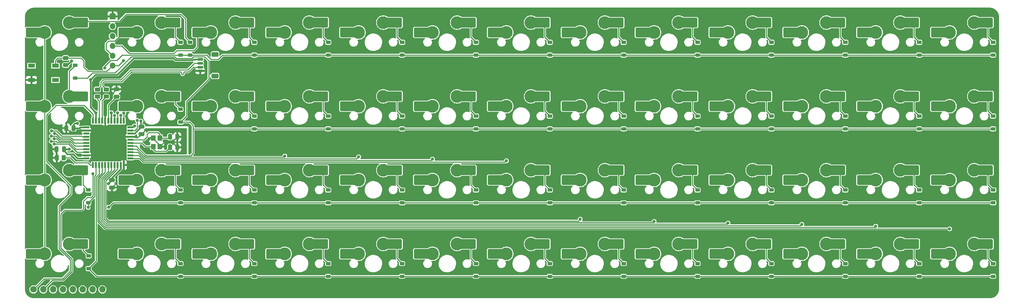
<source format=gbr>
%TF.GenerationSoftware,KiCad,Pcbnew,7.0.1-0*%
%TF.CreationDate,2023-08-02T22:10:15-05:00*%
%TF.ProjectId,pcb,7063622e-6b69-4636-9164-5f7063625858,rev?*%
%TF.SameCoordinates,Original*%
%TF.FileFunction,Copper,L2,Bot*%
%TF.FilePolarity,Positive*%
%FSLAX46Y46*%
G04 Gerber Fmt 4.6, Leading zero omitted, Abs format (unit mm)*
G04 Created by KiCad (PCBNEW 7.0.1-0) date 2023-08-02 22:10:15*
%MOMM*%
%LPD*%
G01*
G04 APERTURE LIST*
G04 Aperture macros list*
%AMRoundRect*
0 Rectangle with rounded corners*
0 $1 Rounding radius*
0 $2 $3 $4 $5 $6 $7 $8 $9 X,Y pos of 4 corners*
0 Add a 4 corners polygon primitive as box body*
4,1,4,$2,$3,$4,$5,$6,$7,$8,$9,$2,$3,0*
0 Add four circle primitives for the rounded corners*
1,1,$1+$1,$2,$3*
1,1,$1+$1,$4,$5*
1,1,$1+$1,$6,$7*
1,1,$1+$1,$8,$9*
0 Add four rect primitives between the rounded corners*
20,1,$1+$1,$2,$3,$4,$5,0*
20,1,$1+$1,$4,$5,$6,$7,0*
20,1,$1+$1,$6,$7,$8,$9,0*
20,1,$1+$1,$8,$9,$2,$3,0*%
G04 Aperture macros list end*
%TA.AperFunction,SMDPad,CuDef*%
%ADD10RoundRect,0.225000X0.375000X-0.225000X0.375000X0.225000X-0.375000X0.225000X-0.375000X-0.225000X0*%
%TD*%
%TA.AperFunction,SMDPad,CuDef*%
%ADD11RoundRect,0.250000X-0.475000X0.250000X-0.475000X-0.250000X0.475000X-0.250000X0.475000X0.250000X0*%
%TD*%
%TA.AperFunction,SMDPad,CuDef*%
%ADD12RoundRect,0.250000X-0.450000X0.262500X-0.450000X-0.262500X0.450000X-0.262500X0.450000X0.262500X0*%
%TD*%
%TA.AperFunction,ComponentPad*%
%ADD13C,3.300000*%
%TD*%
%TA.AperFunction,SMDPad,CuDef*%
%ADD14R,1.650000X2.500000*%
%TD*%
%TA.AperFunction,SMDPad,CuDef*%
%ADD15RoundRect,0.250000X1.025000X1.000000X-1.025000X1.000000X-1.025000X-1.000000X1.025000X-1.000000X0*%
%TD*%
%TA.AperFunction,SMDPad,CuDef*%
%ADD16RoundRect,0.250000X-0.250000X-0.475000X0.250000X-0.475000X0.250000X0.475000X-0.250000X0.475000X0*%
%TD*%
%TA.AperFunction,SMDPad,CuDef*%
%ADD17RoundRect,0.250000X0.450000X-0.262500X0.450000X0.262500X-0.450000X0.262500X-0.450000X-0.262500X0*%
%TD*%
%TA.AperFunction,SMDPad,CuDef*%
%ADD18RoundRect,0.250000X0.250000X0.475000X-0.250000X0.475000X-0.250000X-0.475000X0.250000X-0.475000X0*%
%TD*%
%TA.AperFunction,SMDPad,CuDef*%
%ADD19R,1.200000X1.400000*%
%TD*%
%TA.AperFunction,SMDPad,CuDef*%
%ADD20RoundRect,0.250000X0.475000X-0.250000X0.475000X0.250000X-0.475000X0.250000X-0.475000X-0.250000X0*%
%TD*%
%TA.AperFunction,SMDPad,CuDef*%
%ADD21RoundRect,0.150000X-0.625000X0.150000X-0.625000X-0.150000X0.625000X-0.150000X0.625000X0.150000X0*%
%TD*%
%TA.AperFunction,SMDPad,CuDef*%
%ADD22RoundRect,0.250000X-0.650000X0.350000X-0.650000X-0.350000X0.650000X-0.350000X0.650000X0.350000X0*%
%TD*%
%TA.AperFunction,SMDPad,CuDef*%
%ADD23RoundRect,0.250000X-0.262500X-0.450000X0.262500X-0.450000X0.262500X0.450000X-0.262500X0.450000X0*%
%TD*%
%TA.AperFunction,ComponentPad*%
%ADD24C,1.700000*%
%TD*%
%TA.AperFunction,ComponentPad*%
%ADD25O,1.700000X1.700000*%
%TD*%
%TA.AperFunction,SMDPad,CuDef*%
%ADD26R,0.550000X1.500000*%
%TD*%
%TA.AperFunction,SMDPad,CuDef*%
%ADD27R,1.500000X0.550000*%
%TD*%
%TA.AperFunction,ComponentPad*%
%ADD28O,1.524000X1.524000*%
%TD*%
%TA.AperFunction,ComponentPad*%
%ADD29R,1.524000X1.524000*%
%TD*%
%TA.AperFunction,SMDPad,CuDef*%
%ADD30R,1.800000X1.100000*%
%TD*%
%TA.AperFunction,ViaPad*%
%ADD31C,0.812800*%
%TD*%
%TA.AperFunction,Conductor*%
%ADD32C,0.254000*%
%TD*%
%TA.AperFunction,Conductor*%
%ADD33C,0.381000*%
%TD*%
G04 APERTURE END LIST*
D10*
%TO.P,D7,1,K*%
%TO.N,row0*%
X163368756Y-33075000D03*
%TO.P,D7,2,A*%
%TO.N,Net-(D7-A)*%
X163368756Y-29775000D03*
%TD*%
D11*
%TO.P,C4,1*%
%TO.N,VCC*%
X58075000Y-51550000D03*
%TO.P,C4,2*%
%TO.N,GND*%
X58075000Y-53450000D03*
%TD*%
D12*
%TO.P,RSW1,1*%
%TO.N,ISP_Reset*%
X38500000Y-33837500D03*
%TO.P,RSW1,2*%
%TO.N,VCC*%
X38500000Y-35662500D03*
%TD*%
D10*
%TO.P,D8,1,K*%
%TO.N,row0*%
X182418756Y-33075000D03*
%TO.P,D8,2,A*%
%TO.N,Net-(D8-A)*%
X182418756Y-29775000D03*
%TD*%
%TO.P,D14,1,K*%
%TO.N,row1*%
X40950000Y-39050000D03*
%TO.P,D14,2,A*%
%TO.N,Net-(D14-A)*%
X40950000Y-35750000D03*
%TD*%
D13*
%TO.P,MX42,1,COL*%
%TO.N,col2{slash}miso*%
X75961942Y-84375698D03*
D14*
X74136942Y-84375698D03*
D15*
X72411942Y-84375698D03*
%TO.P,MX42,2,ROW*%
%TO.N,Net-(D42-A)*%
X85861942Y-81835698D03*
D14*
X84111942Y-81835698D03*
D13*
X82311942Y-81835698D03*
%TD*%
D10*
%TO.P,D35,1,K*%
%TO.N,row2*%
X201468756Y-71200000D03*
%TO.P,D35,2,A*%
%TO.N,Net-(D35-A)*%
X201468756Y-67900000D03*
%TD*%
%TO.P,D11,1,K*%
%TO.N,row0*%
X239568756Y-33075000D03*
%TO.P,D11,2,A*%
%TO.N,Net-(D11-A)*%
X239568756Y-29775000D03*
%TD*%
D12*
%TO.P,R3,1*%
%TO.N,D+*%
X48975000Y-41962500D03*
%TO.P,R3,2*%
%TO.N,Net-(U1-D+)*%
X48975000Y-43787500D03*
%TD*%
D13*
%TO.P,MX9,1,COL*%
%TO.N,col8*%
X190262038Y-27225650D03*
D14*
X188437038Y-27225650D03*
D15*
X186712038Y-27225650D03*
%TO.P,MX9,2,ROW*%
%TO.N,Net-(D9-A)*%
X200162038Y-24685650D03*
D14*
X198412038Y-24685650D03*
D13*
X196612038Y-24685650D03*
%TD*%
%TO.P,MX3,1,COL*%
%TO.N,col2{slash}miso*%
X75961942Y-27225650D03*
D14*
X74136942Y-27225650D03*
D15*
X72411942Y-27225650D03*
%TO.P,MX3,2,ROW*%
%TO.N,Net-(D3-A)*%
X85861942Y-24685650D03*
D14*
X84111942Y-24685650D03*
D13*
X82311942Y-24685650D03*
%TD*%
D10*
%TO.P,D39,1,K*%
%TO.N,row2*%
X277700000Y-71200000D03*
%TO.P,D39,2,A*%
%TO.N,Net-(D39-A)*%
X277700000Y-67900000D03*
%TD*%
D13*
%TO.P,MX41,1,COL*%
%TO.N,col1{slash}mosi*%
X56911926Y-84375698D03*
D14*
X55086926Y-84375698D03*
D15*
X53361926Y-84375698D03*
%TO.P,MX41,2,ROW*%
%TO.N,Net-(D41-A)*%
X66811926Y-81835698D03*
D14*
X65061926Y-81835698D03*
D13*
X63261926Y-81835698D03*
%TD*%
%TO.P,MX25,1,COL*%
%TO.N,col11*%
X247412086Y-46275666D03*
D14*
X245587086Y-46275666D03*
D15*
X243862086Y-46275666D03*
%TO.P,MX25,2,ROW*%
%TO.N,Net-(D25-A)*%
X257312086Y-43735666D03*
D14*
X255562086Y-43735666D03*
D13*
X253762086Y-43735666D03*
%TD*%
%TO.P,MX22,1,COL*%
%TO.N,col8*%
X190262038Y-46275666D03*
D14*
X188437038Y-46275666D03*
D15*
X186712038Y-46275666D03*
%TO.P,MX22,2,ROW*%
%TO.N,Net-(D22-A)*%
X200162038Y-43735666D03*
D14*
X198412038Y-43735666D03*
D13*
X196612038Y-43735666D03*
%TD*%
%TO.P,MX49,1,COL*%
%TO.N,col9*%
X209312054Y-84375698D03*
D14*
X207487054Y-84375698D03*
D15*
X205762054Y-84375698D03*
%TO.P,MX49,2,ROW*%
%TO.N,Net-(D49-A)*%
X219212054Y-81835698D03*
D14*
X217462054Y-81835698D03*
D13*
X215662054Y-81835698D03*
%TD*%
D10*
%TO.P,D46,1,K*%
%TO.N,row3*%
X163368756Y-90200000D03*
%TO.P,D46,2,A*%
%TO.N,Net-(D46-A)*%
X163368756Y-86900000D03*
%TD*%
%TO.P,D40,1,K*%
%TO.N,row3*%
X44425000Y-88200000D03*
%TO.P,D40,2,A*%
%TO.N,Net-(D40-A)*%
X44425000Y-84900000D03*
%TD*%
D13*
%TO.P,MX10,1,COL*%
%TO.N,col9*%
X209312054Y-27225650D03*
D14*
X207487054Y-27225650D03*
D15*
X205762054Y-27225650D03*
%TO.P,MX10,2,ROW*%
%TO.N,Net-(D10-A)*%
X219212054Y-24685650D03*
D14*
X217462054Y-24685650D03*
D13*
X215662054Y-24685650D03*
%TD*%
D16*
%TO.P,CX1,1*%
%TO.N,XTAL2*%
X65400000Y-54200000D03*
%TO.P,CX1,2*%
%TO.N,GND*%
X67300000Y-54200000D03*
%TD*%
D17*
%TO.P,R2,1*%
%TO.N,Net-(U1-D-)*%
X46675000Y-43787500D03*
%TO.P,R2,2*%
%TO.N,D-*%
X46675000Y-41962500D03*
%TD*%
D18*
%TO.P,C1,1*%
%TO.N,VCC*%
X40550000Y-51925000D03*
%TO.P,C1,2*%
%TO.N,GND*%
X38650000Y-51925000D03*
%TD*%
D10*
%TO.P,D4,1,K*%
%TO.N,row0*%
X106218756Y-33075000D03*
%TO.P,D4,2,A*%
%TO.N,Net-(D4-A)*%
X106218756Y-29775000D03*
%TD*%
D19*
%TO.P,Y1,1,1*%
%TO.N,XTAL2*%
X62800000Y-54475000D03*
%TO.P,Y1,2,2*%
%TO.N,GND*%
X62800000Y-56675000D03*
%TO.P,Y1,3,3*%
%TO.N,XTAL1*%
X61100000Y-56675000D03*
%TO.P,Y1,4,4*%
%TO.N,GND*%
X61100000Y-54475000D03*
%TD*%
D18*
%TO.P,C2,1*%
%TO.N,VCC*%
X38050000Y-57375000D03*
%TO.P,C2,2*%
%TO.N,GND*%
X36150000Y-57375000D03*
%TD*%
D13*
%TO.P,MX19,1,COL*%
%TO.N,col5*%
X133111990Y-46275666D03*
D14*
X131286990Y-46275666D03*
D15*
X129561990Y-46275666D03*
%TO.P,MX19,2,ROW*%
%TO.N,Net-(D19-A)*%
X143011990Y-43735666D03*
D14*
X141261990Y-43735666D03*
D13*
X139461990Y-43735666D03*
%TD*%
D10*
%TO.P,D29,1,K*%
%TO.N,row2*%
X87168756Y-71200000D03*
%TO.P,D29,2,A*%
%TO.N,Net-(D29-A)*%
X87168756Y-67900000D03*
%TD*%
D13*
%TO.P,MX21,1,COL*%
%TO.N,col7*%
X171212022Y-46275666D03*
D14*
X169387022Y-46275666D03*
D15*
X167662022Y-46275666D03*
%TO.P,MX21,2,ROW*%
%TO.N,Net-(D21-A)*%
X181112022Y-43735666D03*
D14*
X179362022Y-43735666D03*
D13*
X177562022Y-43735666D03*
%TD*%
D10*
%TO.P,D24,1,K*%
%TO.N,row1*%
X239568756Y-52125000D03*
%TO.P,D24,2,A*%
%TO.N,Net-(D24-A)*%
X239568756Y-48825000D03*
%TD*%
%TO.P,D31,1,K*%
%TO.N,row2*%
X125268756Y-71200000D03*
%TO.P,D31,2,A*%
%TO.N,Net-(D31-A)*%
X125268756Y-67900000D03*
%TD*%
%TO.P,D45,1,K*%
%TO.N,row3*%
X144318756Y-90200000D03*
%TO.P,D45,2,A*%
%TO.N,Net-(D45-A)*%
X144318756Y-86900000D03*
%TD*%
%TO.P,D16,1,K*%
%TO.N,row1*%
X87168756Y-52125000D03*
%TO.P,D16,2,A*%
%TO.N,Net-(D16-A)*%
X87168756Y-48825000D03*
%TD*%
%TO.P,D41,1,K*%
%TO.N,row3*%
X68118756Y-90200000D03*
%TO.P,D41,2,A*%
%TO.N,Net-(D41-A)*%
X68118756Y-86900000D03*
%TD*%
D13*
%TO.P,MX16,1,COL*%
%TO.N,col2{slash}miso*%
X75961942Y-46275666D03*
D14*
X74136942Y-46275666D03*
D15*
X72411942Y-46275666D03*
%TO.P,MX16,2,ROW*%
%TO.N,Net-(D16-A)*%
X85861942Y-43735666D03*
D14*
X84111942Y-43735666D03*
D13*
X82311942Y-43735666D03*
%TD*%
D10*
%TO.P,D13,1,K*%
%TO.N,row0*%
X277675000Y-33075000D03*
%TO.P,D13,2,A*%
%TO.N,Net-(D13-A)*%
X277675000Y-29775000D03*
%TD*%
D13*
%TO.P,MX32,1,COL*%
%TO.N,col5*%
X133111990Y-65325682D03*
D14*
X131286990Y-65325682D03*
D15*
X129561990Y-65325682D03*
%TO.P,MX32,2,ROW*%
%TO.N,Net-(D32-A)*%
X143011990Y-62785682D03*
D14*
X141261990Y-62785682D03*
D13*
X139461990Y-62785682D03*
%TD*%
D10*
%TO.P,D49,1,K*%
%TO.N,row3*%
X220518756Y-90200000D03*
%TO.P,D49,2,A*%
%TO.N,Net-(D49-A)*%
X220518756Y-86900000D03*
%TD*%
D13*
%TO.P,MX8,1,COL*%
%TO.N,col7*%
X171212022Y-27225650D03*
D14*
X169387022Y-27225650D03*
D15*
X167662022Y-27225650D03*
%TO.P,MX8,2,ROW*%
%TO.N,Net-(D8-A)*%
X181112022Y-24685650D03*
D14*
X179362022Y-24685650D03*
D13*
X177562022Y-24685650D03*
%TD*%
D10*
%TO.P,D51,1,K*%
%TO.N,row3*%
X258625000Y-90200000D03*
%TO.P,D51,2,A*%
%TO.N,Net-(D51-A)*%
X258625000Y-86900000D03*
%TD*%
%TO.P,D50,1,K*%
%TO.N,row3*%
X239568756Y-90200000D03*
%TO.P,D50,2,A*%
%TO.N,Net-(D50-A)*%
X239568756Y-86900000D03*
%TD*%
D20*
%TO.P,C5,1*%
%TO.N,Net-(U1-UCAP)*%
X51600000Y-43825000D03*
%TO.P,C5,2*%
%TO.N,GND*%
X51600000Y-41925000D03*
%TD*%
D10*
%TO.P,D52,1,K*%
%TO.N,row3*%
X277668748Y-90200000D03*
%TO.P,D52,2,A*%
%TO.N,Net-(D52-A)*%
X277668748Y-86900000D03*
%TD*%
D13*
%TO.P,MX33,1,COL*%
%TO.N,col6*%
X152162006Y-65325682D03*
D14*
X150337006Y-65325682D03*
D15*
X148612006Y-65325682D03*
%TO.P,MX33,2,ROW*%
%TO.N,Net-(D33-A)*%
X162062006Y-62785682D03*
D14*
X160312006Y-62785682D03*
D13*
X158512006Y-62785682D03*
%TD*%
D10*
%TO.P,D37,1,K*%
%TO.N,row2*%
X239568756Y-71200000D03*
%TO.P,D37,2,A*%
%TO.N,Net-(D37-A)*%
X239568756Y-67900000D03*
%TD*%
%TO.P,D3,1,K*%
%TO.N,row0*%
X87168756Y-33075000D03*
%TO.P,D3,2,A*%
%TO.N,Net-(D3-A)*%
X87168756Y-29775000D03*
%TD*%
D11*
%TO.P,C3,1*%
%TO.N,VCC*%
X50450000Y-65350000D03*
%TO.P,C3,2*%
%TO.N,GND*%
X50450000Y-67250000D03*
%TD*%
D13*
%TO.P,MX37,1,COL*%
%TO.N,col10*%
X228362070Y-65325682D03*
D14*
X226537070Y-65325682D03*
D15*
X224812070Y-65325682D03*
%TO.P,MX37,2,ROW*%
%TO.N,Net-(D37-A)*%
X238262070Y-62785682D03*
D14*
X236512070Y-62785682D03*
D13*
X234712070Y-62785682D03*
%TD*%
D10*
%TO.P,D18,1,K*%
%TO.N,row1*%
X125268756Y-52125000D03*
%TO.P,D18,2,A*%
%TO.N,Net-(D18-A)*%
X125268756Y-48825000D03*
%TD*%
%TO.P,D28,1,K*%
%TO.N,row2*%
X68118756Y-71200000D03*
%TO.P,D28,2,A*%
%TO.N,Net-(D28-A)*%
X68118756Y-67900000D03*
%TD*%
D13*
%TO.P,MX34,1,COL*%
%TO.N,col7*%
X171212022Y-65325682D03*
D14*
X169387022Y-65325682D03*
D15*
X167662022Y-65325682D03*
%TO.P,MX34,2,ROW*%
%TO.N,Net-(D34-A)*%
X181112022Y-62785682D03*
D14*
X179362022Y-62785682D03*
D13*
X177562022Y-62785682D03*
%TD*%
%TO.P,MX28,1,COL*%
%TO.N,col1{slash}mosi*%
X56911926Y-65325682D03*
D14*
X55086926Y-65325682D03*
D15*
X53361926Y-65325682D03*
%TO.P,MX28,2,ROW*%
%TO.N,Net-(D28-A)*%
X66811926Y-62785682D03*
D14*
X65061926Y-62785682D03*
D13*
X63261926Y-62785682D03*
%TD*%
%TO.P,MX47,1,COL*%
%TO.N,col7*%
X171212022Y-84375698D03*
D14*
X169387022Y-84375698D03*
D15*
X167662022Y-84375698D03*
%TO.P,MX47,2,ROW*%
%TO.N,Net-(D47-A)*%
X181112022Y-81835698D03*
D14*
X179362022Y-81835698D03*
D13*
X177562022Y-81835698D03*
%TD*%
D10*
%TO.P,D32,1,K*%
%TO.N,row2*%
X144318756Y-71200000D03*
%TO.P,D32,2,A*%
%TO.N,Net-(D32-A)*%
X144318756Y-67900000D03*
%TD*%
D13*
%TO.P,MX45,1,COL*%
%TO.N,col5*%
X133111990Y-84375698D03*
D14*
X131286990Y-84375698D03*
D15*
X129561990Y-84375698D03*
%TO.P,MX45,2,ROW*%
%TO.N,Net-(D45-A)*%
X143011990Y-81835698D03*
D14*
X141261990Y-81835698D03*
D13*
X139461990Y-81835698D03*
%TD*%
D10*
%TO.P,D5,1,K*%
%TO.N,row0*%
X125268756Y-33075000D03*
%TO.P,D5,2,A*%
%TO.N,Net-(D5-A)*%
X125268756Y-29775000D03*
%TD*%
D13*
%TO.P,MX4,1,COL*%
%TO.N,col3*%
X95011958Y-27225650D03*
D14*
X93186958Y-27225650D03*
D15*
X91461958Y-27225650D03*
%TO.P,MX4,2,ROW*%
%TO.N,Net-(D4-A)*%
X104911958Y-24685650D03*
D14*
X103161958Y-24685650D03*
D13*
X101361958Y-24685650D03*
%TD*%
D10*
%TO.P,D27,1,K*%
%TO.N,row2*%
X44306252Y-71200000D03*
%TO.P,D27,2,A*%
%TO.N,Net-(D27-A)*%
X44306252Y-67900000D03*
%TD*%
D13*
%TO.P,MX29,1,COL*%
%TO.N,col2{slash}miso*%
X75961942Y-65325682D03*
D14*
X74136942Y-65325682D03*
D15*
X72411942Y-65325682D03*
%TO.P,MX29,2,ROW*%
%TO.N,Net-(D29-A)*%
X85861942Y-62785682D03*
D14*
X84111942Y-62785682D03*
D13*
X82311942Y-62785682D03*
%TD*%
%TO.P,MX7,1,COL*%
%TO.N,col6*%
X152162006Y-27225650D03*
D14*
X150337006Y-27225650D03*
D15*
X148612006Y-27225650D03*
%TO.P,MX7,2,ROW*%
%TO.N,Net-(D7-A)*%
X162062006Y-24685650D03*
D14*
X160312006Y-24685650D03*
D13*
X158512006Y-24685650D03*
%TD*%
D10*
%TO.P,D48,1,K*%
%TO.N,row3*%
X201468756Y-90200000D03*
%TO.P,D48,2,A*%
%TO.N,Net-(D48-A)*%
X201468756Y-86900000D03*
%TD*%
%TO.P,D34,1,K*%
%TO.N,row2*%
X182418756Y-71200000D03*
%TO.P,D34,2,A*%
%TO.N,Net-(D34-A)*%
X182418756Y-67900000D03*
%TD*%
D13*
%TO.P,MX18,1,COL*%
%TO.N,col4*%
X114061974Y-46275666D03*
D14*
X112236974Y-46275666D03*
D15*
X110511974Y-46275666D03*
%TO.P,MX18,2,ROW*%
%TO.N,Net-(D18-A)*%
X123961974Y-43735666D03*
D14*
X122211974Y-43735666D03*
D13*
X120411974Y-43735666D03*
%TD*%
D10*
%TO.P,D20,1,K*%
%TO.N,row1*%
X163368756Y-52125000D03*
%TO.P,D20,2,A*%
%TO.N,Net-(D20-A)*%
X163368756Y-48825000D03*
%TD*%
D13*
%TO.P,MX39,1,COL*%
%TO.N,col12*%
X266462102Y-65325682D03*
D14*
X264637102Y-65325682D03*
D15*
X262912102Y-65325682D03*
%TO.P,MX39,2,ROW*%
%TO.N,Net-(D39-A)*%
X276362102Y-62785682D03*
D14*
X274612102Y-62785682D03*
D13*
X272812102Y-62785682D03*
%TD*%
D21*
%TO.P,J3,1,1*%
%TO.N,VCC*%
X73175000Y-34175000D03*
%TO.P,J3,2,2*%
%TO.N,D-*%
X73175000Y-35175000D03*
%TO.P,J3,3,3*%
%TO.N,D+*%
X73175000Y-36175000D03*
%TO.P,J3,4,4*%
%TO.N,GND*%
X73175000Y-37175000D03*
D22*
%TO.P,J3,MP*%
%TO.N,N/C*%
X77050000Y-32875000D03*
X77050000Y-38475000D03*
%TD*%
D13*
%TO.P,MX24,1,COL*%
%TO.N,col10*%
X228362070Y-46275666D03*
D14*
X226537070Y-46275666D03*
D15*
X224812070Y-46275666D03*
%TO.P,MX24,2,ROW*%
%TO.N,Net-(D24-A)*%
X238262070Y-43735666D03*
D14*
X236512070Y-43735666D03*
D13*
X234712070Y-43735666D03*
%TD*%
D10*
%TO.P,D19,1,K*%
%TO.N,row1*%
X144318756Y-52125000D03*
%TO.P,D19,2,A*%
%TO.N,Net-(D19-A)*%
X144318756Y-48825000D03*
%TD*%
D13*
%TO.P,MX43,1,COL*%
%TO.N,col3*%
X95011958Y-84375698D03*
D14*
X93186958Y-84375698D03*
D15*
X91461958Y-84375698D03*
%TO.P,MX43,2,ROW*%
%TO.N,Net-(D43-A)*%
X104911958Y-81835698D03*
D14*
X103161958Y-81835698D03*
D13*
X101361958Y-81835698D03*
%TD*%
%TO.P,MX13,1,COL*%
%TO.N,col12*%
X266462102Y-27225650D03*
D14*
X264637102Y-27225650D03*
D15*
X262912102Y-27225650D03*
%TO.P,MX13,2,ROW*%
%TO.N,Net-(D13-A)*%
X276362102Y-24685650D03*
D14*
X274612102Y-24685650D03*
D13*
X272812102Y-24685650D03*
%TD*%
%TO.P,MX6,1,COL*%
%TO.N,col5*%
X133111990Y-27225650D03*
D14*
X131286990Y-27225650D03*
D15*
X129561990Y-27225650D03*
%TO.P,MX6,2,ROW*%
%TO.N,Net-(D6-A)*%
X143011990Y-24685650D03*
D14*
X141261990Y-24685650D03*
D13*
X139461990Y-24685650D03*
%TD*%
%TO.P,MX36,1,COL*%
%TO.N,col9*%
X209312054Y-65325682D03*
D14*
X207487054Y-65325682D03*
D15*
X205762054Y-65325682D03*
%TO.P,MX36,2,ROW*%
%TO.N,Net-(D36-A)*%
X219212054Y-62785682D03*
D14*
X217462054Y-62785682D03*
D13*
X215662054Y-62785682D03*
%TD*%
D23*
%TO.P,R1,1*%
%TO.N,GND*%
X36187500Y-59575000D03*
%TO.P,R1,2*%
%TO.N,Net-(U1-~{HWB}{slash}PE2)*%
X38012500Y-59575000D03*
%TD*%
D24*
%TO.P,J5,1,Pin_1*%
%TO.N,extra1*%
X30190000Y-93575000D03*
D25*
%TO.P,J5,2,Pin_2*%
%TO.N,extra2*%
X32730000Y-93575000D03*
%TO.P,J5,3,Pin_3*%
%TO.N,extra3*%
X35270000Y-93575000D03*
%TO.P,J5,4,Pin_4*%
%TO.N,extra4*%
X37810000Y-93575000D03*
%TO.P,J5,5,Pin_5*%
%TO.N,extra5*%
X40350000Y-93575000D03*
%TO.P,J5,6,Pin_6*%
%TO.N,extra6*%
X42890000Y-93575000D03*
%TO.P,J5,7,Pin_7*%
%TO.N,extra7*%
X45430000Y-93575000D03*
%TO.P,J5,8,Pin_8*%
%TO.N,extra8*%
X47970000Y-93575000D03*
%TD*%
D10*
%TO.P,D6,1,K*%
%TO.N,row0*%
X144318756Y-33075000D03*
%TO.P,D6,2,A*%
%TO.N,Net-(D6-A)*%
X144318756Y-29775000D03*
%TD*%
D13*
%TO.P,MX30,1,COL*%
%TO.N,col3*%
X95011958Y-65325682D03*
D14*
X93186958Y-65325682D03*
D15*
X91461958Y-65325682D03*
%TO.P,MX30,2,ROW*%
%TO.N,Net-(D30-A)*%
X104911958Y-62785682D03*
D14*
X103161958Y-62785682D03*
D13*
X101361958Y-62785682D03*
%TD*%
D10*
%TO.P,D12,1,K*%
%TO.N,row0*%
X258625000Y-33075000D03*
%TO.P,D12,2,A*%
%TO.N,Net-(D12-A)*%
X258625000Y-29775000D03*
%TD*%
%TO.P,D30,1,K*%
%TO.N,row2*%
X106218756Y-71200000D03*
%TO.P,D30,2,A*%
%TO.N,Net-(D30-A)*%
X106218756Y-67900000D03*
%TD*%
%TO.P,D2,1,K*%
%TO.N,row0*%
X68113756Y-33075000D03*
%TO.P,D2,2,A*%
%TO.N,Net-(D2-A)*%
X68113756Y-29775000D03*
%TD*%
D16*
%TO.P,CX2,1*%
%TO.N,XTAL1*%
X65400000Y-56900000D03*
%TO.P,CX2,2*%
%TO.N,GND*%
X67300000Y-56900000D03*
%TD*%
D13*
%TO.P,MX35,1,COL*%
%TO.N,col8*%
X190262038Y-65325682D03*
D14*
X188437038Y-65325682D03*
D15*
X186712038Y-65325682D03*
%TO.P,MX35,2,ROW*%
%TO.N,Net-(D35-A)*%
X200162038Y-62785682D03*
D14*
X198412038Y-62785682D03*
D13*
X196612038Y-62785682D03*
%TD*%
%TO.P,MX15,1,COL*%
%TO.N,col1{slash}mosi*%
X56911926Y-46275666D03*
D14*
X55086926Y-46275666D03*
D15*
X53361926Y-46275666D03*
%TO.P,MX15,2,ROW*%
%TO.N,Net-(D15-A)*%
X66811926Y-43735666D03*
D14*
X65061926Y-43735666D03*
D13*
X63261926Y-43735666D03*
%TD*%
%TO.P,MX48,1,COL*%
%TO.N,col8*%
X190262038Y-84375698D03*
D14*
X188437038Y-84375698D03*
D15*
X186712038Y-84375698D03*
%TO.P,MX48,2,ROW*%
%TO.N,Net-(D48-A)*%
X200162038Y-81835698D03*
D14*
X198412038Y-81835698D03*
D13*
X196612038Y-81835698D03*
%TD*%
D10*
%TO.P,D33,1,K*%
%TO.N,row2*%
X163368756Y-71200000D03*
%TO.P,D33,2,A*%
%TO.N,Net-(D33-A)*%
X163368756Y-67900000D03*
%TD*%
D13*
%TO.P,MX31,1,COL*%
%TO.N,col4*%
X114061974Y-65325682D03*
D14*
X112236974Y-65325682D03*
D15*
X110511974Y-65325682D03*
%TO.P,MX31,2,ROW*%
%TO.N,Net-(D31-A)*%
X123961974Y-62785682D03*
D14*
X122211974Y-62785682D03*
D13*
X120411974Y-62785682D03*
%TD*%
D10*
%TO.P,D22,1,K*%
%TO.N,row1*%
X201468756Y-52125000D03*
%TO.P,D22,2,A*%
%TO.N,Net-(D22-A)*%
X201468756Y-48825000D03*
%TD*%
D13*
%TO.P,MX17,1,COL*%
%TO.N,col3*%
X95011958Y-46275666D03*
D14*
X93186958Y-46275666D03*
D15*
X91461958Y-46275666D03*
%TO.P,MX17,2,ROW*%
%TO.N,Net-(D17-A)*%
X104911958Y-43735666D03*
D14*
X103161958Y-43735666D03*
D13*
X101361958Y-43735666D03*
%TD*%
D10*
%TO.P,D36,1,K*%
%TO.N,row2*%
X220518756Y-71200000D03*
%TO.P,D36,2,A*%
%TO.N,Net-(D36-A)*%
X220518756Y-67900000D03*
%TD*%
D13*
%TO.P,MX51,1,COL*%
%TO.N,col11*%
X247412086Y-84375698D03*
D14*
X245587086Y-84375698D03*
D15*
X243862086Y-84375698D03*
%TO.P,MX51,2,ROW*%
%TO.N,Net-(D51-A)*%
X257312086Y-81835698D03*
D14*
X255562086Y-81835698D03*
D13*
X253762086Y-81835698D03*
%TD*%
D26*
%TO.P,U1,1,PE6*%
%TO.N,extra1*%
X45500000Y-50050000D03*
%TO.P,U1,2,UVCC*%
%TO.N,VCC*%
X46300000Y-50050000D03*
%TO.P,U1,3,D-*%
%TO.N,Net-(U1-D-)*%
X47100000Y-50050000D03*
%TO.P,U1,4,D+*%
%TO.N,Net-(U1-D+)*%
X47900000Y-50050000D03*
%TO.P,U1,5,UGND*%
%TO.N,GND*%
X48700000Y-50050000D03*
%TO.P,U1,6,UCAP*%
%TO.N,Net-(U1-UCAP)*%
X49500000Y-50050000D03*
%TO.P,U1,7,VBUS*%
%TO.N,VCC*%
X50300000Y-50050000D03*
%TO.P,U1,8,PB0*%
%TO.N,row0*%
X51100000Y-50050000D03*
%TO.P,U1,9,PB1/SCK*%
%TO.N,col0{slash}sck*%
X51900000Y-50050000D03*
%TO.P,U1,10,PB2/MOSI*%
%TO.N,col1{slash}mosi*%
X52700000Y-50050000D03*
%TO.P,U1,11,PB3/MISO*%
%TO.N,col2{slash}miso*%
X53500000Y-50050000D03*
D27*
%TO.P,U1,12,PB7*%
%TO.N,extra2*%
X55200000Y-51750000D03*
%TO.P,U1,13,~{RESET}*%
%TO.N,ISP_Reset*%
X55200000Y-52550000D03*
%TO.P,U1,14,VCC*%
%TO.N,VCC*%
X55200000Y-53350000D03*
%TO.P,U1,15,GND*%
%TO.N,GND*%
X55200000Y-54150000D03*
%TO.P,U1,16,XTAL2*%
%TO.N,XTAL2*%
X55200000Y-54950000D03*
%TO.P,U1,17,XTAL1*%
%TO.N,XTAL1*%
X55200000Y-55750000D03*
%TO.P,U1,18,PD0*%
%TO.N,row1*%
X55200000Y-56550000D03*
%TO.P,U1,19,PD1*%
%TO.N,col3*%
X55200000Y-57350000D03*
%TO.P,U1,20,PD2*%
%TO.N,col4*%
X55200000Y-58150000D03*
%TO.P,U1,21,PD3*%
%TO.N,col5*%
X55200000Y-58950000D03*
%TO.P,U1,22,PD5*%
%TO.N,col6*%
X55200000Y-59750000D03*
D26*
%TO.P,U1,23,GND*%
%TO.N,GND*%
X53500000Y-61450000D03*
%TO.P,U1,24,AVCC*%
%TO.N,VCC*%
X52700000Y-61450000D03*
%TO.P,U1,25,PD4*%
%TO.N,col7*%
X51900000Y-61450000D03*
%TO.P,U1,26,PD6*%
%TO.N,col8*%
X51100000Y-61450000D03*
%TO.P,U1,27,PD7*%
%TO.N,col9*%
X50300000Y-61450000D03*
%TO.P,U1,28,PB4*%
%TO.N,col10*%
X49500000Y-61450000D03*
%TO.P,U1,29,PB5*%
%TO.N,col11*%
X48700000Y-61450000D03*
%TO.P,U1,30,PB6*%
%TO.N,col12*%
X47900000Y-61450000D03*
%TO.P,U1,31,PC6*%
%TO.N,row3*%
X47100000Y-61450000D03*
%TO.P,U1,32,PC7*%
%TO.N,row2*%
X46300000Y-61450000D03*
%TO.P,U1,33,~{HWB}/PE2*%
%TO.N,Net-(U1-~{HWB}{slash}PE2)*%
X45500000Y-61450000D03*
D27*
%TO.P,U1,34,VCC*%
%TO.N,VCC*%
X43800000Y-59750000D03*
%TO.P,U1,35,GND*%
%TO.N,GND*%
X43800000Y-58950000D03*
%TO.P,U1,36,PF7*%
%TO.N,extra8*%
X43800000Y-58150000D03*
%TO.P,U1,37,PF6*%
%TO.N,extra7*%
X43800000Y-57350000D03*
%TO.P,U1,38,PF5*%
%TO.N,extra6*%
X43800000Y-56550000D03*
%TO.P,U1,39,PF4*%
%TO.N,extra5*%
X43800000Y-55750000D03*
%TO.P,U1,40,PF1*%
%TO.N,extra4*%
X43800000Y-54950000D03*
%TO.P,U1,41,PF0*%
%TO.N,extra3*%
X43800000Y-54150000D03*
%TO.P,U1,42,AREF*%
%TO.N,unconnected-(U1-AREF-Pad42)*%
X43800000Y-53350000D03*
%TO.P,U1,43,GND*%
%TO.N,GND*%
X43800000Y-52550000D03*
%TO.P,U1,44,AVCC*%
%TO.N,VCC*%
X43800000Y-51750000D03*
%TD*%
D13*
%TO.P,MX44,1,COL*%
%TO.N,col4*%
X114061974Y-84375698D03*
D14*
X112236974Y-84375698D03*
D15*
X110511974Y-84375698D03*
%TO.P,MX44,2,ROW*%
%TO.N,Net-(D44-A)*%
X123961974Y-81835698D03*
D14*
X122211974Y-81835698D03*
D13*
X120411974Y-81835698D03*
%TD*%
%TO.P,MX27,1,COL*%
%TO.N,col0{slash}sck*%
X33099406Y-65325682D03*
D14*
X31274406Y-65325682D03*
D15*
X29549406Y-65325682D03*
%TO.P,MX27,2,ROW*%
%TO.N,Net-(D27-A)*%
X42999406Y-62785682D03*
D14*
X41249406Y-62785682D03*
D13*
X39449406Y-62785682D03*
%TD*%
%TO.P,MX40,1,COL*%
%TO.N,col0{slash}sck*%
X33099406Y-84375698D03*
D14*
X31274406Y-84375698D03*
D15*
X29549406Y-84375698D03*
%TO.P,MX40,2,ROW*%
%TO.N,Net-(D40-A)*%
X42999406Y-81835698D03*
D14*
X41249406Y-81835698D03*
D13*
X39449406Y-81835698D03*
%TD*%
%TO.P,MX12,1,COL*%
%TO.N,col11*%
X247412086Y-27225650D03*
D14*
X245587086Y-27225650D03*
D15*
X243862086Y-27225650D03*
%TO.P,MX12,2,ROW*%
%TO.N,Net-(D12-A)*%
X257312086Y-24685650D03*
D14*
X255562086Y-24685650D03*
D13*
X253762086Y-24685650D03*
%TD*%
D10*
%TO.P,D43,1,K*%
%TO.N,row3*%
X106218756Y-90200000D03*
%TO.P,D43,2,A*%
%TO.N,Net-(D43-A)*%
X106218756Y-86900000D03*
%TD*%
%TO.P,D47,1,K*%
%TO.N,row3*%
X182418756Y-90200000D03*
%TO.P,D47,2,A*%
%TO.N,Net-(D47-A)*%
X182418756Y-86900000D03*
%TD*%
D13*
%TO.P,MX11,1,COL*%
%TO.N,col10*%
X228362070Y-27225650D03*
D14*
X226537070Y-27225650D03*
D15*
X224812070Y-27225650D03*
%TO.P,MX11,2,ROW*%
%TO.N,Net-(D11-A)*%
X238262070Y-24685650D03*
D14*
X236512070Y-24685650D03*
D13*
X234712070Y-24685650D03*
%TD*%
D10*
%TO.P,D9,1,K*%
%TO.N,row0*%
X201468756Y-33075000D03*
%TO.P,D9,2,A*%
%TO.N,Net-(D9-A)*%
X201468756Y-29775000D03*
%TD*%
D13*
%TO.P,MX23,1,COL*%
%TO.N,col9*%
X209312054Y-46275666D03*
D14*
X207487054Y-46275666D03*
D15*
X205762054Y-46275666D03*
%TO.P,MX23,2,ROW*%
%TO.N,Net-(D23-A)*%
X219212054Y-43735666D03*
D14*
X217462054Y-43735666D03*
D13*
X215662054Y-43735666D03*
%TD*%
%TO.P,MX52,1,COL*%
%TO.N,col12*%
X266462102Y-84375698D03*
D14*
X264637102Y-84375698D03*
D15*
X262912102Y-84375698D03*
%TO.P,MX52,2,ROW*%
%TO.N,Net-(D52-A)*%
X276362102Y-81835698D03*
D14*
X274612102Y-81835698D03*
D13*
X272812102Y-81835698D03*
%TD*%
D10*
%TO.P,D1,1,K*%
%TO.N,row0*%
X70575000Y-33052500D03*
%TO.P,D1,2,A*%
%TO.N,Net-(D1-A)*%
X70575000Y-29752500D03*
%TD*%
%TO.P,D21,1,K*%
%TO.N,row1*%
X182418756Y-52125000D03*
%TO.P,D21,2,A*%
%TO.N,Net-(D21-A)*%
X182418756Y-48825000D03*
%TD*%
D13*
%TO.P,MX2,1,COL*%
%TO.N,col1{slash}mosi*%
X56911926Y-27225650D03*
D14*
X55086926Y-27225650D03*
D15*
X53361926Y-27225650D03*
%TO.P,MX2,2,ROW*%
%TO.N,Net-(D2-A)*%
X66811926Y-24685650D03*
D14*
X65061926Y-24685650D03*
D13*
X63261926Y-24685650D03*
%TD*%
%TO.P,MX50,1,COL*%
%TO.N,col10*%
X228362070Y-84375698D03*
D14*
X226537070Y-84375698D03*
D15*
X224812070Y-84375698D03*
%TO.P,MX50,2,ROW*%
%TO.N,Net-(D50-A)*%
X238262070Y-81835698D03*
D14*
X236512070Y-81835698D03*
D13*
X234712070Y-81835698D03*
%TD*%
D10*
%TO.P,D38,1,K*%
%TO.N,row2*%
X258618756Y-71200000D03*
%TO.P,D38,2,A*%
%TO.N,Net-(D38-A)*%
X258618756Y-67900000D03*
%TD*%
D13*
%TO.P,MX20,1,COL*%
%TO.N,col6*%
X152162006Y-46275666D03*
D14*
X150337006Y-46275666D03*
D15*
X148612006Y-46275666D03*
%TO.P,MX20,2,ROW*%
%TO.N,Net-(D20-A)*%
X162062006Y-43735666D03*
D14*
X160312006Y-43735666D03*
D13*
X158512006Y-43735666D03*
%TD*%
%TO.P,MX26,1,COL*%
%TO.N,col12*%
X266462102Y-46275666D03*
D14*
X264637102Y-46275666D03*
D15*
X262912102Y-46275666D03*
%TO.P,MX26,2,ROW*%
%TO.N,Net-(D26-A)*%
X276362102Y-43735666D03*
D14*
X274612102Y-43735666D03*
D13*
X272812102Y-43735666D03*
%TD*%
D10*
%TO.P,D15,1,K*%
%TO.N,row1*%
X68118756Y-50375000D03*
%TO.P,D15,2,A*%
%TO.N,Net-(D15-A)*%
X68118756Y-47075000D03*
%TD*%
D13*
%TO.P,MX1,1,COL*%
%TO.N,col0{slash}sck*%
X33099406Y-27225650D03*
D14*
X31274406Y-27225650D03*
D15*
X29549406Y-27225650D03*
%TO.P,MX1,2,ROW*%
%TO.N,Net-(D1-A)*%
X42999406Y-24685650D03*
D14*
X41249406Y-24685650D03*
D13*
X39449406Y-24685650D03*
%TD*%
D28*
%TO.P,J2,1,~{RST}*%
%TO.N,ISP_Reset*%
X50575000Y-35800000D03*
%TO.P,J2,2,VCC*%
%TO.N,VCC*%
X50575000Y-25640000D03*
%TO.P,J2,3,MISO*%
%TO.N,col2{slash}miso*%
X50575000Y-30720000D03*
%TO.P,J2,4,MOSI*%
%TO.N,col1{slash}mosi*%
X50575000Y-33260000D03*
%TO.P,J2,5,SCK*%
%TO.N,col0{slash}sck*%
X50575000Y-28180000D03*
D29*
%TO.P,J2,6,GND*%
%TO.N,GND*%
X50575000Y-23100000D03*
%TD*%
D30*
%TO.P,SW1,1,1*%
%TO.N,GND*%
X29675000Y-39525000D03*
%TO.P,SW1,2,2*%
%TO.N,ISP_Reset*%
X35875000Y-35825000D03*
%TO.P,SW1,3*%
%TO.N,N/C*%
X29675000Y-35825000D03*
%TO.P,SW1,4*%
X35875000Y-39525000D03*
%TD*%
D10*
%TO.P,D23,1,K*%
%TO.N,row1*%
X220518756Y-52125000D03*
%TO.P,D23,2,A*%
%TO.N,Net-(D23-A)*%
X220518756Y-48825000D03*
%TD*%
%TO.P,D25,1,K*%
%TO.N,row1*%
X258625000Y-52125000D03*
%TO.P,D25,2,A*%
%TO.N,Net-(D25-A)*%
X258625000Y-48825000D03*
%TD*%
%TO.P,D42,1,K*%
%TO.N,row3*%
X87168756Y-90200000D03*
%TO.P,D42,2,A*%
%TO.N,Net-(D42-A)*%
X87168756Y-86900000D03*
%TD*%
%TO.P,D26,1,K*%
%TO.N,row1*%
X277675000Y-52125000D03*
%TO.P,D26,2,A*%
%TO.N,Net-(D26-A)*%
X277675000Y-48825000D03*
%TD*%
D13*
%TO.P,MX38,1,COL*%
%TO.N,col11*%
X247412086Y-65325682D03*
D14*
X245587086Y-65325682D03*
D15*
X243862086Y-65325682D03*
%TO.P,MX38,2,ROW*%
%TO.N,Net-(D38-A)*%
X257312086Y-62785682D03*
D14*
X255562086Y-62785682D03*
D13*
X253762086Y-62785682D03*
%TD*%
D10*
%TO.P,D10,1,K*%
%TO.N,row0*%
X220518756Y-33075000D03*
%TO.P,D10,2,A*%
%TO.N,Net-(D10-A)*%
X220518756Y-29775000D03*
%TD*%
D13*
%TO.P,MX5,1,COL*%
%TO.N,col4*%
X114061974Y-27225650D03*
D14*
X112236974Y-27225650D03*
D15*
X110511974Y-27225650D03*
%TO.P,MX5,2,ROW*%
%TO.N,Net-(D5-A)*%
X123961974Y-24685650D03*
D14*
X122211974Y-24685650D03*
D13*
X120411974Y-24685650D03*
%TD*%
D10*
%TO.P,D44,1,K*%
%TO.N,row3*%
X125268756Y-90200000D03*
%TO.P,D44,2,A*%
%TO.N,Net-(D44-A)*%
X125268756Y-86900000D03*
%TD*%
%TO.P,D17,1,K*%
%TO.N,row1*%
X106218756Y-52125000D03*
%TO.P,D17,2,A*%
%TO.N,Net-(D17-A)*%
X106218756Y-48825000D03*
%TD*%
D13*
%TO.P,MX46,1,COL*%
%TO.N,col6*%
X152162006Y-84375698D03*
D14*
X150337006Y-84375698D03*
D15*
X148612006Y-84375698D03*
%TO.P,MX46,2,ROW*%
%TO.N,Net-(D46-A)*%
X162062006Y-81835698D03*
D14*
X160312006Y-81835698D03*
D13*
X158512006Y-81835698D03*
%TD*%
%TO.P,MX14,1,COL*%
%TO.N,col0{slash}sck*%
X33099406Y-46275666D03*
D14*
X31274406Y-46275666D03*
D15*
X29549406Y-46275666D03*
%TO.P,MX14,2,ROW*%
%TO.N,Net-(D14-A)*%
X42999406Y-43735666D03*
D14*
X41249406Y-43735666D03*
D13*
X39449406Y-43735666D03*
%TD*%
D31*
%TO.N,GND*%
X128575000Y-50825000D03*
X243000000Y-69900000D03*
X42273800Y-58925000D03*
X71075000Y-74450000D03*
X128575000Y-59200000D03*
X68625000Y-56900000D03*
X261975000Y-31800000D03*
X147675000Y-79500000D03*
X261975000Y-53400000D03*
X166775000Y-31800000D03*
X185850000Y-69900000D03*
X204800000Y-50825000D03*
X73325000Y-61762500D03*
X185850000Y-79300000D03*
X58000000Y-31775000D03*
X261975000Y-72475000D03*
X31800000Y-70050000D03*
X261975000Y-79250000D03*
X204800000Y-88900000D03*
X147675000Y-72475000D03*
X223950000Y-72475000D03*
X58700000Y-38575000D03*
X54125000Y-41925000D03*
X71075000Y-79550000D03*
X261975000Y-76675000D03*
X166775000Y-53400000D03*
X65050000Y-31625000D03*
X34375000Y-70050000D03*
X204800000Y-72475000D03*
X90175000Y-91475000D03*
X204800000Y-34375000D03*
X261975000Y-69900000D03*
X204800000Y-79200000D03*
X166775000Y-69900000D03*
X147675000Y-53400000D03*
X109700000Y-31800000D03*
X109700000Y-50825000D03*
X261975000Y-50825000D03*
X109700000Y-74450000D03*
X166775000Y-74400000D03*
X60700000Y-35775000D03*
X204800000Y-53400000D03*
X71075000Y-72500000D03*
X185850000Y-50825000D03*
X58700000Y-35775000D03*
X59500000Y-55450000D03*
X166775000Y-88900000D03*
X261975000Y-88900000D03*
X65050000Y-38575000D03*
X243000000Y-76475000D03*
X109700000Y-72475000D03*
X223950000Y-50825000D03*
X243000000Y-72475000D03*
X52325000Y-79550000D03*
X185850000Y-74900000D03*
X73300000Y-50850000D03*
X128575000Y-31800000D03*
X204800000Y-75550000D03*
X185850000Y-88900000D03*
X52325000Y-74450000D03*
X185850000Y-72475000D03*
X90175000Y-58475000D03*
X35425000Y-75725000D03*
X128550000Y-79525000D03*
X109700000Y-88900000D03*
X166775000Y-34375000D03*
X34400000Y-79025000D03*
X261975000Y-91475000D03*
X109700000Y-34375000D03*
X223950000Y-53400000D03*
X147675000Y-91475000D03*
X109700000Y-79550000D03*
X166775000Y-91475000D03*
X204800000Y-69900000D03*
X52100000Y-88900000D03*
X243000000Y-91475000D03*
X128575000Y-61775000D03*
X90175000Y-61750000D03*
X128575000Y-91475000D03*
X204800000Y-91475000D03*
X90175000Y-74425000D03*
X109700000Y-69900000D03*
X166775000Y-50825000D03*
X128575000Y-69900000D03*
X223950000Y-34375000D03*
X128575000Y-72475000D03*
X29675000Y-40800000D03*
X147800000Y-61950000D03*
X243000000Y-53400000D03*
X90175000Y-31800000D03*
X109700000Y-53400000D03*
X31825000Y-79025000D03*
X62725000Y-35775000D03*
X128575000Y-34375000D03*
X128575000Y-88900000D03*
X128575000Y-53400000D03*
X34875000Y-51275000D03*
X109875000Y-61925000D03*
X243000000Y-50825000D03*
X243000000Y-31800000D03*
X147675000Y-69900000D03*
X166775000Y-79500000D03*
X223950000Y-69900000D03*
X62725000Y-38575000D03*
X71075000Y-91500000D03*
X243000000Y-34375000D03*
X223950000Y-88900000D03*
X185850000Y-53400000D03*
X90175000Y-69900000D03*
X52100000Y-91475000D03*
X71075000Y-69925000D03*
X147675000Y-31800000D03*
X185850000Y-91475000D03*
X90175000Y-72475000D03*
X147675000Y-88900000D03*
X128550000Y-74425000D03*
X166775000Y-72475000D03*
X68700000Y-54200000D03*
X223950000Y-91475000D03*
X147800000Y-59375000D03*
X109700000Y-91475000D03*
X90175000Y-79525000D03*
X223950000Y-76025000D03*
X147675000Y-50825000D03*
X90175000Y-88900000D03*
X73300000Y-53425000D03*
X185850000Y-31800000D03*
X261975000Y-34375000D03*
X63075000Y-31650000D03*
X65050000Y-35775000D03*
X31725000Y-51275000D03*
X223950000Y-31800000D03*
X147675000Y-34375000D03*
X71075000Y-88925000D03*
X109875000Y-58825000D03*
X34425000Y-31900000D03*
X90175000Y-53400000D03*
X243000000Y-88900000D03*
X60700000Y-38575000D03*
X147675000Y-74400000D03*
X204800000Y-31800000D03*
X223950000Y-79125000D03*
X31850000Y-31900000D03*
X71575000Y-37200000D03*
X185850000Y-34375000D03*
X38575000Y-75725000D03*
X73325000Y-58487500D03*
X90175000Y-50825000D03*
X90175000Y-34375000D03*
X243000000Y-79050000D03*
%TO.N,VCC*%
X49475000Y-66300000D03*
X50300000Y-47950000D03*
X57925000Y-50125000D03*
X39400000Y-57375000D03*
X41525000Y-50725000D03*
X46300000Y-47950000D03*
X44900000Y-39475000D03*
X40050000Y-34575000D03*
%TO.N,row2*%
X49600000Y-72400000D03*
X44300000Y-72400000D03*
%TO.N,col3*%
X95011958Y-59125000D03*
%TO.N,col4*%
X114061974Y-59325000D03*
%TO.N,col5*%
X133111990Y-59900000D03*
%TO.N,col6*%
X152162006Y-60375000D03*
%TO.N,col7*%
X171212022Y-75450000D03*
%TO.N,col8*%
X190262038Y-76020500D03*
%TO.N,col9*%
X209312054Y-76426900D03*
%TO.N,ISP_Reset*%
X53398100Y-34525000D03*
X56925000Y-49901200D03*
%TO.N,row0*%
X51100000Y-48675000D03*
X48575000Y-36375000D03*
%TO.N,extra2*%
X45500000Y-63725000D03*
X56239700Y-51398800D03*
%TO.N,extra3*%
X34862766Y-52623500D03*
%TO.N,extra4*%
X35661414Y-53308800D03*
%TO.N,extra5*%
X34775000Y-53994100D03*
%TO.N,extra6*%
X35509131Y-54679400D03*
%TO.N,extra7*%
X34792139Y-55364700D03*
%TO.N,extra8*%
X35500000Y-56050000D03*
%TO.N,col0{slash}sck*%
X51900000Y-48025000D03*
%TO.N,col10*%
X228362070Y-76750000D03*
%TO.N,col11*%
X247412086Y-77239700D03*
%TO.N,col12*%
X266462102Y-77925000D03*
%TO.N,col1{slash}mosi*%
X52700000Y-48650000D03*
%TO.N,col2{slash}miso*%
X53500000Y-48083966D03*
%TD*%
D32*
%TO.N,Net-(U1-UCAP)*%
X51600000Y-43825000D02*
X49500000Y-45925000D01*
X49500000Y-45925000D02*
X49500000Y-50050000D01*
%TO.N,GND*%
X51600000Y-41925000D02*
X50275000Y-43250000D01*
X39850000Y-53125000D02*
X41175000Y-53125000D01*
X29675000Y-39525000D02*
X29675000Y-40800000D01*
X55200000Y-54150000D02*
X57375000Y-54150000D01*
X67300000Y-52900000D02*
X67300000Y-54200000D01*
X51500000Y-64339538D02*
X53500000Y-62339538D01*
X41175000Y-53125000D02*
X41750000Y-52550000D01*
X42298800Y-58950000D02*
X42273800Y-58925000D01*
X59325000Y-52200000D02*
X66600000Y-52200000D01*
X67300000Y-54200000D02*
X68700000Y-54200000D01*
X67300000Y-56900000D02*
X65950000Y-55550000D01*
X38650000Y-51925000D02*
X39850000Y-53125000D01*
X60475000Y-54475000D02*
X59500000Y-55450000D01*
X63925000Y-55550000D02*
X65950000Y-55550000D01*
X62800000Y-56375000D02*
X62800000Y-56675000D01*
X66600000Y-52200000D02*
X67300000Y-52900000D01*
X50275000Y-44575264D02*
X48700000Y-46150264D01*
X67300000Y-56900000D02*
X68625000Y-56900000D01*
X65950000Y-55550000D02*
X67300000Y-54200000D01*
X73175000Y-37175000D02*
X71600000Y-37175000D01*
X62800000Y-56675000D02*
X63925000Y-55550000D01*
X51600000Y-41925000D02*
X54125000Y-41925000D01*
X61100000Y-54475000D02*
X61100000Y-54675000D01*
X58075000Y-53450000D02*
X59325000Y-52200000D01*
X71600000Y-37175000D02*
X71575000Y-37200000D01*
X48700000Y-46150264D02*
X48700000Y-46600000D01*
X50275000Y-43250000D02*
X50275000Y-44575264D01*
X50450000Y-67250000D02*
X51500000Y-66200000D01*
X41750000Y-52550000D02*
X43800000Y-52550000D01*
X53500000Y-62339538D02*
X53500000Y-61450000D01*
X43800000Y-58950000D02*
X42298800Y-58950000D01*
X61100000Y-54675000D02*
X62800000Y-56375000D01*
X57375000Y-54150000D02*
X58075000Y-53450000D01*
X51500000Y-66200000D02*
X51500000Y-64339538D01*
X61100000Y-54475000D02*
X60475000Y-54475000D01*
X48700000Y-50050000D02*
X48700000Y-46600000D01*
D33*
%TO.N,VCC*%
X38050000Y-57375000D02*
X39400000Y-57375000D01*
X50450000Y-64725000D02*
X50450000Y-65350000D01*
X38050000Y-57375000D02*
X38050000Y-57750000D01*
X52700000Y-61450000D02*
X52700000Y-62475000D01*
X66806877Y-34377815D02*
X66380362Y-33951300D01*
X41525000Y-50725000D02*
X40875000Y-50725000D01*
X52700000Y-62475000D02*
X50450000Y-64725000D01*
X71430367Y-34175000D02*
X71227554Y-34377815D01*
X44900000Y-39475000D02*
X44900000Y-46550000D01*
X71227554Y-34377815D02*
X66806877Y-34377815D01*
X38962500Y-35662500D02*
X40050000Y-34575000D01*
X55200000Y-53350000D02*
X56275000Y-53350000D01*
X55998700Y-33951300D02*
X51800000Y-38150000D01*
X50425000Y-65350000D02*
X49475000Y-66300000D01*
X56275000Y-53350000D02*
X58075000Y-51550000D01*
X46225000Y-38150000D02*
X44900000Y-39475000D01*
X43800000Y-51750000D02*
X42200000Y-51750000D01*
X50450000Y-65350000D02*
X50425000Y-65350000D01*
X57925000Y-50125000D02*
X57925000Y-51400000D01*
X40550000Y-51050000D02*
X40550000Y-51925000D01*
X40425000Y-58625000D02*
X41550000Y-59750000D01*
X38050000Y-57750000D02*
X38925000Y-58625000D01*
X44900000Y-46550000D02*
X46300000Y-47950000D01*
X41550000Y-59750000D02*
X43800000Y-59750000D01*
X57925000Y-51400000D02*
X58075000Y-51550000D01*
X73175000Y-34175000D02*
X71430367Y-34175000D01*
X38500000Y-35662500D02*
X38962500Y-35662500D01*
X50300000Y-50050000D02*
X50300000Y-47950000D01*
X66380362Y-33951300D02*
X55998700Y-33951300D01*
X40875000Y-50725000D02*
X40550000Y-51050000D01*
X42025000Y-51925000D02*
X40550000Y-51925000D01*
X42200000Y-51750000D02*
X42025000Y-51925000D01*
X51800000Y-38150000D02*
X46225000Y-38150000D01*
X38925000Y-58625000D02*
X40425000Y-58625000D01*
X46300000Y-47950000D02*
X46300000Y-50050000D01*
D32*
%TO.N,XTAL2*%
X62800000Y-53550000D02*
X62300000Y-53050000D01*
X62800000Y-54475000D02*
X62800000Y-53550000D01*
X62300000Y-53050000D02*
X60000000Y-53050000D01*
X62800000Y-54475000D02*
X65125000Y-54475000D01*
X55200000Y-54950000D02*
X58725000Y-54950000D01*
X65125000Y-54475000D02*
X65400000Y-54200000D01*
X60000000Y-53050000D02*
X59525000Y-53525000D01*
X59525000Y-54150000D02*
X58725000Y-54950000D01*
X59525000Y-53525000D02*
X59525000Y-54150000D01*
%TO.N,XTAL1*%
X64425000Y-57875000D02*
X65400000Y-56900000D01*
X59075000Y-56675000D02*
X58150000Y-55750000D01*
X58150000Y-55750000D02*
X55200000Y-55750000D01*
X61100000Y-56675000D02*
X59075000Y-56675000D01*
X61100000Y-57375000D02*
X61600000Y-57875000D01*
X61600000Y-57875000D02*
X64425000Y-57875000D01*
X61100000Y-56675000D02*
X61100000Y-57375000D01*
%TO.N,Net-(D1-A)*%
X54125000Y-22550000D02*
X52350000Y-24325000D01*
X68225000Y-22550000D02*
X54125000Y-22550000D01*
X70575000Y-29752500D02*
X69375000Y-28552500D01*
X43360056Y-24325000D02*
X42999406Y-24685650D01*
X52350000Y-24325000D02*
X43360056Y-24325000D01*
X69375000Y-23700000D02*
X68225000Y-22550000D01*
X69375000Y-28552500D02*
X69375000Y-23700000D01*
%TO.N,Net-(D2-A)*%
X66811926Y-24685650D02*
X66811926Y-28473170D01*
X66811926Y-28473170D02*
X68113756Y-29775000D01*
%TO.N,row2*%
X45944400Y-64358762D02*
X45944400Y-69561852D01*
X46300000Y-61450000D02*
X46300000Y-64003163D01*
X44300000Y-72400000D02*
X44300000Y-71206252D01*
X68118756Y-71200000D02*
X277700000Y-71200000D01*
X68118756Y-71200000D02*
X50800000Y-71200000D01*
X45944400Y-69561852D02*
X44306252Y-71200000D01*
X50800000Y-71200000D02*
X49600000Y-72400000D01*
X44300000Y-71206252D02*
X44306252Y-71200000D01*
X46300000Y-64003163D02*
X45944400Y-64358762D01*
%TO.N,Net-(D3-A)*%
X85861942Y-24685650D02*
X85861942Y-28468186D01*
X85861942Y-28468186D02*
X87168756Y-29775000D01*
%TO.N,Net-(D4-A)*%
X104911958Y-24685650D02*
X104911958Y-28468202D01*
X104911958Y-28468202D02*
X106218756Y-29775000D01*
%TO.N,Net-(D5-A)*%
X123961974Y-24685650D02*
X123961974Y-28468218D01*
X123961974Y-28468218D02*
X125268756Y-29775000D01*
%TO.N,Net-(D6-A)*%
X143011990Y-28468234D02*
X144318756Y-29775000D01*
X143011990Y-24685650D02*
X143011990Y-28468234D01*
%TO.N,Net-(D7-A)*%
X162062006Y-28468250D02*
X163368756Y-29775000D01*
X162062006Y-24685650D02*
X162062006Y-28468250D01*
%TO.N,Net-(D8-A)*%
X181112022Y-24685650D02*
X181112022Y-28468266D01*
X181112022Y-28468266D02*
X182418756Y-29775000D01*
%TO.N,Net-(D9-A)*%
X200162038Y-28468282D02*
X201468756Y-29775000D01*
X200162038Y-24685650D02*
X200162038Y-28468282D01*
%TO.N,Net-(D10-A)*%
X219212054Y-28468298D02*
X220518756Y-29775000D01*
X219212054Y-24685650D02*
X219212054Y-28468298D01*
%TO.N,Net-(D11-A)*%
X238262070Y-24685650D02*
X238262070Y-28468314D01*
X238262070Y-28468314D02*
X239568756Y-29775000D01*
%TO.N,Net-(D12-A)*%
X257312086Y-24685650D02*
X257312086Y-28462086D01*
X257312086Y-28462086D02*
X258625000Y-29775000D01*
%TO.N,Net-(D13-A)*%
X276362102Y-28462102D02*
X277675000Y-29775000D01*
X276362102Y-24685650D02*
X276362102Y-28462102D01*
%TO.N,Net-(D14-A)*%
X39449406Y-37250594D02*
X39449406Y-43735666D01*
X40950000Y-35750000D02*
X39449406Y-37250594D01*
%TO.N,Net-(D15-A)*%
X66811926Y-45768170D02*
X68118756Y-47075000D01*
X66811926Y-43735666D02*
X66811926Y-45768170D01*
%TO.N,Net-(D16-A)*%
X85861942Y-43735666D02*
X85861942Y-47518186D01*
X85861942Y-47518186D02*
X87168756Y-48825000D01*
%TO.N,Net-(D17-A)*%
X104911958Y-43735666D02*
X104911958Y-47518202D01*
X104911958Y-47518202D02*
X106218756Y-48825000D01*
%TO.N,Net-(D18-A)*%
X123961974Y-43735666D02*
X123961974Y-47518218D01*
X123961974Y-47518218D02*
X125268756Y-48825000D01*
%TO.N,Net-(D19-A)*%
X143011990Y-47518234D02*
X144318756Y-48825000D01*
X143011990Y-43735666D02*
X143011990Y-47518234D01*
%TO.N,Net-(D20-A)*%
X162062006Y-43735666D02*
X162062006Y-47518250D01*
X162062006Y-47518250D02*
X163368756Y-48825000D01*
%TO.N,Net-(D21-A)*%
X181112022Y-43735666D02*
X181112022Y-47518266D01*
X181112022Y-47518266D02*
X182418756Y-48825000D01*
%TO.N,Net-(D22-A)*%
X200162038Y-47518282D02*
X201468756Y-48825000D01*
X200162038Y-43735666D02*
X200162038Y-47518282D01*
%TO.N,Net-(D23-A)*%
X219212054Y-47518298D02*
X220518756Y-48825000D01*
X219212054Y-43735666D02*
X219212054Y-47518298D01*
%TO.N,Net-(D24-A)*%
X238262070Y-43735666D02*
X238262070Y-47518314D01*
X238262070Y-47518314D02*
X239568756Y-48825000D01*
%TO.N,Net-(D25-A)*%
X257312086Y-43735666D02*
X257312086Y-47512086D01*
X257312086Y-47512086D02*
X258625000Y-48825000D01*
%TO.N,Net-(D26-A)*%
X276362102Y-43735666D02*
X276362102Y-47512102D01*
X276362102Y-47512102D02*
X277675000Y-48825000D01*
%TO.N,Net-(D27-A)*%
X42999406Y-66593154D02*
X44306252Y-67900000D01*
X42999406Y-62785682D02*
X42999406Y-66593154D01*
%TO.N,Net-(D28-A)*%
X66811926Y-66593170D02*
X68118756Y-67900000D01*
X66811926Y-62785682D02*
X66811926Y-66593170D01*
%TO.N,Net-(D29-A)*%
X85861942Y-62785682D02*
X85861942Y-66593186D01*
X85861942Y-66593186D02*
X87168756Y-67900000D01*
%TO.N,Net-(D30-A)*%
X104911958Y-62785682D02*
X104911958Y-66593202D01*
X104911958Y-66593202D02*
X106218756Y-67900000D01*
%TO.N,Net-(D31-A)*%
X123961974Y-66593218D02*
X125268756Y-67900000D01*
X123961974Y-62785682D02*
X123961974Y-66593218D01*
%TO.N,Net-(D32-A)*%
X143011990Y-62785682D02*
X143011990Y-66593234D01*
X143011990Y-66593234D02*
X144318756Y-67900000D01*
%TO.N,Net-(D33-A)*%
X162062006Y-62785682D02*
X162062006Y-66593250D01*
X162062006Y-66593250D02*
X163368756Y-67900000D01*
%TO.N,Net-(D34-A)*%
X181112022Y-62785682D02*
X181112022Y-66593266D01*
X181112022Y-66593266D02*
X182418756Y-67900000D01*
%TO.N,Net-(D35-A)*%
X200162038Y-62785682D02*
X200162038Y-66593282D01*
X200162038Y-66593282D02*
X201468756Y-67900000D01*
%TO.N,Net-(D36-A)*%
X219212054Y-66593298D02*
X220518756Y-67900000D01*
X219212054Y-62785682D02*
X219212054Y-66593298D01*
%TO.N,Net-(D37-A)*%
X238262070Y-66593314D02*
X239568756Y-67900000D01*
X238262070Y-62785682D02*
X238262070Y-66593314D01*
%TO.N,Net-(D38-A)*%
X257312086Y-66593330D02*
X258618756Y-67900000D01*
X257312086Y-62785682D02*
X257312086Y-66593330D01*
%TO.N,Net-(D39-A)*%
X276362102Y-66562102D02*
X277700000Y-67900000D01*
X276362102Y-62785682D02*
X276362102Y-66562102D01*
%TO.N,Net-(D40-A)*%
X42999406Y-83474406D02*
X44425000Y-84900000D01*
X42999406Y-81835698D02*
X42999406Y-83474406D01*
%TO.N,Net-(D41-A)*%
X66811926Y-85593170D02*
X68118756Y-86900000D01*
X66811926Y-81835698D02*
X66811926Y-85593170D01*
%TO.N,Net-(D42-A)*%
X85861942Y-85593186D02*
X87168756Y-86900000D01*
X85861942Y-81835698D02*
X85861942Y-85593186D01*
%TO.N,Net-(D43-A)*%
X104911958Y-85593202D02*
X106218756Y-86900000D01*
X104911958Y-81835698D02*
X104911958Y-85593202D01*
%TO.N,Net-(D44-A)*%
X123961974Y-81835698D02*
X123961974Y-85593218D01*
X123961974Y-85593218D02*
X125268756Y-86900000D01*
%TO.N,Net-(D45-A)*%
X143011990Y-85593234D02*
X144318756Y-86900000D01*
X143011990Y-81835698D02*
X143011990Y-85593234D01*
%TO.N,Net-(D46-A)*%
X162062006Y-81835698D02*
X162062006Y-85593250D01*
X162062006Y-85593250D02*
X163368756Y-86900000D01*
%TO.N,Net-(D47-A)*%
X181112022Y-81835698D02*
X181112022Y-85593266D01*
X181112022Y-85593266D02*
X182418756Y-86900000D01*
%TO.N,Net-(D48-A)*%
X200162038Y-81835698D02*
X200162038Y-85593282D01*
X200162038Y-85593282D02*
X201468756Y-86900000D01*
%TO.N,Net-(D49-A)*%
X219212054Y-81835698D02*
X219212054Y-85593298D01*
X219212054Y-85593298D02*
X220518756Y-86900000D01*
%TO.N,Net-(D50-A)*%
X238262070Y-81835698D02*
X238262070Y-85593314D01*
X238262070Y-85593314D02*
X239568756Y-86900000D01*
%TO.N,Net-(D51-A)*%
X257312086Y-85587086D02*
X258625000Y-86900000D01*
X257312086Y-81835698D02*
X257312086Y-85587086D01*
%TO.N,Net-(D52-A)*%
X276362102Y-81835698D02*
X276362102Y-85593354D01*
X276362102Y-85593354D02*
X277668748Y-86900000D01*
%TO.N,col3*%
X55200000Y-57350000D02*
X56899208Y-57350000D01*
X59005008Y-59455800D02*
X94681158Y-59455800D01*
X56899208Y-57350000D02*
X59005008Y-59455800D01*
X94681158Y-59455800D02*
X95011958Y-59125000D01*
%TO.N,col4*%
X58836672Y-59862200D02*
X113524774Y-59862200D01*
X57124472Y-58150000D02*
X58836672Y-59862200D01*
X113524774Y-59862200D02*
X114061974Y-59325000D01*
X55200000Y-58150000D02*
X57124472Y-58150000D01*
%TO.N,col5*%
X58668336Y-60268600D02*
X132743390Y-60268600D01*
X57349736Y-58950000D02*
X58668336Y-60268600D01*
X55200000Y-58950000D02*
X57349736Y-58950000D01*
X132743390Y-60268600D02*
X133111990Y-59900000D01*
%TO.N,col6*%
X55200000Y-59750000D02*
X57575000Y-59750000D01*
X58500000Y-60675000D02*
X151862006Y-60675000D01*
X151862006Y-60675000D02*
X152162006Y-60375000D01*
X57575000Y-59750000D02*
X58500000Y-60675000D01*
%TO.N,col7*%
X49475000Y-75893000D02*
X170769022Y-75893000D01*
X48789200Y-75207200D02*
X49475000Y-75893000D01*
X51900000Y-62426315D02*
X48789200Y-65537114D01*
X170769022Y-75893000D02*
X171212022Y-75450000D01*
X48789200Y-65537114D02*
X48789200Y-75207200D01*
X51900000Y-61450000D02*
X51900000Y-62426315D01*
%TO.N,col8*%
X51100000Y-61450000D02*
X51100000Y-62651579D01*
X49299400Y-76299400D02*
X189983138Y-76299400D01*
X48382800Y-75382800D02*
X49299400Y-76299400D01*
X51100000Y-62651579D02*
X48382800Y-65368778D01*
X48382800Y-65368778D02*
X48382800Y-75382800D01*
X189983138Y-76299400D02*
X190262038Y-76020500D01*
%TO.N,col9*%
X50300000Y-62876843D02*
X47976400Y-65200442D01*
X209033154Y-76705800D02*
X209312054Y-76426900D01*
X50300000Y-61450000D02*
X50300000Y-62876843D01*
X47976400Y-75551136D02*
X49131064Y-76705800D01*
X49131064Y-76705800D02*
X209033154Y-76705800D01*
X47976400Y-65200442D02*
X47976400Y-75551136D01*
%TO.N,Net-(U1-~{HWB}{slash}PE2)*%
X44225000Y-60850000D02*
X40950000Y-60850000D01*
X44825000Y-61450000D02*
X44225000Y-60850000D01*
X45500000Y-61450000D02*
X44825000Y-61450000D01*
X39675000Y-59575000D02*
X40950000Y-60850000D01*
X38012500Y-59575000D02*
X39675000Y-59575000D01*
%TO.N,D+*%
X70205211Y-37379001D02*
X69250000Y-37379001D01*
X55530211Y-37379001D02*
X52930212Y-39979000D01*
X71409212Y-36175000D02*
X70205211Y-37379001D01*
X48079001Y-40280211D02*
X48079001Y-41066501D01*
X68950000Y-37679001D02*
X68950000Y-37859262D01*
X48079001Y-41066501D02*
X48975000Y-41962500D01*
X48380212Y-39979000D02*
X48079001Y-40280211D01*
X73175000Y-36175000D02*
X71409212Y-36175000D01*
X55530211Y-37379001D02*
X68050000Y-37379001D01*
X52930212Y-39979000D02*
X48380212Y-39979000D01*
X68350000Y-37859262D02*
X68350000Y-37679001D01*
X68349999Y-37679001D02*
G75*
G03*
X68050000Y-37379001I-299999J1D01*
G01*
X68650000Y-38159300D02*
G75*
G03*
X68950000Y-37859262I0J300000D01*
G01*
X68350038Y-37859262D02*
G75*
G03*
X68650000Y-38159262I299962J-38D01*
G01*
X69250000Y-37379000D02*
G75*
G03*
X68950000Y-37679001I0J-300000D01*
G01*
%TO.N,D-*%
X47570999Y-41066501D02*
X46675000Y-41962500D01*
X52719788Y-39471000D02*
X48169788Y-39471000D01*
X71690788Y-35175000D02*
X69994789Y-36870999D01*
X55319789Y-36870999D02*
X52719788Y-39471000D01*
X73175000Y-35175000D02*
X71690788Y-35175000D01*
X47570999Y-40069789D02*
X47570999Y-41066501D01*
X48169788Y-39471000D02*
X47570999Y-40069789D01*
X69994789Y-36870999D02*
X55319789Y-36870999D01*
%TO.N,Net-(U1-D-)*%
X47100000Y-50050000D02*
X47100000Y-44925000D01*
X46675000Y-44500000D02*
X47100000Y-44925000D01*
X46675000Y-43787500D02*
X46675000Y-44500000D01*
%TO.N,Net-(U1-D+)*%
X47900000Y-44862500D02*
X48975000Y-43787500D01*
X47900000Y-50050000D02*
X47900000Y-44862500D01*
%TO.N,ISP_Reset*%
X38500000Y-33837500D02*
X42437500Y-33837500D01*
X43175000Y-36225000D02*
X44223700Y-37273700D01*
X35875000Y-34400000D02*
X35875000Y-35825000D01*
X38500000Y-33837500D02*
X36437500Y-33837500D01*
X55200000Y-52550000D02*
X56325000Y-52550000D01*
X44223700Y-37273700D02*
X49101300Y-37273700D01*
X43175000Y-34575000D02*
X43175000Y-36225000D01*
X42437500Y-33837500D02*
X43175000Y-34575000D01*
X56925000Y-50250000D02*
X56925000Y-49901200D01*
X36437500Y-33837500D02*
X35875000Y-34400000D01*
X56325000Y-52550000D02*
X56925000Y-51950000D01*
X50575000Y-35800000D02*
X49101300Y-37273700D01*
X53398100Y-34525000D02*
X52123100Y-35800000D01*
X52123100Y-35800000D02*
X50250000Y-35800000D01*
X56925000Y-51950000D02*
X56925000Y-50250000D01*
%TO.N,row3*%
X47100000Y-63777899D02*
X46350800Y-64527098D01*
X47100000Y-61450000D02*
X47100000Y-63777899D01*
X68118756Y-90200000D02*
X277668748Y-90200000D01*
X46350800Y-64527098D02*
X46350800Y-86274200D01*
X46350800Y-86274200D02*
X44425000Y-88200000D01*
X46425000Y-90200000D02*
X68118756Y-90200000D01*
X44425000Y-88200000D02*
X46425000Y-90200000D01*
%TO.N,row0*%
X51100000Y-50050000D02*
X51100000Y-48675000D01*
X79000000Y-33075000D02*
X277675000Y-33075000D01*
X68113756Y-33075000D02*
X53100000Y-33075000D01*
X48575000Y-36000000D02*
X48575000Y-36375000D01*
X68113756Y-33075000D02*
X74875000Y-33075000D01*
X76025000Y-34225000D02*
X77850000Y-34225000D01*
X50125000Y-34450000D02*
X48575000Y-36000000D01*
X53100000Y-33075000D02*
X51725000Y-34450000D01*
X74875000Y-33075000D02*
X76025000Y-34225000D01*
X77850000Y-34225000D02*
X79000000Y-33075000D01*
X51725000Y-34450000D02*
X50125000Y-34450000D01*
%TO.N,row1*%
X71459429Y-33481400D02*
X71032915Y-33907915D01*
X59173344Y-59049400D02*
X70775600Y-59049400D01*
X71032915Y-33907915D02*
X67001515Y-33907915D01*
X70475000Y-50375000D02*
X71350000Y-51250000D01*
X75375000Y-39325000D02*
X75375000Y-34506400D01*
X75375000Y-34506400D02*
X74350000Y-33481400D01*
X55200000Y-56550000D02*
X56673944Y-56550000D01*
X71350000Y-58475000D02*
X71350000Y-52125000D01*
X71350000Y-51250000D02*
X71350000Y-52125000D01*
X69625000Y-48868756D02*
X69625000Y-45075000D01*
X55423700Y-33481400D02*
X51225000Y-37680100D01*
X44075000Y-39050000D02*
X40950000Y-39050000D01*
X68118756Y-50375000D02*
X69625000Y-48868756D01*
X66575000Y-33481400D02*
X55423700Y-33481400D01*
X74350000Y-33481400D02*
X71459429Y-33481400D01*
X56673944Y-56550000D02*
X59173344Y-59049400D01*
X68118756Y-50375000D02*
X70475000Y-50375000D01*
X69625000Y-45075000D02*
X75375000Y-39325000D01*
X277675000Y-52125000D02*
X71350000Y-52125000D01*
X45444900Y-37680100D02*
X44075000Y-39050000D01*
X51225000Y-37680100D02*
X45444900Y-37680100D01*
X70775600Y-59049400D02*
X71350000Y-58475000D01*
X67001515Y-33907915D02*
X66575000Y-33481400D01*
%TO.N,extra1*%
X37706400Y-90793600D02*
X39675000Y-88825000D01*
X36800000Y-72000000D02*
X39850000Y-68950000D01*
X32971400Y-90793600D02*
X37706400Y-90793600D01*
X45500000Y-48350000D02*
X45500000Y-50050000D01*
X39850000Y-68950000D02*
X39850000Y-66825000D01*
X39675000Y-85875000D02*
X36800000Y-83000000D01*
X30190000Y-93575000D02*
X32971400Y-90793600D01*
X43200000Y-46050000D02*
X45500000Y-48350000D01*
X39675000Y-88825000D02*
X39675000Y-85875000D01*
X39850000Y-66825000D02*
X33550000Y-60525000D01*
X36075000Y-46050000D02*
X43200000Y-46050000D01*
X36800000Y-83000000D02*
X36800000Y-72000000D01*
X33550000Y-60525000D02*
X33550000Y-48575000D01*
X33550000Y-48575000D02*
X36075000Y-46050000D01*
%TO.N,extra2*%
X35105000Y-91200000D02*
X32730000Y-93575000D01*
X45538000Y-63763000D02*
X45538000Y-69393516D01*
X45538000Y-69393516D02*
X45140758Y-69790758D01*
X40081400Y-88993336D02*
X37874736Y-91200000D01*
X45140758Y-69790758D02*
X44050000Y-69790758D01*
X37206400Y-74118864D02*
X37206400Y-82831664D01*
X40081400Y-85706664D02*
X40081400Y-88993336D01*
X45500000Y-63725000D02*
X45538000Y-63763000D01*
X42781400Y-73093600D02*
X38231664Y-73093600D01*
X38231664Y-73093600D02*
X37206400Y-74118864D01*
X55200000Y-51750000D02*
X55888500Y-51750000D01*
X44050000Y-69790758D02*
X43100000Y-70740758D01*
X37206400Y-82831664D02*
X40081400Y-85706664D01*
X37874736Y-91200000D02*
X35105000Y-91200000D01*
X55888500Y-51750000D02*
X56239700Y-51398800D01*
X43100000Y-72775000D02*
X42781400Y-73093600D01*
X43100000Y-70740758D02*
X43100000Y-72775000D01*
%TO.N,extra3*%
X34862766Y-52623500D02*
X34863266Y-52623000D01*
X42796000Y-54150000D02*
X43800000Y-54150000D01*
X42646000Y-54000000D02*
X42796000Y-54150000D01*
X36123000Y-52623000D02*
X37500000Y-54000000D01*
X34863266Y-52623000D02*
X36123000Y-52623000D01*
X37500000Y-54000000D02*
X42646000Y-54000000D01*
%TO.N,extra4*%
X37073872Y-54424400D02*
X39948344Y-54424400D01*
X35958272Y-53308800D02*
X35661414Y-53308800D01*
X35958272Y-53308800D02*
X37073872Y-54424400D01*
X43800000Y-54950000D02*
X40473944Y-54950000D01*
X39948344Y-54424400D02*
X40473944Y-54950000D01*
%TO.N,extra5*%
X36905536Y-54830800D02*
X39780008Y-54830800D01*
X40699208Y-55750000D02*
X43800000Y-55750000D01*
X34775000Y-53994100D02*
X36068836Y-53994100D01*
X36068836Y-53994100D02*
X36905536Y-54830800D01*
X39780008Y-54830800D02*
X40699208Y-55750000D01*
%TO.N,extra6*%
X36179400Y-54679400D02*
X36737200Y-55237200D01*
X36737200Y-55237200D02*
X39611672Y-55237200D01*
X39611672Y-55237200D02*
X40924472Y-56550000D01*
X40924472Y-56550000D02*
X43800000Y-56550000D01*
X35509131Y-54679400D02*
X36179400Y-54679400D01*
%TO.N,extra7*%
X36050000Y-55364700D02*
X36050000Y-55375000D01*
X36050000Y-55375000D02*
X36318600Y-55643600D01*
X36318600Y-55643600D02*
X39443336Y-55643600D01*
X41149736Y-57350000D02*
X43800000Y-57350000D01*
X34792139Y-55364700D02*
X36050000Y-55364700D01*
X39443336Y-55643600D02*
X41149736Y-57350000D01*
%TO.N,extra8*%
X35500000Y-56050000D02*
X39275000Y-56050000D01*
X43800000Y-58150000D02*
X41375000Y-58150000D01*
X41375000Y-58150000D02*
X39275000Y-56050000D01*
%TO.N,col0{slash}sck*%
X33099406Y-46275666D02*
X33099406Y-27225650D01*
X51900000Y-50050000D02*
X51900000Y-48025000D01*
X33099406Y-65325682D02*
X33099406Y-46275666D01*
X33099406Y-84375698D02*
X33099406Y-65325682D01*
%TO.N,col10*%
X47570000Y-75719472D02*
X48962728Y-77112200D01*
X227999870Y-77112200D02*
X228362070Y-76750000D01*
X49500000Y-61450000D02*
X49500000Y-63102107D01*
X47570000Y-65032106D02*
X47570000Y-75719472D01*
X48962728Y-77112200D02*
X227999870Y-77112200D01*
X49500000Y-63102107D02*
X47570000Y-65032106D01*
%TO.N,col11*%
X48700000Y-63327371D02*
X47163600Y-64863770D01*
X247133186Y-77518600D02*
X247412086Y-77239700D01*
X48700000Y-61450000D02*
X48700000Y-63327371D01*
X47163600Y-64863770D02*
X47163600Y-75887808D01*
X47163600Y-75887808D02*
X48794392Y-77518600D01*
X48794392Y-77518600D02*
X247133186Y-77518600D01*
%TO.N,col12*%
X47900000Y-61450000D02*
X47900000Y-63552635D01*
X47900000Y-63552635D02*
X46757200Y-64695434D01*
X46757200Y-64695434D02*
X46757200Y-76056144D01*
X46757200Y-76056144D02*
X48626056Y-77925000D01*
X48626056Y-77925000D02*
X266462102Y-77925000D01*
%TO.N,col1{slash}mosi*%
X52700000Y-50050000D02*
X52700000Y-48650000D01*
X49550000Y-29425000D02*
X51162576Y-29425000D01*
X48900000Y-30075000D02*
X49550000Y-29425000D01*
X48900000Y-31585000D02*
X48900000Y-30075000D01*
X51162576Y-29425000D02*
X53361926Y-27225650D01*
X50575000Y-33260000D02*
X48900000Y-31585000D01*
%TO.N,col2{slash}miso*%
X67175000Y-31875000D02*
X66381400Y-32668600D01*
X50575000Y-30720000D02*
X53001400Y-30720000D01*
X53500000Y-50050000D02*
X53500000Y-48083966D01*
X72411942Y-31063058D02*
X71600000Y-31875000D01*
X71600000Y-31875000D02*
X67175000Y-31875000D01*
X54950000Y-32668600D02*
X66381400Y-32668600D01*
X53001400Y-30720000D02*
X54950000Y-32668600D01*
X72411942Y-27225650D02*
X72411942Y-31063058D01*
%TD*%
%TA.AperFunction,Conductor*%
%TO.N,GND*%
G36*
X69638000Y-51941613D02*
G01*
X69683387Y-51987000D01*
X69700000Y-52049000D01*
X69700000Y-58598002D01*
X69683387Y-58660002D01*
X69638000Y-58705389D01*
X69576000Y-58722002D01*
X59360319Y-58722002D01*
X59312866Y-58712563D01*
X59272638Y-58685683D01*
X57686319Y-57099364D01*
X57659439Y-57059136D01*
X57650000Y-57011683D01*
X57650000Y-56201398D01*
X57666613Y-56139398D01*
X57712000Y-56094011D01*
X57774000Y-56077398D01*
X57963025Y-56077398D01*
X58010478Y-56086837D01*
X58050706Y-56113717D01*
X58829549Y-56892559D01*
X58836858Y-56900535D01*
X58861305Y-56929671D01*
X58894240Y-56948686D01*
X58903364Y-56954499D01*
X58935340Y-56976889D01*
X58960285Y-56987221D01*
X58961294Y-56987398D01*
X58961296Y-56987400D01*
X58998760Y-56994005D01*
X59009277Y-56996337D01*
X59046025Y-57006184D01*
X59046025Y-57006183D01*
X59046026Y-57006184D01*
X59070642Y-57004030D01*
X59083908Y-57002869D01*
X59094714Y-57002398D01*
X60175602Y-57002398D01*
X60237602Y-57019011D01*
X60282989Y-57064398D01*
X60299602Y-57126398D01*
X60299602Y-57394739D01*
X60311228Y-57453189D01*
X60311228Y-57453190D01*
X60311229Y-57453191D01*
X60355521Y-57519479D01*
X60421809Y-57563771D01*
X60451035Y-57569584D01*
X60480261Y-57575398D01*
X60480262Y-57575398D01*
X60784351Y-57575398D01*
X60826763Y-57582877D01*
X60864059Y-57604411D01*
X60874466Y-57613144D01*
X60882439Y-57620450D01*
X61354549Y-58092559D01*
X61361858Y-58100535D01*
X61386305Y-58129671D01*
X61419240Y-58148686D01*
X61428364Y-58154499D01*
X61460340Y-58176889D01*
X61485285Y-58187221D01*
X61486294Y-58187398D01*
X61486296Y-58187400D01*
X61523760Y-58194005D01*
X61534277Y-58196337D01*
X61571025Y-58206184D01*
X61608905Y-58202869D01*
X61619711Y-58202398D01*
X64405289Y-58202398D01*
X64416094Y-58202869D01*
X64453975Y-58206184D01*
X64490727Y-58196335D01*
X64501232Y-58194006D01*
X64538704Y-58187400D01*
X64538707Y-58187397D01*
X64539717Y-58187220D01*
X64564655Y-58176890D01*
X64565494Y-58176302D01*
X64565499Y-58176301D01*
X64596660Y-58154480D01*
X64605740Y-58148695D01*
X64638694Y-58129671D01*
X64663148Y-58100526D01*
X64670436Y-58092573D01*
X64917738Y-57845271D01*
X64977826Y-57812063D01*
X65046372Y-57815913D01*
X65065320Y-57822544D01*
X65072928Y-57823257D01*
X65095751Y-57825398D01*
X65095754Y-57825398D01*
X65704246Y-57825398D01*
X65704249Y-57825398D01*
X65719463Y-57823970D01*
X65734680Y-57822544D01*
X65862834Y-57777701D01*
X65972077Y-57697077D01*
X66052701Y-57587834D01*
X66075105Y-57523805D01*
X66108791Y-57472958D01*
X66162647Y-57444322D01*
X66223641Y-57444829D01*
X66277014Y-57474355D01*
X66309852Y-57525758D01*
X66365642Y-57694122D01*
X66457683Y-57843345D01*
X66581654Y-57967316D01*
X66730877Y-58059357D01*
X66897303Y-58114506D01*
X67000021Y-58125000D01*
X67050000Y-58125000D01*
X67050000Y-57150000D01*
X67550000Y-57150000D01*
X67550000Y-58124999D01*
X67599979Y-58124999D01*
X67702695Y-58114506D01*
X67869122Y-58059357D01*
X68018345Y-57967316D01*
X68142316Y-57843345D01*
X68234357Y-57694122D01*
X68289506Y-57527696D01*
X68300000Y-57424979D01*
X68300000Y-57150000D01*
X67550000Y-57150000D01*
X67050000Y-57150000D01*
X67050000Y-55675001D01*
X67000021Y-55675001D01*
X66897304Y-55685493D01*
X66730877Y-55740642D01*
X66581654Y-55832683D01*
X66457683Y-55956654D01*
X66365642Y-56105876D01*
X66309851Y-56274241D01*
X66277013Y-56325643D01*
X66223640Y-56355170D01*
X66162646Y-56355676D01*
X66108790Y-56327040D01*
X66075105Y-56276193D01*
X66052701Y-56212166D01*
X66006312Y-56149310D01*
X65972077Y-56102922D01*
X65909221Y-56056534D01*
X65862834Y-56022299D01*
X65734680Y-55977456D01*
X65734679Y-55977455D01*
X65734677Y-55977455D01*
X65704249Y-55974602D01*
X65704246Y-55974602D01*
X65095754Y-55974602D01*
X65095751Y-55974602D01*
X65065322Y-55977455D01*
X64937166Y-56022299D01*
X64827922Y-56102922D01*
X64747299Y-56212166D01*
X64702455Y-56340322D01*
X64699602Y-56370751D01*
X64699602Y-57086025D01*
X64690163Y-57133478D01*
X64663283Y-57173706D01*
X64325706Y-57511283D01*
X64285478Y-57538163D01*
X64238025Y-57547602D01*
X64024000Y-57547602D01*
X63962000Y-57530989D01*
X63916613Y-57485602D01*
X63900000Y-57423602D01*
X63900000Y-56925000D01*
X62674000Y-56925000D01*
X62612000Y-56908387D01*
X62566613Y-56863000D01*
X62550000Y-56801000D01*
X62550000Y-56549000D01*
X62566613Y-56487000D01*
X62612000Y-56441613D01*
X62674000Y-56425000D01*
X63900000Y-56425000D01*
X63900000Y-55927176D01*
X63893597Y-55867624D01*
X63843352Y-55732910D01*
X63800000Y-55675000D01*
X67550000Y-55675000D01*
X67550000Y-56650000D01*
X68299999Y-56650000D01*
X68299999Y-56375021D01*
X68289506Y-56272304D01*
X68234357Y-56105877D01*
X68142316Y-55956654D01*
X68018345Y-55832683D01*
X67869122Y-55740642D01*
X67702696Y-55685493D01*
X67599979Y-55675000D01*
X67550000Y-55675000D01*
X63800000Y-55675000D01*
X63757188Y-55617811D01*
X63642088Y-55531647D01*
X63597303Y-55514943D01*
X63551021Y-55484464D01*
X63522638Y-55436868D01*
X63517822Y-55381662D01*
X63537535Y-55329870D01*
X63544477Y-55319480D01*
X63544479Y-55319479D01*
X63588771Y-55253191D01*
X63598422Y-55204671D01*
X63600398Y-55194739D01*
X63600398Y-54926398D01*
X63617011Y-54864398D01*
X63662398Y-54819011D01*
X63724398Y-54802398D01*
X64629421Y-54802398D01*
X64679008Y-54812744D01*
X64720320Y-54842057D01*
X64746462Y-54885442D01*
X64747299Y-54887834D01*
X64750574Y-54892271D01*
X64827922Y-54997077D01*
X64874310Y-55031312D01*
X64937166Y-55077701D01*
X65065320Y-55122544D01*
X65077493Y-55123685D01*
X65095751Y-55125398D01*
X65095754Y-55125398D01*
X65704246Y-55125398D01*
X65704249Y-55125398D01*
X65719462Y-55123971D01*
X65734680Y-55122544D01*
X65862834Y-55077701D01*
X65972077Y-54997077D01*
X66052701Y-54887834D01*
X66075105Y-54823805D01*
X66108791Y-54772958D01*
X66162647Y-54744322D01*
X66223641Y-54744829D01*
X66277014Y-54774355D01*
X66309852Y-54825758D01*
X66365642Y-54994122D01*
X66457683Y-55143345D01*
X66581654Y-55267316D01*
X66730877Y-55359357D01*
X66897303Y-55414506D01*
X67000021Y-55425000D01*
X67050000Y-55425000D01*
X67050000Y-54450000D01*
X67550000Y-54450000D01*
X67550000Y-55424999D01*
X67599979Y-55424999D01*
X67702695Y-55414506D01*
X67869122Y-55359357D01*
X68018345Y-55267316D01*
X68142316Y-55143345D01*
X68234357Y-54994122D01*
X68289506Y-54827696D01*
X68300000Y-54724979D01*
X68300000Y-54450000D01*
X67550000Y-54450000D01*
X67050000Y-54450000D01*
X67050000Y-52975001D01*
X67000021Y-52975001D01*
X66897304Y-52985493D01*
X66730877Y-53040642D01*
X66581654Y-53132683D01*
X66457683Y-53256654D01*
X66365642Y-53405876D01*
X66309851Y-53574241D01*
X66277013Y-53625643D01*
X66223640Y-53655170D01*
X66162646Y-53655676D01*
X66108790Y-53627040D01*
X66075105Y-53576193D01*
X66052701Y-53512166D01*
X65987358Y-53423628D01*
X65972077Y-53402922D01*
X65898907Y-53348922D01*
X65862834Y-53322299D01*
X65734680Y-53277456D01*
X65734679Y-53277455D01*
X65734677Y-53277455D01*
X65704249Y-53274602D01*
X65704246Y-53274602D01*
X65095754Y-53274602D01*
X65095751Y-53274602D01*
X65065322Y-53277455D01*
X64937166Y-53322299D01*
X64827922Y-53402922D01*
X64747299Y-53512166D01*
X64702455Y-53640322D01*
X64699602Y-53670751D01*
X64699602Y-54023602D01*
X64682989Y-54085602D01*
X64637602Y-54130989D01*
X64575602Y-54147602D01*
X63724398Y-54147602D01*
X63662398Y-54130989D01*
X63617011Y-54085602D01*
X63600398Y-54023602D01*
X63600398Y-53755261D01*
X63588771Y-53696810D01*
X63588771Y-53696809D01*
X63544479Y-53630521D01*
X63478191Y-53586229D01*
X63478190Y-53586228D01*
X63478189Y-53586228D01*
X63419739Y-53574602D01*
X63419738Y-53574602D01*
X63240835Y-53574602D01*
X63185183Y-53561412D01*
X63141371Y-53524648D01*
X63118718Y-53472134D01*
X63112400Y-53436296D01*
X63112398Y-53436294D01*
X63112221Y-53435285D01*
X63101889Y-53410340D01*
X63079498Y-53378362D01*
X63073687Y-53369241D01*
X63054671Y-53336306D01*
X63025534Y-53311857D01*
X63017559Y-53304549D01*
X62688011Y-52975000D01*
X67550000Y-52975000D01*
X67550000Y-53950000D01*
X68299999Y-53950000D01*
X68299999Y-53675021D01*
X68289506Y-53572304D01*
X68234357Y-53405877D01*
X68142316Y-53256654D01*
X68018345Y-53132683D01*
X67869122Y-53040642D01*
X67702696Y-52985493D01*
X67599979Y-52975000D01*
X67550000Y-52975000D01*
X62688011Y-52975000D01*
X62545443Y-52832432D01*
X62538134Y-52824456D01*
X62513693Y-52795328D01*
X62480770Y-52776320D01*
X62471647Y-52770508D01*
X62439665Y-52748114D01*
X62414707Y-52737776D01*
X62376256Y-52730995D01*
X62365700Y-52728655D01*
X62328976Y-52718815D01*
X62294524Y-52721830D01*
X62291094Y-52722130D01*
X62280289Y-52722602D01*
X60019709Y-52722602D01*
X60008900Y-52722130D01*
X59971023Y-52718815D01*
X59934291Y-52728657D01*
X59923738Y-52730997D01*
X59885284Y-52737778D01*
X59860338Y-52748111D01*
X59828353Y-52770508D01*
X59819231Y-52776319D01*
X59786307Y-52795327D01*
X59761862Y-52824459D01*
X59754556Y-52832431D01*
X59493925Y-53093062D01*
X59440076Y-53124676D01*
X59377648Y-53126039D01*
X59322471Y-53096803D01*
X59288538Y-53044385D01*
X59234357Y-52880877D01*
X59142316Y-52731654D01*
X59018345Y-52607683D01*
X58869123Y-52515643D01*
X58700758Y-52459851D01*
X58649356Y-52427013D01*
X58619829Y-52373640D01*
X58619323Y-52312646D01*
X58647960Y-52258789D01*
X58698806Y-52225105D01*
X58762834Y-52202701D01*
X58872077Y-52122077D01*
X58952701Y-52012834D01*
X58954376Y-52008046D01*
X58980519Y-51964659D01*
X59021831Y-51935346D01*
X59071418Y-51925000D01*
X69576000Y-51925000D01*
X69638000Y-51941613D01*
G37*
%TD.AperFunction*%
%TA.AperFunction,Conductor*%
G36*
X59978974Y-54225000D02*
G01*
X61226000Y-54225000D01*
X61288000Y-54241613D01*
X61333387Y-54287000D01*
X61350000Y-54349000D01*
X61350000Y-54601000D01*
X61333387Y-54663000D01*
X61288000Y-54708387D01*
X61226000Y-54725000D01*
X60000000Y-54725000D01*
X60000000Y-55222824D01*
X60006402Y-55282375D01*
X60056647Y-55417089D01*
X60142811Y-55532188D01*
X60257911Y-55618352D01*
X60302695Y-55635056D01*
X60348977Y-55665534D01*
X60377361Y-55713130D01*
X60382178Y-55768336D01*
X60362465Y-55820128D01*
X60311228Y-55896810D01*
X60299602Y-55955261D01*
X60299602Y-56223602D01*
X60282989Y-56285602D01*
X60237602Y-56330989D01*
X60175602Y-56347602D01*
X59261974Y-56347602D01*
X59214521Y-56338163D01*
X59174293Y-56311283D01*
X58790186Y-55927176D01*
X58395443Y-55532432D01*
X58388134Y-55524456D01*
X58351757Y-55481103D01*
X58323808Y-55417583D01*
X58334365Y-55348993D01*
X58380122Y-55296817D01*
X58446747Y-55277398D01*
X58705289Y-55277398D01*
X58716094Y-55277869D01*
X58753975Y-55281184D01*
X58790727Y-55271335D01*
X58801232Y-55269006D01*
X58838704Y-55262400D01*
X58838707Y-55262397D01*
X58839717Y-55262220D01*
X58864655Y-55251890D01*
X58865494Y-55251302D01*
X58865499Y-55251301D01*
X58896660Y-55229480D01*
X58905740Y-55223695D01*
X58938694Y-55204671D01*
X58963148Y-55175526D01*
X58970436Y-55167573D01*
X59742570Y-54395439D01*
X59750537Y-54388139D01*
X59779670Y-54363695D01*
X59788154Y-54349000D01*
X59798696Y-54330740D01*
X59804486Y-54321653D01*
X59826301Y-54290499D01*
X59826301Y-54290498D01*
X59838846Y-54272584D01*
X59841421Y-54274387D01*
X59853343Y-54253731D01*
X59908931Y-54221627D01*
X59973125Y-54221623D01*
X59978974Y-54225000D01*
G37*
%TD.AperFunction*%
%TD*%
%TA.AperFunction,Conductor*%
%TO.N,GND*%
G36*
X276824281Y-20836680D02*
G01*
X276922892Y-20842646D01*
X277108006Y-20854752D01*
X277122245Y-20856517D01*
X277252428Y-20880377D01*
X277254165Y-20880708D01*
X277402879Y-20910292D01*
X277415568Y-20913522D01*
X277546931Y-20954458D01*
X277549857Y-20955411D01*
X277688445Y-21002457D01*
X277699437Y-21006784D01*
X277826841Y-21064127D01*
X277830702Y-21065947D01*
X277960127Y-21129775D01*
X277969421Y-21134865D01*
X278089785Y-21207629D01*
X278094514Y-21210637D01*
X278213644Y-21290239D01*
X278221222Y-21295727D01*
X278332337Y-21382782D01*
X278337589Y-21387137D01*
X278445022Y-21481355D01*
X278450924Y-21486883D01*
X278550841Y-21586802D01*
X278556377Y-21592713D01*
X278650578Y-21700130D01*
X278654955Y-21705409D01*
X278676723Y-21733194D01*
X278741995Y-21816510D01*
X278747486Y-21824092D01*
X278827100Y-21943244D01*
X278830095Y-21947954D01*
X278902861Y-22068326D01*
X278907947Y-22077617D01*
X278971760Y-22207018D01*
X278973624Y-22210971D01*
X279030923Y-22338288D01*
X279035266Y-22349319D01*
X279082290Y-22487847D01*
X279083257Y-22490816D01*
X279124189Y-22622174D01*
X279127421Y-22634874D01*
X279156987Y-22783517D01*
X279157338Y-22785356D01*
X279181193Y-22915534D01*
X279182959Y-22929776D01*
X279194622Y-23107730D01*
X279194661Y-23108352D01*
X279201071Y-23214326D01*
X279201297Y-23221813D01*
X279201297Y-93460387D01*
X279201071Y-93467877D01*
X279195338Y-93562613D01*
X279195298Y-93563236D01*
X279182918Y-93752037D01*
X279181153Y-93766277D01*
X279158036Y-93892412D01*
X279157684Y-93894252D01*
X279127303Y-94046979D01*
X279124071Y-94059678D01*
X279083964Y-94188380D01*
X279082998Y-94191348D01*
X279035057Y-94332572D01*
X279030713Y-94343604D01*
X278974310Y-94468925D01*
X278972447Y-94472878D01*
X278907643Y-94604285D01*
X278902547Y-94613591D01*
X278830764Y-94732333D01*
X278827750Y-94737073D01*
X278747057Y-94857838D01*
X278741565Y-94865421D01*
X278655603Y-94975142D01*
X278651221Y-94980427D01*
X278555803Y-95089231D01*
X278550257Y-95095153D01*
X278451560Y-95193851D01*
X278445637Y-95199398D01*
X278336824Y-95294824D01*
X278331539Y-95299206D01*
X278221831Y-95385158D01*
X278214248Y-95390650D01*
X278093472Y-95471351D01*
X278088732Y-95474365D01*
X277969994Y-95546146D01*
X277960688Y-95551242D01*
X277829299Y-95616037D01*
X277825347Y-95617900D01*
X277700005Y-95674314D01*
X277688971Y-95678658D01*
X277547729Y-95726604D01*
X277544762Y-95727570D01*
X277416091Y-95767668D01*
X277403392Y-95770900D01*
X277250626Y-95801289D01*
X277248786Y-95801641D01*
X277122681Y-95824752D01*
X277108440Y-95826517D01*
X276919139Y-95838928D01*
X276918517Y-95838968D01*
X276824346Y-95844667D01*
X276816856Y-95844893D01*
X30364709Y-95844893D01*
X30357226Y-95844667D01*
X30347556Y-95844082D01*
X30262747Y-95838954D01*
X30262123Y-95838915D01*
X30073040Y-95826523D01*
X30058800Y-95824757D01*
X29932786Y-95801667D01*
X29930947Y-95801316D01*
X29778111Y-95770919D01*
X29765410Y-95767687D01*
X29636705Y-95727583D01*
X29633738Y-95726617D01*
X29492518Y-95678682D01*
X29481484Y-95674338D01*
X29356167Y-95617939D01*
X29352214Y-95616076D01*
X29220782Y-95551262D01*
X29211476Y-95546167D01*
X29211441Y-95546146D01*
X29092753Y-95474398D01*
X29088033Y-95471396D01*
X28967229Y-95390679D01*
X28959646Y-95385187D01*
X28849941Y-95299239D01*
X28844655Y-95294856D01*
X28735825Y-95199415D01*
X28729903Y-95193868D01*
X28631231Y-95095196D01*
X28625684Y-95089274D01*
X28530248Y-94980450D01*
X28525865Y-94975164D01*
X28439913Y-94865454D01*
X28434422Y-94857872D01*
X28353719Y-94737091D01*
X28350717Y-94732372D01*
X28278920Y-94613602D01*
X28273836Y-94604316D01*
X28209002Y-94472844D01*
X28207188Y-94468994D01*
X28150763Y-94343620D01*
X28146420Y-94332589D01*
X28146414Y-94332572D01*
X28098452Y-94191273D01*
X28097528Y-94188435D01*
X28057409Y-94059678D01*
X28054185Y-94047013D01*
X28023749Y-93893983D01*
X28023477Y-93892559D01*
X28000337Y-93766276D01*
X27998576Y-93752073D01*
X27986142Y-93562298D01*
X27980437Y-93467944D01*
X27980211Y-93460461D01*
X27980211Y-85773648D01*
X27995460Y-85714073D01*
X28037456Y-85669150D01*
X28095870Y-85649929D01*
X28156336Y-85661136D01*
X28190894Y-85689335D01*
X28202327Y-85697773D01*
X28202329Y-85697775D01*
X28311572Y-85778399D01*
X28439726Y-85823242D01*
X28451899Y-85824383D01*
X28470157Y-85826096D01*
X28470160Y-85826096D01*
X30429668Y-85826096D01*
X30628652Y-85826096D01*
X31035944Y-85826096D01*
X31094852Y-85840982D01*
X31139616Y-85882066D01*
X31159489Y-85939485D01*
X31149699Y-85999451D01*
X31112597Y-86047564D01*
X31092747Y-86063176D01*
X31049188Y-86097431D01*
X30908428Y-86259875D01*
X30800958Y-86446019D01*
X30730655Y-86649143D01*
X30700067Y-86861899D01*
X30710294Y-87076602D01*
X30760970Y-87285492D01*
X30850258Y-87481007D01*
X30953904Y-87626556D01*
X30974940Y-87656097D01*
X31130503Y-87804425D01*
X31168313Y-87828724D01*
X31311323Y-87920632D01*
X31349221Y-87935804D01*
X31510874Y-88000520D01*
X31721934Y-88041198D01*
X31883019Y-88041198D01*
X31883024Y-88041198D01*
X32043377Y-88025886D01*
X32249615Y-87965329D01*
X32440665Y-87866836D01*
X32609623Y-87733966D01*
X32750382Y-87571522D01*
X32857854Y-87385375D01*
X32928156Y-87182252D01*
X32958745Y-86969495D01*
X32948518Y-86754794D01*
X32897843Y-86545908D01*
X32896016Y-86541907D01*
X32829102Y-86395385D01*
X32818390Y-86332822D01*
X32840040Y-86273154D01*
X32888380Y-86232017D01*
X32950740Y-86220190D01*
X33099406Y-86230823D01*
X33363418Y-86211941D01*
X33622055Y-86155677D01*
X33870053Y-86063179D01*
X34102362Y-85936328D01*
X34314255Y-85777708D01*
X34501416Y-85590547D01*
X34660036Y-85378654D01*
X34786887Y-85146345D01*
X34879385Y-84898347D01*
X34935649Y-84639710D01*
X34954531Y-84375698D01*
X34935649Y-84111686D01*
X34879385Y-83853049D01*
X34786887Y-83605051D01*
X34660036Y-83372742D01*
X34641586Y-83348096D01*
X34540973Y-83213692D01*
X34501416Y-83160849D01*
X34314255Y-82973688D01*
X34313332Y-82972997D01*
X34102363Y-82815068D01*
X33962646Y-82738777D01*
X33870053Y-82688217D01*
X33622055Y-82595719D01*
X33622050Y-82595717D01*
X33524446Y-82574485D01*
X33474152Y-82550789D01*
X33439267Y-82507500D01*
X33426804Y-82453319D01*
X33426804Y-67248061D01*
X33439267Y-67193880D01*
X33474152Y-67150591D01*
X33524446Y-67126895D01*
X33622050Y-67105662D01*
X33622049Y-67105662D01*
X33622055Y-67105661D01*
X33870053Y-67013163D01*
X34102362Y-66886312D01*
X34314255Y-66727692D01*
X34501416Y-66540531D01*
X34660036Y-66328638D01*
X34786887Y-66096329D01*
X34879385Y-65848331D01*
X34935649Y-65589694D01*
X34954531Y-65325682D01*
X34935649Y-65061670D01*
X34879385Y-64803033D01*
X34786887Y-64555035D01*
X34660036Y-64322726D01*
X34641586Y-64298080D01*
X34501415Y-64110832D01*
X34314255Y-63923672D01*
X34102363Y-63765052D01*
X33962646Y-63688761D01*
X33870053Y-63638201D01*
X33622055Y-63545703D01*
X33622050Y-63545701D01*
X33524446Y-63524469D01*
X33474152Y-63500773D01*
X33439267Y-63457484D01*
X33426804Y-63403303D01*
X33426804Y-61164177D01*
X33440319Y-61107882D01*
X33477919Y-61063859D01*
X33531406Y-61041704D01*
X33589122Y-61046246D01*
X33638485Y-61076496D01*
X38542735Y-65980746D01*
X38574180Y-66034005D01*
X38575989Y-66095827D01*
X38547711Y-66150833D01*
X38496381Y-66185338D01*
X38434770Y-66190757D01*
X38378205Y-66165742D01*
X38182459Y-66011163D01*
X38053189Y-65934596D01*
X37923919Y-65858030D01*
X37716232Y-65769963D01*
X37647269Y-65740720D01*
X37357464Y-65661335D01*
X37357463Y-65661334D01*
X37357460Y-65661334D01*
X37059651Y-65621282D01*
X36834373Y-65621282D01*
X36834371Y-65621282D01*
X36609585Y-65636329D01*
X36315121Y-65696182D01*
X36031251Y-65794752D01*
X35763065Y-65930272D01*
X35515325Y-66100336D01*
X35292468Y-66301898D01*
X35098463Y-66531369D01*
X34936773Y-66784652D01*
X34810289Y-67057219D01*
X34721260Y-67344219D01*
X34671280Y-67640523D01*
X34661239Y-67940849D01*
X34691317Y-68239827D01*
X34760975Y-68532130D01*
X34868973Y-68812539D01*
X35013384Y-69076056D01*
X35104702Y-69199994D01*
X35191629Y-69317972D01*
X35400527Y-69533971D01*
X35636352Y-69720200D01*
X35894893Y-69873334D01*
X36171539Y-69990642D01*
X36171540Y-69990642D01*
X36171542Y-69990643D01*
X36235416Y-70008139D01*
X36461352Y-70070030D01*
X36759161Y-70110082D01*
X36984439Y-70110082D01*
X36984441Y-70110082D01*
X37209226Y-70095034D01*
X37282842Y-70080070D01*
X37503693Y-70035181D01*
X37787557Y-69936613D01*
X37921653Y-69868850D01*
X38055746Y-69801091D01*
X38173584Y-69720200D01*
X38303486Y-69631028D01*
X38526345Y-69429464D01*
X38720349Y-69199994D01*
X38882037Y-68946714D01*
X39008524Y-68674142D01*
X39097552Y-68387144D01*
X39147532Y-68090840D01*
X39157573Y-67790518D01*
X39127495Y-67491537D01*
X39057836Y-67199233D01*
X39029975Y-67126895D01*
X38949838Y-66918824D01*
X38932020Y-66886311D01*
X38805427Y-66655307D01*
X38628713Y-66415469D01*
X38605696Y-66358786D01*
X38612582Y-66297995D01*
X38647697Y-66247895D01*
X38702492Y-66220683D01*
X38763628Y-66222983D01*
X38816224Y-66254235D01*
X39486283Y-66924294D01*
X39513163Y-66964522D01*
X39522602Y-67011975D01*
X39522602Y-68763025D01*
X39513163Y-68810478D01*
X39486283Y-68850706D01*
X36582436Y-71754551D01*
X36574463Y-71761857D01*
X36545330Y-71786303D01*
X36526314Y-71819239D01*
X36520505Y-71828356D01*
X36498114Y-71860334D01*
X36487776Y-71885291D01*
X36480996Y-71923744D01*
X36478655Y-71934302D01*
X36468815Y-71971024D01*
X36472130Y-72008904D01*
X36472602Y-72019712D01*
X36472602Y-82980289D01*
X36472130Y-82991097D01*
X36468815Y-83028976D01*
X36478655Y-83065700D01*
X36480995Y-83076256D01*
X36487776Y-83114707D01*
X36498114Y-83139665D01*
X36520508Y-83171647D01*
X36526320Y-83180770D01*
X36545329Y-83213694D01*
X36573769Y-83237558D01*
X36574465Y-83238142D01*
X36582439Y-83245450D01*
X38030814Y-84693825D01*
X38063755Y-84752760D01*
X38060935Y-84820218D01*
X38023191Y-84876199D01*
X37961712Y-84904106D01*
X37894726Y-84895667D01*
X37767522Y-84841728D01*
X37647269Y-84790736D01*
X37357464Y-84711351D01*
X37357463Y-84711350D01*
X37357460Y-84711350D01*
X37059651Y-84671298D01*
X36834373Y-84671298D01*
X36834371Y-84671298D01*
X36609585Y-84686345D01*
X36315121Y-84746198D01*
X36031251Y-84844768D01*
X35763065Y-84980288D01*
X35515325Y-85150352D01*
X35292468Y-85351914D01*
X35098463Y-85581385D01*
X34936773Y-85834668D01*
X34810289Y-86107235D01*
X34721260Y-86394235D01*
X34671280Y-86690539D01*
X34661239Y-86990865D01*
X34691317Y-87289843D01*
X34760975Y-87582146D01*
X34868973Y-87862555D01*
X34958480Y-88025885D01*
X35013385Y-88126073D01*
X35191629Y-88367988D01*
X35400527Y-88583987D01*
X35636352Y-88770216D01*
X35894893Y-88923350D01*
X36171539Y-89040658D01*
X36171540Y-89040658D01*
X36171542Y-89040659D01*
X36235416Y-89058155D01*
X36461352Y-89120046D01*
X36759161Y-89160098D01*
X36984439Y-89160098D01*
X36984441Y-89160098D01*
X37209226Y-89145050D01*
X37282842Y-89130086D01*
X37503693Y-89085197D01*
X37787557Y-88986629D01*
X37921653Y-88918866D01*
X38055746Y-88851107D01*
X38079762Y-88834621D01*
X38303486Y-88681044D01*
X38526345Y-88479480D01*
X38720349Y-88250010D01*
X38882037Y-87996730D01*
X39008524Y-87724158D01*
X39097552Y-87437160D01*
X39101329Y-87414764D01*
X39125860Y-87359085D01*
X39173925Y-87321777D01*
X39233950Y-87311824D01*
X39291484Y-87331622D01*
X39332674Y-87376405D01*
X39347602Y-87435391D01*
X39347602Y-88638026D01*
X39338163Y-88685479D01*
X39311283Y-88725707D01*
X37607106Y-90429883D01*
X37566878Y-90456763D01*
X37519425Y-90466202D01*
X32991112Y-90466202D01*
X32980304Y-90465730D01*
X32942424Y-90462415D01*
X32905702Y-90472255D01*
X32895144Y-90474596D01*
X32856690Y-90481377D01*
X32831738Y-90491712D01*
X32799757Y-90514105D01*
X32790640Y-90519913D01*
X32757704Y-90538929D01*
X32733257Y-90568064D01*
X32725951Y-90576037D01*
X30729460Y-92572527D01*
X30685504Y-92600881D01*
X30633768Y-92608587D01*
X30606393Y-92600799D01*
X30605601Y-92603410D01*
X30593919Y-92599866D01*
X30593915Y-92599864D01*
X30395914Y-92539801D01*
X30395912Y-92539800D01*
X30395910Y-92539800D01*
X30190000Y-92519520D01*
X29984089Y-92539800D01*
X29984085Y-92539801D01*
X29984086Y-92539801D01*
X29786085Y-92599864D01*
X29786081Y-92599865D01*
X29786081Y-92599866D01*
X29603607Y-92697399D01*
X29443663Y-92828663D01*
X29312399Y-92988607D01*
X29221111Y-93159397D01*
X29214864Y-93171085D01*
X29160964Y-93348768D01*
X29154800Y-93369089D01*
X29134520Y-93575000D01*
X29154800Y-93780910D01*
X29154800Y-93780912D01*
X29154801Y-93780914D01*
X29214864Y-93978915D01*
X29258041Y-94059694D01*
X29312399Y-94161392D01*
X29322764Y-94174022D01*
X29443663Y-94321337D01*
X29603607Y-94452600D01*
X29786085Y-94550136D01*
X29984086Y-94610199D01*
X30190000Y-94630480D01*
X30395914Y-94610199D01*
X30593915Y-94550136D01*
X30776393Y-94452600D01*
X30936337Y-94321337D01*
X31067600Y-94161393D01*
X31165136Y-93978915D01*
X31225199Y-93780914D01*
X31245480Y-93575000D01*
X31225199Y-93369086D01*
X31165136Y-93171085D01*
X31165134Y-93171081D01*
X31161590Y-93159397D01*
X31164198Y-93158605D01*
X31156411Y-93131206D01*
X31164122Y-93079482D01*
X31192470Y-93035539D01*
X33070692Y-91157317D01*
X33110921Y-91130437D01*
X33158374Y-91120998D01*
X34421629Y-91120998D01*
X34477924Y-91134513D01*
X34521947Y-91172113D01*
X34544102Y-91225600D01*
X34539560Y-91283316D01*
X34509310Y-91332679D01*
X33269460Y-92572527D01*
X33225504Y-92600881D01*
X33173768Y-92608587D01*
X33146393Y-92600799D01*
X33145601Y-92603410D01*
X33133919Y-92599866D01*
X33133915Y-92599864D01*
X32935914Y-92539801D01*
X32935912Y-92539800D01*
X32935910Y-92539800D01*
X32730000Y-92519520D01*
X32524089Y-92539800D01*
X32524085Y-92539801D01*
X32524086Y-92539801D01*
X32326085Y-92599864D01*
X32326081Y-92599865D01*
X32326081Y-92599866D01*
X32143607Y-92697399D01*
X31983663Y-92828663D01*
X31852399Y-92988607D01*
X31761111Y-93159397D01*
X31754864Y-93171085D01*
X31700964Y-93348768D01*
X31694800Y-93369089D01*
X31674520Y-93575000D01*
X31694800Y-93780910D01*
X31694800Y-93780912D01*
X31694801Y-93780914D01*
X31754864Y-93978915D01*
X31798041Y-94059694D01*
X31852399Y-94161392D01*
X31862764Y-94174022D01*
X31983663Y-94321337D01*
X32143607Y-94452600D01*
X32326085Y-94550136D01*
X32524086Y-94610199D01*
X32730000Y-94630480D01*
X32935914Y-94610199D01*
X33133915Y-94550136D01*
X33316393Y-94452600D01*
X33476337Y-94321337D01*
X33607600Y-94161393D01*
X33705136Y-93978915D01*
X33765199Y-93780914D01*
X33785480Y-93575000D01*
X34214520Y-93575000D01*
X34234800Y-93780910D01*
X34234800Y-93780912D01*
X34234801Y-93780914D01*
X34294864Y-93978915D01*
X34338041Y-94059694D01*
X34392399Y-94161392D01*
X34402764Y-94174022D01*
X34523663Y-94321337D01*
X34683607Y-94452600D01*
X34866085Y-94550136D01*
X35064086Y-94610199D01*
X35270000Y-94630480D01*
X35475914Y-94610199D01*
X35673915Y-94550136D01*
X35856393Y-94452600D01*
X36016337Y-94321337D01*
X36147600Y-94161393D01*
X36245136Y-93978915D01*
X36305199Y-93780914D01*
X36325480Y-93575000D01*
X36754520Y-93575000D01*
X36774800Y-93780910D01*
X36774800Y-93780912D01*
X36774801Y-93780914D01*
X36834864Y-93978915D01*
X36878041Y-94059694D01*
X36932399Y-94161392D01*
X36942764Y-94174022D01*
X37063663Y-94321337D01*
X37223607Y-94452600D01*
X37406085Y-94550136D01*
X37604086Y-94610199D01*
X37810000Y-94630480D01*
X38015914Y-94610199D01*
X38213915Y-94550136D01*
X38396393Y-94452600D01*
X38556337Y-94321337D01*
X38687600Y-94161393D01*
X38785136Y-93978915D01*
X38845199Y-93780914D01*
X38865480Y-93575000D01*
X39294520Y-93575000D01*
X39314800Y-93780910D01*
X39314800Y-93780912D01*
X39314801Y-93780914D01*
X39374864Y-93978915D01*
X39418041Y-94059694D01*
X39472399Y-94161392D01*
X39482764Y-94174022D01*
X39603663Y-94321337D01*
X39763607Y-94452600D01*
X39946085Y-94550136D01*
X40144086Y-94610199D01*
X40350000Y-94630480D01*
X40555914Y-94610199D01*
X40753915Y-94550136D01*
X40936393Y-94452600D01*
X41096337Y-94321337D01*
X41227600Y-94161393D01*
X41325136Y-93978915D01*
X41385199Y-93780914D01*
X41405480Y-93575000D01*
X41834520Y-93575000D01*
X41854800Y-93780910D01*
X41854800Y-93780912D01*
X41854801Y-93780914D01*
X41914864Y-93978915D01*
X41958041Y-94059694D01*
X42012399Y-94161392D01*
X42022764Y-94174022D01*
X42143663Y-94321337D01*
X42303607Y-94452600D01*
X42486085Y-94550136D01*
X42684086Y-94610199D01*
X42890000Y-94630480D01*
X43095914Y-94610199D01*
X43293915Y-94550136D01*
X43476393Y-94452600D01*
X43636337Y-94321337D01*
X43767600Y-94161393D01*
X43865136Y-93978915D01*
X43925199Y-93780914D01*
X43945480Y-93575000D01*
X44374520Y-93575000D01*
X44394800Y-93780910D01*
X44394800Y-93780912D01*
X44394801Y-93780914D01*
X44454864Y-93978915D01*
X44498041Y-94059694D01*
X44552399Y-94161392D01*
X44562764Y-94174022D01*
X44683663Y-94321337D01*
X44843607Y-94452600D01*
X45026085Y-94550136D01*
X45224086Y-94610199D01*
X45430000Y-94630480D01*
X45635914Y-94610199D01*
X45833915Y-94550136D01*
X46016393Y-94452600D01*
X46176337Y-94321337D01*
X46307600Y-94161393D01*
X46405136Y-93978915D01*
X46465199Y-93780914D01*
X46485480Y-93575000D01*
X46914520Y-93575000D01*
X46934800Y-93780910D01*
X46934800Y-93780912D01*
X46934801Y-93780914D01*
X46994864Y-93978915D01*
X47038041Y-94059694D01*
X47092399Y-94161392D01*
X47102764Y-94174022D01*
X47223663Y-94321337D01*
X47383607Y-94452600D01*
X47566085Y-94550136D01*
X47764086Y-94610199D01*
X47970000Y-94630480D01*
X48175914Y-94610199D01*
X48373915Y-94550136D01*
X48556393Y-94452600D01*
X48716337Y-94321337D01*
X48847600Y-94161393D01*
X48945136Y-93978915D01*
X49005199Y-93780914D01*
X49025480Y-93575000D01*
X49005199Y-93369086D01*
X48945136Y-93171085D01*
X48847600Y-92988607D01*
X48716337Y-92828663D01*
X48556393Y-92697400D01*
X48556392Y-92697399D01*
X48444432Y-92637556D01*
X48373915Y-92599864D01*
X48175914Y-92539801D01*
X48175912Y-92539800D01*
X48175910Y-92539800D01*
X47970000Y-92519520D01*
X47764089Y-92539800D01*
X47764085Y-92539801D01*
X47764086Y-92539801D01*
X47566085Y-92599864D01*
X47566081Y-92599865D01*
X47566081Y-92599866D01*
X47383607Y-92697399D01*
X47223663Y-92828663D01*
X47092399Y-92988607D01*
X47001111Y-93159397D01*
X46994864Y-93171085D01*
X46940964Y-93348768D01*
X46934800Y-93369089D01*
X46914520Y-93575000D01*
X46485480Y-93575000D01*
X46465199Y-93369086D01*
X46405136Y-93171085D01*
X46307600Y-92988607D01*
X46176337Y-92828663D01*
X46016393Y-92697400D01*
X46016392Y-92697399D01*
X45904432Y-92637556D01*
X45833915Y-92599864D01*
X45635914Y-92539801D01*
X45635912Y-92539800D01*
X45635910Y-92539800D01*
X45430000Y-92519520D01*
X45224089Y-92539800D01*
X45224085Y-92539801D01*
X45224086Y-92539801D01*
X45026085Y-92599864D01*
X45026081Y-92599865D01*
X45026081Y-92599866D01*
X44843607Y-92697399D01*
X44683663Y-92828663D01*
X44552399Y-92988607D01*
X44461111Y-93159397D01*
X44454864Y-93171085D01*
X44400964Y-93348768D01*
X44394800Y-93369089D01*
X44374520Y-93575000D01*
X43945480Y-93575000D01*
X43925199Y-93369086D01*
X43865136Y-93171085D01*
X43767600Y-92988607D01*
X43636337Y-92828663D01*
X43476393Y-92697400D01*
X43476392Y-92697399D01*
X43364432Y-92637556D01*
X43293915Y-92599864D01*
X43095914Y-92539801D01*
X43095912Y-92539800D01*
X43095910Y-92539800D01*
X42890000Y-92519520D01*
X42684089Y-92539800D01*
X42684085Y-92539801D01*
X42684086Y-92539801D01*
X42486085Y-92599864D01*
X42486081Y-92599865D01*
X42486081Y-92599866D01*
X42303607Y-92697399D01*
X42143663Y-92828663D01*
X42012399Y-92988607D01*
X41921111Y-93159397D01*
X41914864Y-93171085D01*
X41860964Y-93348768D01*
X41854800Y-93369089D01*
X41834520Y-93575000D01*
X41405480Y-93575000D01*
X41385199Y-93369086D01*
X41325136Y-93171085D01*
X41227600Y-92988607D01*
X41096337Y-92828663D01*
X40936393Y-92697400D01*
X40936392Y-92697399D01*
X40824432Y-92637556D01*
X40753915Y-92599864D01*
X40555914Y-92539801D01*
X40555912Y-92539800D01*
X40555910Y-92539800D01*
X40350000Y-92519520D01*
X40144089Y-92539800D01*
X40144085Y-92539801D01*
X40144086Y-92539801D01*
X39946085Y-92599864D01*
X39946081Y-92599865D01*
X39946081Y-92599866D01*
X39763607Y-92697399D01*
X39603663Y-92828663D01*
X39472399Y-92988607D01*
X39381111Y-93159397D01*
X39374864Y-93171085D01*
X39320964Y-93348768D01*
X39314800Y-93369089D01*
X39294520Y-93575000D01*
X38865480Y-93575000D01*
X38845199Y-93369086D01*
X38785136Y-93171085D01*
X38687600Y-92988607D01*
X38556337Y-92828663D01*
X38396393Y-92697400D01*
X38396392Y-92697399D01*
X38284432Y-92637556D01*
X38213915Y-92599864D01*
X38015914Y-92539801D01*
X38015912Y-92539800D01*
X38015910Y-92539800D01*
X37810000Y-92519520D01*
X37604089Y-92539800D01*
X37604085Y-92539801D01*
X37604086Y-92539801D01*
X37406085Y-92599864D01*
X37406081Y-92599865D01*
X37406081Y-92599866D01*
X37223607Y-92697399D01*
X37063663Y-92828663D01*
X36932399Y-92988607D01*
X36841111Y-93159397D01*
X36834864Y-93171085D01*
X36780964Y-93348768D01*
X36774800Y-93369089D01*
X36754520Y-93575000D01*
X36325480Y-93575000D01*
X36305199Y-93369086D01*
X36245136Y-93171085D01*
X36147600Y-92988607D01*
X36016337Y-92828663D01*
X35856393Y-92697400D01*
X35856392Y-92697399D01*
X35744432Y-92637556D01*
X35673915Y-92599864D01*
X35475914Y-92539801D01*
X35475912Y-92539800D01*
X35475910Y-92539800D01*
X35270000Y-92519520D01*
X35064089Y-92539800D01*
X35064085Y-92539801D01*
X35064086Y-92539801D01*
X34866085Y-92599864D01*
X34866081Y-92599865D01*
X34866081Y-92599866D01*
X34683607Y-92697399D01*
X34523663Y-92828663D01*
X34392399Y-92988607D01*
X34301111Y-93159397D01*
X34294864Y-93171085D01*
X34240964Y-93348768D01*
X34234800Y-93369089D01*
X34214520Y-93575000D01*
X33785480Y-93575000D01*
X33765199Y-93369086D01*
X33705136Y-93171085D01*
X33705134Y-93171081D01*
X33701590Y-93159397D01*
X33704198Y-93158605D01*
X33696411Y-93131206D01*
X33704122Y-93079482D01*
X33732470Y-93035539D01*
X35204293Y-91563717D01*
X35244522Y-91536837D01*
X35291975Y-91527398D01*
X37855025Y-91527398D01*
X37865830Y-91527869D01*
X37903711Y-91531184D01*
X37940463Y-91521335D01*
X37950968Y-91519006D01*
X37988440Y-91512400D01*
X37988443Y-91512397D01*
X37989453Y-91512220D01*
X38014391Y-91501890D01*
X38015230Y-91501302D01*
X38015235Y-91501301D01*
X38046396Y-91479480D01*
X38055476Y-91473695D01*
X38088430Y-91454671D01*
X38112884Y-91425526D01*
X38120172Y-91417573D01*
X40298975Y-89238770D01*
X40306929Y-89231481D01*
X40336071Y-89207030D01*
X40355084Y-89174097D01*
X40360883Y-89164992D01*
X40382701Y-89133835D01*
X40382702Y-89133830D01*
X40383290Y-89132991D01*
X40393620Y-89108053D01*
X40393797Y-89107043D01*
X40393800Y-89107040D01*
X40400406Y-89069568D01*
X40402735Y-89059063D01*
X40412584Y-89022311D01*
X40409269Y-88984432D01*
X40408798Y-88973625D01*
X40408798Y-86861899D01*
X40860067Y-86861899D01*
X40870294Y-87076602D01*
X40920970Y-87285492D01*
X41010258Y-87481007D01*
X41113904Y-87626556D01*
X41134940Y-87656097D01*
X41290503Y-87804425D01*
X41328313Y-87828724D01*
X41471323Y-87920632D01*
X41509221Y-87935804D01*
X41670874Y-88000520D01*
X41881934Y-88041198D01*
X42043019Y-88041198D01*
X42043024Y-88041198D01*
X42203377Y-88025886D01*
X42409615Y-87965329D01*
X42600665Y-87866836D01*
X42769623Y-87733966D01*
X42910382Y-87571522D01*
X43017854Y-87385375D01*
X43088156Y-87182252D01*
X43118745Y-86969495D01*
X43108518Y-86754794D01*
X43057843Y-86545908D01*
X43056016Y-86541907D01*
X42968553Y-86350388D01*
X42870920Y-86213283D01*
X42843872Y-86175299D01*
X42688309Y-86026971D01*
X42645487Y-85999451D01*
X42507488Y-85910763D01*
X42347980Y-85846906D01*
X42307938Y-85830876D01*
X42307937Y-85830875D01*
X42307935Y-85830875D01*
X42096878Y-85790198D01*
X41935788Y-85790198D01*
X41835567Y-85799768D01*
X41775432Y-85805510D01*
X41569198Y-85866066D01*
X41378148Y-85964559D01*
X41209188Y-86097431D01*
X41068428Y-86259875D01*
X40960958Y-86446019D01*
X40890655Y-86649143D01*
X40860067Y-86861899D01*
X40408798Y-86861899D01*
X40408798Y-85726375D01*
X40409270Y-85715567D01*
X40409930Y-85708021D01*
X40412584Y-85677689D01*
X40402737Y-85640941D01*
X40400405Y-85630424D01*
X40393800Y-85592960D01*
X40393798Y-85592958D01*
X40393621Y-85591949D01*
X40383290Y-85567007D01*
X40382701Y-85566166D01*
X40382701Y-85566165D01*
X40360894Y-85535022D01*
X40355084Y-85525901D01*
X40336072Y-85492970D01*
X40306941Y-85468527D01*
X40298965Y-85461218D01*
X38574926Y-83737179D01*
X38542243Y-83679305D01*
X38544141Y-83612868D01*
X38580074Y-83556954D01*
X38639720Y-83527628D01*
X38705936Y-83533315D01*
X38926757Y-83615677D01*
X38926760Y-83615677D01*
X38926761Y-83615678D01*
X38963569Y-83623685D01*
X39185394Y-83671941D01*
X39449406Y-83690823D01*
X39713418Y-83671941D01*
X39972055Y-83615677D01*
X40220053Y-83523179D01*
X40452362Y-83396328D01*
X40516793Y-83348096D01*
X40566577Y-83310829D01*
X40601728Y-83292442D01*
X40640887Y-83286096D01*
X41920160Y-83286096D01*
X42094144Y-83286096D01*
X42548008Y-83286096D01*
X42610008Y-83302709D01*
X42655395Y-83348096D01*
X42672008Y-83410096D01*
X42672008Y-83454695D01*
X42671536Y-83465503D01*
X42668221Y-83503382D01*
X42678061Y-83540106D01*
X42680401Y-83550662D01*
X42687182Y-83589113D01*
X42697520Y-83614071D01*
X42719914Y-83646053D01*
X42725726Y-83655176D01*
X42744735Y-83688100D01*
X42773175Y-83711964D01*
X42773871Y-83712548D01*
X42781845Y-83719856D01*
X43590714Y-84528725D01*
X43620963Y-84578085D01*
X43625507Y-84635797D01*
X43624602Y-84641513D01*
X43624602Y-85158484D01*
X43640378Y-85258092D01*
X43640378Y-85258093D01*
X43640379Y-85258094D01*
X43701556Y-85378160D01*
X43796840Y-85473444D01*
X43916906Y-85534621D01*
X43950110Y-85539880D01*
X44016516Y-85550398D01*
X44016518Y-85550398D01*
X44833482Y-85550398D01*
X44833484Y-85550398D01*
X44883288Y-85542509D01*
X44933094Y-85534621D01*
X45053160Y-85473444D01*
X45148444Y-85378160D01*
X45209621Y-85258094D01*
X45225398Y-85158482D01*
X45225398Y-84641518D01*
X45225397Y-84641513D01*
X45209621Y-84541907D01*
X45209621Y-84541906D01*
X45148444Y-84421840D01*
X45053160Y-84326556D01*
X44933094Y-84265379D01*
X44933093Y-84265378D01*
X44933092Y-84265378D01*
X44833484Y-84249602D01*
X44833482Y-84249602D01*
X44288975Y-84249602D01*
X44241522Y-84240163D01*
X44201294Y-84213283D01*
X43485788Y-83497777D01*
X43455538Y-83448414D01*
X43450996Y-83390698D01*
X43473151Y-83337211D01*
X43517174Y-83299611D01*
X43573469Y-83286096D01*
X44078655Y-83286096D01*
X44093868Y-83284669D01*
X44109086Y-83283242D01*
X44237240Y-83238399D01*
X44346483Y-83157775D01*
X44427107Y-83048532D01*
X44471950Y-82920378D01*
X44474804Y-82889944D01*
X44474804Y-80781452D01*
X44471950Y-80751018D01*
X44427107Y-80622864D01*
X44380718Y-80560008D01*
X44346483Y-80513620D01*
X44283627Y-80467232D01*
X44237240Y-80432997D01*
X44109086Y-80388154D01*
X44109085Y-80388153D01*
X44109083Y-80388153D01*
X44078655Y-80385300D01*
X44078652Y-80385300D01*
X42094144Y-80385300D01*
X40640887Y-80385300D01*
X40601728Y-80378954D01*
X40566577Y-80360567D01*
X40452363Y-80275068D01*
X40312646Y-80198777D01*
X40220053Y-80148217D01*
X39972055Y-80055719D01*
X39972050Y-80055717D01*
X39713418Y-79999455D01*
X39449406Y-79980572D01*
X39185393Y-79999455D01*
X38926761Y-80055717D01*
X38802758Y-80101967D01*
X38678759Y-80148217D01*
X38678756Y-80148218D01*
X38678755Y-80148219D01*
X38446448Y-80275068D01*
X38234556Y-80433688D01*
X38047396Y-80620848D01*
X37888776Y-80832740D01*
X37766630Y-81056435D01*
X37721831Y-81103195D01*
X37659569Y-81120995D01*
X37596823Y-81104981D01*
X37550707Y-81059518D01*
X37533798Y-80997008D01*
X37533798Y-74305839D01*
X37543237Y-74258386D01*
X37570117Y-74218158D01*
X38330958Y-73457317D01*
X38371186Y-73430437D01*
X38418639Y-73420998D01*
X42761689Y-73420998D01*
X42772494Y-73421469D01*
X42810375Y-73424784D01*
X42847127Y-73414935D01*
X42857632Y-73412606D01*
X42895104Y-73406000D01*
X42895107Y-73405997D01*
X42896117Y-73405820D01*
X42921055Y-73395490D01*
X42921894Y-73394902D01*
X42921899Y-73394901D01*
X42953060Y-73373080D01*
X42962140Y-73367295D01*
X42995094Y-73348271D01*
X43019548Y-73319126D01*
X43026836Y-73311173D01*
X43317575Y-73020434D01*
X43325528Y-73013146D01*
X43354671Y-72988694D01*
X43373684Y-72955760D01*
X43379491Y-72946646D01*
X43384818Y-72939039D01*
X43401301Y-72915500D01*
X43401301Y-72915497D01*
X43401891Y-72914656D01*
X43412220Y-72889721D01*
X43412398Y-72888705D01*
X43412400Y-72888704D01*
X43419006Y-72851238D01*
X43421339Y-72840715D01*
X43431184Y-72803975D01*
X43430162Y-72792299D01*
X43427870Y-72766097D01*
X43427398Y-72755289D01*
X43427398Y-71822112D01*
X43440913Y-71765817D01*
X43478513Y-71721794D01*
X43532000Y-71699639D01*
X43589716Y-71704181D01*
X43639079Y-71734431D01*
X43678092Y-71773444D01*
X43788123Y-71829508D01*
X43829706Y-71863862D01*
X43852768Y-71912624D01*
X43852945Y-71966565D01*
X43830202Y-72015477D01*
X43769962Y-72093983D01*
X43708821Y-72241593D01*
X43687966Y-72400000D01*
X43708821Y-72558406D01*
X43769961Y-72706014D01*
X43769962Y-72706016D01*
X43769963Y-72706017D01*
X43867227Y-72832773D01*
X43993983Y-72930037D01*
X44141594Y-72991179D01*
X44300000Y-73012034D01*
X44458406Y-72991179D01*
X44606017Y-72930037D01*
X44732773Y-72832773D01*
X44830037Y-72706017D01*
X44891179Y-72558406D01*
X44912034Y-72400000D01*
X44891179Y-72241594D01*
X44830037Y-72093983D01*
X44830036Y-72093982D01*
X44773313Y-72020059D01*
X44750569Y-71971147D01*
X44750745Y-71917206D01*
X44773808Y-71868444D01*
X44815391Y-71834088D01*
X44934412Y-71773444D01*
X45029696Y-71678160D01*
X45090873Y-71558094D01*
X45106650Y-71458482D01*
X45106650Y-70941518D01*
X45105744Y-70935804D01*
X45110287Y-70878087D01*
X45140535Y-70828726D01*
X45811720Y-70157542D01*
X45861084Y-70127292D01*
X45918800Y-70122750D01*
X45972287Y-70144905D01*
X46009887Y-70188928D01*
X46023402Y-70245223D01*
X46023402Y-86087225D01*
X46013963Y-86134678D01*
X45987083Y-86174906D01*
X44648706Y-87513283D01*
X44608478Y-87540163D01*
X44561025Y-87549602D01*
X44016516Y-87549602D01*
X43916907Y-87565378D01*
X43796838Y-87626557D01*
X43701557Y-87721838D01*
X43640378Y-87841907D01*
X43624602Y-87941516D01*
X43624602Y-88458484D01*
X43640378Y-88558092D01*
X43640378Y-88558093D01*
X43640379Y-88558094D01*
X43701556Y-88678160D01*
X43796840Y-88773444D01*
X43916906Y-88834621D01*
X43950110Y-88839880D01*
X44016516Y-88850398D01*
X44016518Y-88850398D01*
X44561025Y-88850398D01*
X44608478Y-88859837D01*
X44648706Y-88886717D01*
X46179555Y-90417566D01*
X46186854Y-90425530D01*
X46211306Y-90454671D01*
X46244192Y-90473657D01*
X46244237Y-90473683D01*
X46253352Y-90479490D01*
X46284501Y-90501301D01*
X46284502Y-90501301D01*
X46285343Y-90501890D01*
X46310285Y-90512221D01*
X46311294Y-90512398D01*
X46311296Y-90512400D01*
X46348760Y-90519005D01*
X46359277Y-90521337D01*
X46396025Y-90531184D01*
X46433903Y-90527869D01*
X46444711Y-90527398D01*
X67242508Y-90527398D01*
X67307298Y-90545671D01*
X67352991Y-90595100D01*
X67395312Y-90678160D01*
X67490596Y-90773444D01*
X67610662Y-90834621D01*
X67643866Y-90839880D01*
X67710272Y-90850398D01*
X67710274Y-90850398D01*
X68527238Y-90850398D01*
X68527240Y-90850398D01*
X68577043Y-90842509D01*
X68626850Y-90834621D01*
X68746916Y-90773444D01*
X68842200Y-90678160D01*
X68884520Y-90595100D01*
X68930214Y-90545671D01*
X68995004Y-90527398D01*
X86292508Y-90527398D01*
X86357298Y-90545671D01*
X86402991Y-90595100D01*
X86445312Y-90678160D01*
X86540596Y-90773444D01*
X86660662Y-90834621D01*
X86693866Y-90839880D01*
X86760272Y-90850398D01*
X86760274Y-90850398D01*
X87577238Y-90850398D01*
X87577240Y-90850398D01*
X87627043Y-90842509D01*
X87676850Y-90834621D01*
X87796916Y-90773444D01*
X87892200Y-90678160D01*
X87934520Y-90595100D01*
X87980214Y-90545671D01*
X88045004Y-90527398D01*
X105342508Y-90527398D01*
X105407298Y-90545671D01*
X105452991Y-90595100D01*
X105495312Y-90678160D01*
X105590596Y-90773444D01*
X105710662Y-90834621D01*
X105743866Y-90839880D01*
X105810272Y-90850398D01*
X105810274Y-90850398D01*
X106627238Y-90850398D01*
X106627240Y-90850398D01*
X106677043Y-90842509D01*
X106726850Y-90834621D01*
X106846916Y-90773444D01*
X106942200Y-90678160D01*
X106984520Y-90595100D01*
X107030214Y-90545671D01*
X107095004Y-90527398D01*
X124392508Y-90527398D01*
X124457298Y-90545671D01*
X124502991Y-90595100D01*
X124545312Y-90678160D01*
X124640596Y-90773444D01*
X124760662Y-90834621D01*
X124793866Y-90839880D01*
X124860272Y-90850398D01*
X124860274Y-90850398D01*
X125677238Y-90850398D01*
X125677240Y-90850398D01*
X125727043Y-90842509D01*
X125776850Y-90834621D01*
X125896916Y-90773444D01*
X125992200Y-90678160D01*
X126034520Y-90595100D01*
X126080214Y-90545671D01*
X126145004Y-90527398D01*
X143442508Y-90527398D01*
X143507298Y-90545671D01*
X143552991Y-90595100D01*
X143595312Y-90678160D01*
X143690596Y-90773444D01*
X143810662Y-90834621D01*
X143843866Y-90839880D01*
X143910272Y-90850398D01*
X143910274Y-90850398D01*
X144727238Y-90850398D01*
X144727240Y-90850398D01*
X144777043Y-90842509D01*
X144826850Y-90834621D01*
X144946916Y-90773444D01*
X145042200Y-90678160D01*
X145084520Y-90595100D01*
X145130214Y-90545671D01*
X145195004Y-90527398D01*
X162492508Y-90527398D01*
X162557298Y-90545671D01*
X162602991Y-90595100D01*
X162645312Y-90678160D01*
X162740596Y-90773444D01*
X162860662Y-90834621D01*
X162893866Y-90839880D01*
X162960272Y-90850398D01*
X162960274Y-90850398D01*
X163777238Y-90850398D01*
X163777240Y-90850398D01*
X163827043Y-90842509D01*
X163876850Y-90834621D01*
X163996916Y-90773444D01*
X164092200Y-90678160D01*
X164134520Y-90595100D01*
X164180214Y-90545671D01*
X164245004Y-90527398D01*
X181542508Y-90527398D01*
X181607298Y-90545671D01*
X181652991Y-90595100D01*
X181695312Y-90678160D01*
X181790596Y-90773444D01*
X181910662Y-90834621D01*
X181943866Y-90839880D01*
X182010272Y-90850398D01*
X182010274Y-90850398D01*
X182827238Y-90850398D01*
X182827240Y-90850398D01*
X182877043Y-90842509D01*
X182926850Y-90834621D01*
X183046916Y-90773444D01*
X183142200Y-90678160D01*
X183184520Y-90595100D01*
X183230214Y-90545671D01*
X183295004Y-90527398D01*
X200592508Y-90527398D01*
X200657298Y-90545671D01*
X200702991Y-90595100D01*
X200745312Y-90678160D01*
X200840596Y-90773444D01*
X200960662Y-90834621D01*
X200993866Y-90839880D01*
X201060272Y-90850398D01*
X201060274Y-90850398D01*
X201877238Y-90850398D01*
X201877240Y-90850398D01*
X201927043Y-90842509D01*
X201976850Y-90834621D01*
X202096916Y-90773444D01*
X202192200Y-90678160D01*
X202234520Y-90595100D01*
X202280214Y-90545671D01*
X202345004Y-90527398D01*
X219642508Y-90527398D01*
X219707298Y-90545671D01*
X219752991Y-90595100D01*
X219795312Y-90678160D01*
X219890596Y-90773444D01*
X220010662Y-90834621D01*
X220043866Y-90839880D01*
X220110272Y-90850398D01*
X220110274Y-90850398D01*
X220927238Y-90850398D01*
X220927240Y-90850398D01*
X220977043Y-90842509D01*
X221026850Y-90834621D01*
X221146916Y-90773444D01*
X221242200Y-90678160D01*
X221284520Y-90595100D01*
X221330214Y-90545671D01*
X221395004Y-90527398D01*
X238692508Y-90527398D01*
X238757298Y-90545671D01*
X238802991Y-90595100D01*
X238845312Y-90678160D01*
X238940596Y-90773444D01*
X239060662Y-90834621D01*
X239093866Y-90839880D01*
X239160272Y-90850398D01*
X239160274Y-90850398D01*
X239977238Y-90850398D01*
X239977240Y-90850398D01*
X240027043Y-90842509D01*
X240076850Y-90834621D01*
X240196916Y-90773444D01*
X240292200Y-90678160D01*
X240334520Y-90595100D01*
X240380214Y-90545671D01*
X240445004Y-90527398D01*
X257748752Y-90527398D01*
X257813542Y-90545671D01*
X257859235Y-90595100D01*
X257901556Y-90678160D01*
X257996840Y-90773444D01*
X258116906Y-90834621D01*
X258150110Y-90839880D01*
X258216516Y-90850398D01*
X258216518Y-90850398D01*
X259033482Y-90850398D01*
X259033484Y-90850398D01*
X259083287Y-90842509D01*
X259133094Y-90834621D01*
X259253160Y-90773444D01*
X259348444Y-90678160D01*
X259390764Y-90595100D01*
X259436458Y-90545671D01*
X259501248Y-90527398D01*
X276792500Y-90527398D01*
X276857290Y-90545671D01*
X276902983Y-90595100D01*
X276945304Y-90678160D01*
X277040588Y-90773444D01*
X277160654Y-90834621D01*
X277193858Y-90839880D01*
X277260264Y-90850398D01*
X277260266Y-90850398D01*
X278077230Y-90850398D01*
X278077232Y-90850398D01*
X278127035Y-90842509D01*
X278176842Y-90834621D01*
X278296908Y-90773444D01*
X278392192Y-90678160D01*
X278453369Y-90558094D01*
X278466594Y-90474596D01*
X278469146Y-90458484D01*
X278469146Y-89941516D01*
X278453369Y-89841907D01*
X278453369Y-89841906D01*
X278392192Y-89721840D01*
X278296908Y-89626556D01*
X278176842Y-89565379D01*
X278176841Y-89565378D01*
X278176840Y-89565378D01*
X278077232Y-89549602D01*
X278077230Y-89549602D01*
X277260266Y-89549602D01*
X277260264Y-89549602D01*
X277160655Y-89565378D01*
X277040586Y-89626557D01*
X276945305Y-89721838D01*
X276945303Y-89721840D01*
X276945304Y-89721840D01*
X276902983Y-89804899D01*
X276857290Y-89854329D01*
X276792500Y-89872602D01*
X259501248Y-89872602D01*
X259436458Y-89854329D01*
X259390764Y-89804899D01*
X259348444Y-89721840D01*
X259253160Y-89626556D01*
X259133094Y-89565379D01*
X259133093Y-89565378D01*
X259133092Y-89565378D01*
X259033484Y-89549602D01*
X259033482Y-89549602D01*
X258216518Y-89549602D01*
X258216516Y-89549602D01*
X258116907Y-89565378D01*
X257996838Y-89626557D01*
X257901557Y-89721838D01*
X257901555Y-89721840D01*
X257901556Y-89721840D01*
X257859235Y-89804899D01*
X257813542Y-89854329D01*
X257748752Y-89872602D01*
X240445004Y-89872602D01*
X240380214Y-89854329D01*
X240334520Y-89804899D01*
X240292200Y-89721840D01*
X240196916Y-89626556D01*
X240076850Y-89565379D01*
X240076849Y-89565378D01*
X240076848Y-89565378D01*
X239977240Y-89549602D01*
X239977238Y-89549602D01*
X239160274Y-89549602D01*
X239160272Y-89549602D01*
X239060663Y-89565378D01*
X238940594Y-89626557D01*
X238845313Y-89721838D01*
X238845311Y-89721840D01*
X238845312Y-89721840D01*
X238802991Y-89804899D01*
X238757298Y-89854329D01*
X238692508Y-89872602D01*
X221395004Y-89872602D01*
X221330214Y-89854329D01*
X221284520Y-89804899D01*
X221242200Y-89721840D01*
X221146916Y-89626556D01*
X221026850Y-89565379D01*
X221026849Y-89565378D01*
X221026848Y-89565378D01*
X220927240Y-89549602D01*
X220927238Y-89549602D01*
X220110274Y-89549602D01*
X220110272Y-89549602D01*
X220010663Y-89565378D01*
X219890594Y-89626557D01*
X219795313Y-89721838D01*
X219795311Y-89721840D01*
X219795312Y-89721840D01*
X219752991Y-89804899D01*
X219707298Y-89854329D01*
X219642508Y-89872602D01*
X202345004Y-89872602D01*
X202280214Y-89854329D01*
X202234520Y-89804899D01*
X202192200Y-89721840D01*
X202096916Y-89626556D01*
X201976850Y-89565379D01*
X201976849Y-89565378D01*
X201976848Y-89565378D01*
X201877240Y-89549602D01*
X201877238Y-89549602D01*
X201060274Y-89549602D01*
X201060272Y-89549602D01*
X200960663Y-89565378D01*
X200840594Y-89626557D01*
X200745313Y-89721838D01*
X200745311Y-89721840D01*
X200745312Y-89721840D01*
X200702991Y-89804899D01*
X200657298Y-89854329D01*
X200592508Y-89872602D01*
X183295004Y-89872602D01*
X183230214Y-89854329D01*
X183184520Y-89804899D01*
X183142200Y-89721840D01*
X183046916Y-89626556D01*
X182926850Y-89565379D01*
X182926849Y-89565378D01*
X182926848Y-89565378D01*
X182827240Y-89549602D01*
X182827238Y-89549602D01*
X182010274Y-89549602D01*
X182010272Y-89549602D01*
X181910663Y-89565378D01*
X181790594Y-89626557D01*
X181695313Y-89721838D01*
X181695311Y-89721840D01*
X181695312Y-89721840D01*
X181652991Y-89804899D01*
X181607298Y-89854329D01*
X181542508Y-89872602D01*
X164245004Y-89872602D01*
X164180214Y-89854329D01*
X164134520Y-89804899D01*
X164092200Y-89721840D01*
X163996916Y-89626556D01*
X163876850Y-89565379D01*
X163876849Y-89565378D01*
X163876848Y-89565378D01*
X163777240Y-89549602D01*
X163777238Y-89549602D01*
X162960274Y-89549602D01*
X162960272Y-89549602D01*
X162860663Y-89565378D01*
X162740594Y-89626557D01*
X162645313Y-89721838D01*
X162645311Y-89721840D01*
X162645312Y-89721840D01*
X162602991Y-89804899D01*
X162557298Y-89854329D01*
X162492508Y-89872602D01*
X145195004Y-89872602D01*
X145130214Y-89854329D01*
X145084520Y-89804899D01*
X145042200Y-89721840D01*
X144946916Y-89626556D01*
X144826850Y-89565379D01*
X144826849Y-89565378D01*
X144826848Y-89565378D01*
X144727240Y-89549602D01*
X144727238Y-89549602D01*
X143910274Y-89549602D01*
X143910272Y-89549602D01*
X143810663Y-89565378D01*
X143690594Y-89626557D01*
X143595313Y-89721838D01*
X143595311Y-89721840D01*
X143595312Y-89721840D01*
X143552991Y-89804899D01*
X143507298Y-89854329D01*
X143442508Y-89872602D01*
X126145004Y-89872602D01*
X126080214Y-89854329D01*
X126034520Y-89804899D01*
X125992200Y-89721840D01*
X125896916Y-89626556D01*
X125776850Y-89565379D01*
X125776849Y-89565378D01*
X125776848Y-89565378D01*
X125677240Y-89549602D01*
X125677238Y-89549602D01*
X124860274Y-89549602D01*
X124860272Y-89549602D01*
X124760663Y-89565378D01*
X124640594Y-89626557D01*
X124545313Y-89721838D01*
X124545311Y-89721840D01*
X124545312Y-89721840D01*
X124502991Y-89804899D01*
X124457298Y-89854329D01*
X124392508Y-89872602D01*
X107095004Y-89872602D01*
X107030214Y-89854329D01*
X106984520Y-89804899D01*
X106942200Y-89721840D01*
X106846916Y-89626556D01*
X106726850Y-89565379D01*
X106726849Y-89565378D01*
X106726848Y-89565378D01*
X106627240Y-89549602D01*
X106627238Y-89549602D01*
X105810274Y-89549602D01*
X105810272Y-89549602D01*
X105710663Y-89565378D01*
X105590594Y-89626557D01*
X105495313Y-89721838D01*
X105495311Y-89721840D01*
X105495312Y-89721840D01*
X105452991Y-89804899D01*
X105407298Y-89854329D01*
X105342508Y-89872602D01*
X88045004Y-89872602D01*
X87980214Y-89854329D01*
X87934520Y-89804899D01*
X87892200Y-89721840D01*
X87796916Y-89626556D01*
X87676850Y-89565379D01*
X87676849Y-89565378D01*
X87676848Y-89565378D01*
X87577240Y-89549602D01*
X87577238Y-89549602D01*
X86760274Y-89549602D01*
X86760272Y-89549602D01*
X86660663Y-89565378D01*
X86540594Y-89626557D01*
X86445313Y-89721838D01*
X86445311Y-89721840D01*
X86445312Y-89721840D01*
X86402991Y-89804899D01*
X86357298Y-89854329D01*
X86292508Y-89872602D01*
X68995004Y-89872602D01*
X68930214Y-89854329D01*
X68884520Y-89804899D01*
X68842200Y-89721840D01*
X68746916Y-89626556D01*
X68626850Y-89565379D01*
X68626849Y-89565378D01*
X68626848Y-89565378D01*
X68527240Y-89549602D01*
X68527238Y-89549602D01*
X67710274Y-89549602D01*
X67710272Y-89549602D01*
X67610663Y-89565378D01*
X67490594Y-89626557D01*
X67395313Y-89721838D01*
X67395311Y-89721840D01*
X67395312Y-89721840D01*
X67352991Y-89804899D01*
X67307298Y-89854329D01*
X67242508Y-89872602D01*
X46611975Y-89872602D01*
X46564522Y-89863163D01*
X46524294Y-89836283D01*
X45259285Y-88571274D01*
X45229034Y-88521909D01*
X45224493Y-88464194D01*
X45225398Y-88458482D01*
X45225398Y-87941518D01*
X45224492Y-87935804D01*
X45229035Y-87878088D01*
X45259283Y-87828726D01*
X46568375Y-86519634D01*
X46576328Y-86512346D01*
X46605471Y-86487894D01*
X46624484Y-86454960D01*
X46630291Y-86445846D01*
X46635307Y-86438683D01*
X46652101Y-86414700D01*
X46652101Y-86414697D01*
X46652691Y-86413856D01*
X46663020Y-86388921D01*
X46663198Y-86387905D01*
X46663200Y-86387904D01*
X46669806Y-86350438D01*
X46672139Y-86339915D01*
X46681984Y-86303175D01*
X46678669Y-86265296D01*
X46678198Y-86254489D01*
X46678198Y-85429947D01*
X51886528Y-85429947D01*
X51889381Y-85460375D01*
X51889381Y-85460377D01*
X51889382Y-85460378D01*
X51934225Y-85588532D01*
X51959139Y-85622290D01*
X52014848Y-85697775D01*
X52061236Y-85732010D01*
X52124092Y-85778399D01*
X52252246Y-85823242D01*
X52264419Y-85824383D01*
X52282677Y-85826096D01*
X52282680Y-85826096D01*
X54242188Y-85826096D01*
X54441172Y-85826096D01*
X54848464Y-85826096D01*
X54907372Y-85840982D01*
X54952136Y-85882066D01*
X54972009Y-85939485D01*
X54962219Y-85999451D01*
X54925117Y-86047564D01*
X54905267Y-86063176D01*
X54861708Y-86097431D01*
X54720948Y-86259875D01*
X54613478Y-86446019D01*
X54543175Y-86649143D01*
X54512587Y-86861899D01*
X54522814Y-87076602D01*
X54573490Y-87285492D01*
X54662778Y-87481007D01*
X54766424Y-87626556D01*
X54787460Y-87656097D01*
X54943023Y-87804425D01*
X54980833Y-87828724D01*
X55123843Y-87920632D01*
X55161741Y-87935804D01*
X55323394Y-88000520D01*
X55534454Y-88041198D01*
X55695539Y-88041198D01*
X55695544Y-88041198D01*
X55855897Y-88025886D01*
X56062135Y-87965329D01*
X56253185Y-87866836D01*
X56422143Y-87733966D01*
X56562902Y-87571522D01*
X56670374Y-87385375D01*
X56740676Y-87182252D01*
X56768193Y-86990865D01*
X58473759Y-86990865D01*
X58503837Y-87289843D01*
X58573495Y-87582146D01*
X58681493Y-87862555D01*
X58771000Y-88025885D01*
X58825905Y-88126073D01*
X59004149Y-88367988D01*
X59213047Y-88583987D01*
X59448872Y-88770216D01*
X59707413Y-88923350D01*
X59984059Y-89040658D01*
X59984060Y-89040658D01*
X59984062Y-89040659D01*
X60047936Y-89058155D01*
X60273872Y-89120046D01*
X60571681Y-89160098D01*
X60796959Y-89160098D01*
X60796961Y-89160098D01*
X61021746Y-89145050D01*
X61095362Y-89130086D01*
X61316213Y-89085197D01*
X61600077Y-88986629D01*
X61734173Y-88918866D01*
X61868266Y-88851107D01*
X61892282Y-88834621D01*
X62116006Y-88681044D01*
X62338865Y-88479480D01*
X62532869Y-88250010D01*
X62694557Y-87996730D01*
X62821044Y-87724158D01*
X62910072Y-87437160D01*
X62960052Y-87140856D01*
X62970093Y-86840534D01*
X62940015Y-86541553D01*
X62870356Y-86249249D01*
X62841875Y-86175301D01*
X62762358Y-85968840D01*
X62756114Y-85957447D01*
X62617947Y-85705323D01*
X62439703Y-85463408D01*
X62230805Y-85247409D01*
X61994980Y-85061180D01*
X61994981Y-85061180D01*
X61994979Y-85061179D01*
X61865709Y-84984613D01*
X61736439Y-84908046D01*
X61555333Y-84831250D01*
X61459789Y-84790736D01*
X61169984Y-84711351D01*
X61169983Y-84711350D01*
X61169980Y-84711350D01*
X60872171Y-84671298D01*
X60646893Y-84671298D01*
X60646891Y-84671298D01*
X60422105Y-84686345D01*
X60127641Y-84746198D01*
X59843771Y-84844768D01*
X59575585Y-84980288D01*
X59327845Y-85150352D01*
X59104988Y-85351914D01*
X58910983Y-85581385D01*
X58749293Y-85834668D01*
X58622809Y-86107235D01*
X58533780Y-86394235D01*
X58483800Y-86690539D01*
X58473759Y-86990865D01*
X56768193Y-86990865D01*
X56771265Y-86969495D01*
X56761038Y-86754794D01*
X56710363Y-86545908D01*
X56708536Y-86541907D01*
X56641622Y-86395385D01*
X56630910Y-86332822D01*
X56652560Y-86273154D01*
X56700900Y-86232017D01*
X56763260Y-86220190D01*
X56911926Y-86230823D01*
X57175938Y-86211941D01*
X57434575Y-86155677D01*
X57682573Y-86063179D01*
X57914882Y-85936328D01*
X58126775Y-85777708D01*
X58313936Y-85590547D01*
X58472556Y-85378654D01*
X58599407Y-85146345D01*
X58691905Y-84898347D01*
X58748169Y-84639710D01*
X58767051Y-84375698D01*
X58748169Y-84111686D01*
X58691905Y-83853049D01*
X58599407Y-83605051D01*
X58472556Y-83372742D01*
X58454106Y-83348096D01*
X58353493Y-83213692D01*
X58313936Y-83160849D01*
X58126775Y-82973688D01*
X58125852Y-82972997D01*
X57914883Y-82815068D01*
X57775166Y-82738777D01*
X57682573Y-82688217D01*
X57434575Y-82595719D01*
X57434570Y-82595717D01*
X57175938Y-82539455D01*
X56911926Y-82520572D01*
X56647913Y-82539455D01*
X56389281Y-82595717D01*
X56265277Y-82641968D01*
X56141279Y-82688217D01*
X56141276Y-82688218D01*
X56141275Y-82688219D01*
X55908968Y-82815068D01*
X55794755Y-82900567D01*
X55759604Y-82918954D01*
X55720445Y-82925300D01*
X52282677Y-82925300D01*
X52252248Y-82928153D01*
X52124092Y-82972997D01*
X52014848Y-83053620D01*
X51934225Y-83162864D01*
X51889381Y-83291020D01*
X51886528Y-83321449D01*
X51886528Y-85429947D01*
X46678198Y-85429947D01*
X46678198Y-81835698D01*
X61406800Y-81835698D01*
X61425683Y-82099710D01*
X61481945Y-82358342D01*
X61481947Y-82358347D01*
X61574445Y-82606345D01*
X61574447Y-82606348D01*
X61701296Y-82838655D01*
X61859916Y-83050547D01*
X62047076Y-83237707D01*
X62258968Y-83396327D01*
X62258970Y-83396328D01*
X62491279Y-83523179D01*
X62739277Y-83615677D01*
X62739280Y-83615677D01*
X62739281Y-83615678D01*
X62776089Y-83623685D01*
X62997914Y-83671941D01*
X63261926Y-83690823D01*
X63525938Y-83671941D01*
X63784575Y-83615677D01*
X64032573Y-83523179D01*
X64264882Y-83396328D01*
X64329313Y-83348096D01*
X64379097Y-83310829D01*
X64414248Y-83292442D01*
X64453407Y-83286096D01*
X65732680Y-83286096D01*
X65906664Y-83286096D01*
X66360528Y-83286096D01*
X66422528Y-83302709D01*
X66467915Y-83348096D01*
X66484528Y-83410096D01*
X66484528Y-85573459D01*
X66484056Y-85584267D01*
X66480741Y-85622146D01*
X66490581Y-85658870D01*
X66492921Y-85669426D01*
X66499702Y-85707877D01*
X66510040Y-85732835D01*
X66530734Y-85762389D01*
X66552934Y-85826041D01*
X66538552Y-85891900D01*
X66491839Y-85940504D01*
X66426601Y-85957486D01*
X66362119Y-85937827D01*
X66320008Y-85910763D01*
X66160500Y-85846906D01*
X66120458Y-85830876D01*
X66120457Y-85830875D01*
X66120455Y-85830875D01*
X65909398Y-85790198D01*
X65748308Y-85790198D01*
X65648087Y-85799768D01*
X65587952Y-85805510D01*
X65381718Y-85866066D01*
X65190668Y-85964559D01*
X65021708Y-86097431D01*
X64880948Y-86259875D01*
X64773478Y-86446019D01*
X64703175Y-86649143D01*
X64672587Y-86861899D01*
X64682814Y-87076602D01*
X64733490Y-87285492D01*
X64822778Y-87481007D01*
X64926424Y-87626556D01*
X64947460Y-87656097D01*
X65103023Y-87804425D01*
X65140833Y-87828724D01*
X65283843Y-87920632D01*
X65321741Y-87935804D01*
X65483394Y-88000520D01*
X65694454Y-88041198D01*
X65855539Y-88041198D01*
X65855544Y-88041198D01*
X66015897Y-88025886D01*
X66222135Y-87965329D01*
X66413185Y-87866836D01*
X66582143Y-87733966D01*
X66722902Y-87571522D01*
X66830374Y-87385375D01*
X66900676Y-87182252D01*
X66931265Y-86969495D01*
X66921038Y-86754794D01*
X66870363Y-86545908D01*
X66868536Y-86541907D01*
X66793350Y-86377272D01*
X66783167Y-86309868D01*
X66810150Y-86247267D01*
X66866146Y-86208389D01*
X66934230Y-86204984D01*
X66993825Y-86238080D01*
X67284470Y-86528725D01*
X67314719Y-86578085D01*
X67319263Y-86635797D01*
X67318358Y-86641513D01*
X67318358Y-87158484D01*
X67334134Y-87258092D01*
X67334134Y-87258093D01*
X67334135Y-87258094D01*
X67395312Y-87378160D01*
X67490596Y-87473444D01*
X67610662Y-87534621D01*
X67643865Y-87539879D01*
X67710272Y-87550398D01*
X67710274Y-87550398D01*
X68527238Y-87550398D01*
X68527240Y-87550398D01*
X68591859Y-87540163D01*
X68626850Y-87534621D01*
X68746916Y-87473444D01*
X68842200Y-87378160D01*
X68903377Y-87258094D01*
X68919154Y-87158482D01*
X68919154Y-86641518D01*
X68919153Y-86641513D01*
X68903377Y-86541907D01*
X68903377Y-86541906D01*
X68842200Y-86421840D01*
X68746916Y-86326556D01*
X68626850Y-86265379D01*
X68626849Y-86265378D01*
X68626848Y-86265378D01*
X68527240Y-86249602D01*
X68527238Y-86249602D01*
X67982730Y-86249602D01*
X67935277Y-86240163D01*
X67895049Y-86213283D01*
X67175643Y-85493876D01*
X67148763Y-85453648D01*
X67144049Y-85429947D01*
X70936544Y-85429947D01*
X70939397Y-85460375D01*
X70939397Y-85460377D01*
X70939398Y-85460378D01*
X70984241Y-85588532D01*
X71009155Y-85622290D01*
X71064864Y-85697775D01*
X71111252Y-85732010D01*
X71174108Y-85778399D01*
X71302262Y-85823242D01*
X71314435Y-85824383D01*
X71332693Y-85826096D01*
X71332696Y-85826096D01*
X73292204Y-85826096D01*
X73491188Y-85826096D01*
X73898480Y-85826096D01*
X73957388Y-85840982D01*
X74002152Y-85882066D01*
X74022025Y-85939485D01*
X74012235Y-85999451D01*
X73975133Y-86047564D01*
X73955283Y-86063176D01*
X73911724Y-86097431D01*
X73770964Y-86259875D01*
X73663494Y-86446019D01*
X73593191Y-86649143D01*
X73562603Y-86861899D01*
X73572830Y-87076602D01*
X73623506Y-87285492D01*
X73712794Y-87481007D01*
X73816440Y-87626556D01*
X73837476Y-87656097D01*
X73993039Y-87804425D01*
X74030849Y-87828724D01*
X74173859Y-87920632D01*
X74211757Y-87935804D01*
X74373410Y-88000520D01*
X74584470Y-88041198D01*
X74745555Y-88041198D01*
X74745560Y-88041198D01*
X74905913Y-88025886D01*
X75112151Y-87965329D01*
X75303201Y-87866836D01*
X75472159Y-87733966D01*
X75612918Y-87571522D01*
X75720390Y-87385375D01*
X75790692Y-87182252D01*
X75818209Y-86990865D01*
X77523775Y-86990865D01*
X77553853Y-87289843D01*
X77623511Y-87582146D01*
X77731509Y-87862555D01*
X77821016Y-88025885D01*
X77875921Y-88126073D01*
X78054165Y-88367988D01*
X78263063Y-88583987D01*
X78498888Y-88770216D01*
X78757429Y-88923350D01*
X79034075Y-89040658D01*
X79034076Y-89040658D01*
X79034078Y-89040659D01*
X79097952Y-89058155D01*
X79323888Y-89120046D01*
X79621697Y-89160098D01*
X79846975Y-89160098D01*
X79846977Y-89160098D01*
X80071762Y-89145050D01*
X80145378Y-89130086D01*
X80366229Y-89085197D01*
X80650093Y-88986629D01*
X80784189Y-88918866D01*
X80918282Y-88851107D01*
X80942298Y-88834621D01*
X81166022Y-88681044D01*
X81388881Y-88479480D01*
X81582885Y-88250010D01*
X81744573Y-87996730D01*
X81871060Y-87724158D01*
X81960088Y-87437160D01*
X82010068Y-87140856D01*
X82020109Y-86840534D01*
X81990031Y-86541553D01*
X81920372Y-86249249D01*
X81891891Y-86175301D01*
X81812374Y-85968840D01*
X81806130Y-85957447D01*
X81667963Y-85705323D01*
X81489719Y-85463408D01*
X81280821Y-85247409D01*
X81044996Y-85061180D01*
X81044997Y-85061180D01*
X81044995Y-85061179D01*
X80915725Y-84984613D01*
X80786455Y-84908046D01*
X80605349Y-84831250D01*
X80509805Y-84790736D01*
X80220000Y-84711351D01*
X80219999Y-84711350D01*
X80219996Y-84711350D01*
X79922187Y-84671298D01*
X79696909Y-84671298D01*
X79696907Y-84671298D01*
X79472121Y-84686345D01*
X79177657Y-84746198D01*
X78893787Y-84844768D01*
X78625601Y-84980288D01*
X78377861Y-85150352D01*
X78155004Y-85351914D01*
X77960999Y-85581385D01*
X77799309Y-85834668D01*
X77672825Y-86107235D01*
X77583796Y-86394235D01*
X77533816Y-86690539D01*
X77523775Y-86990865D01*
X75818209Y-86990865D01*
X75821281Y-86969495D01*
X75811054Y-86754794D01*
X75760379Y-86545908D01*
X75758552Y-86541907D01*
X75691638Y-86395385D01*
X75680926Y-86332822D01*
X75702576Y-86273154D01*
X75750916Y-86232017D01*
X75813276Y-86220190D01*
X75961942Y-86230823D01*
X76225954Y-86211941D01*
X76484591Y-86155677D01*
X76732589Y-86063179D01*
X76964898Y-85936328D01*
X77176791Y-85777708D01*
X77363952Y-85590547D01*
X77522572Y-85378654D01*
X77649423Y-85146345D01*
X77741921Y-84898347D01*
X77798185Y-84639710D01*
X77817067Y-84375698D01*
X77798185Y-84111686D01*
X77741921Y-83853049D01*
X77649423Y-83605051D01*
X77522572Y-83372742D01*
X77504122Y-83348096D01*
X77403509Y-83213692D01*
X77363952Y-83160849D01*
X77176791Y-82973688D01*
X77175868Y-82972997D01*
X76964899Y-82815068D01*
X76825182Y-82738777D01*
X76732589Y-82688217D01*
X76484591Y-82595719D01*
X76484586Y-82595717D01*
X76225954Y-82539455D01*
X75961942Y-82520572D01*
X75697929Y-82539455D01*
X75439297Y-82595717D01*
X75315293Y-82641968D01*
X75191295Y-82688217D01*
X75191292Y-82688218D01*
X75191291Y-82688219D01*
X74958984Y-82815068D01*
X74844771Y-82900567D01*
X74809620Y-82918954D01*
X74770461Y-82925300D01*
X71332693Y-82925300D01*
X71302264Y-82928153D01*
X71174108Y-82972997D01*
X71064864Y-83053620D01*
X70984241Y-83162864D01*
X70939397Y-83291020D01*
X70936544Y-83321449D01*
X70936544Y-85429947D01*
X67144049Y-85429947D01*
X67139324Y-85406195D01*
X67139324Y-83410096D01*
X67155937Y-83348096D01*
X67201324Y-83302709D01*
X67263324Y-83286096D01*
X67891175Y-83286096D01*
X67906388Y-83284669D01*
X67921606Y-83283242D01*
X68049760Y-83238399D01*
X68159003Y-83157775D01*
X68239627Y-83048532D01*
X68284470Y-82920378D01*
X68287324Y-82889944D01*
X68287324Y-81835697D01*
X80456816Y-81835697D01*
X80475699Y-82099710D01*
X80531961Y-82358342D01*
X80531963Y-82358347D01*
X80624461Y-82606345D01*
X80624463Y-82606348D01*
X80751312Y-82838655D01*
X80909932Y-83050547D01*
X81097092Y-83237707D01*
X81308984Y-83396327D01*
X81308986Y-83396328D01*
X81541295Y-83523179D01*
X81789293Y-83615677D01*
X81789296Y-83615677D01*
X81789297Y-83615678D01*
X81826105Y-83623685D01*
X82047930Y-83671941D01*
X82311942Y-83690823D01*
X82575954Y-83671941D01*
X82834591Y-83615677D01*
X83082589Y-83523179D01*
X83314898Y-83396328D01*
X83379329Y-83348096D01*
X83429113Y-83310829D01*
X83464264Y-83292442D01*
X83503423Y-83286096D01*
X84782696Y-83286096D01*
X84956680Y-83286096D01*
X85410544Y-83286096D01*
X85472544Y-83302709D01*
X85517931Y-83348096D01*
X85534544Y-83410096D01*
X85534544Y-85573475D01*
X85534072Y-85584283D01*
X85530757Y-85622162D01*
X85540597Y-85658886D01*
X85542937Y-85669442D01*
X85549718Y-85707893D01*
X85560055Y-85732848D01*
X85580730Y-85762375D01*
X85602930Y-85826027D01*
X85588548Y-85891887D01*
X85541835Y-85940490D01*
X85476598Y-85957473D01*
X85412116Y-85937815D01*
X85370022Y-85910763D01*
X85346732Y-85901439D01*
X85170474Y-85830876D01*
X85170473Y-85830875D01*
X85170471Y-85830875D01*
X84959414Y-85790198D01*
X84798324Y-85790198D01*
X84698103Y-85799768D01*
X84637968Y-85805510D01*
X84431734Y-85866066D01*
X84240684Y-85964559D01*
X84071724Y-86097431D01*
X83930964Y-86259875D01*
X83823494Y-86446019D01*
X83753191Y-86649143D01*
X83722603Y-86861899D01*
X83732830Y-87076602D01*
X83783506Y-87285492D01*
X83872794Y-87481007D01*
X83976440Y-87626556D01*
X83997476Y-87656097D01*
X84153039Y-87804425D01*
X84190849Y-87828724D01*
X84333859Y-87920632D01*
X84371757Y-87935804D01*
X84533410Y-88000520D01*
X84744470Y-88041198D01*
X84905555Y-88041198D01*
X84905560Y-88041198D01*
X85065913Y-88025886D01*
X85272151Y-87965329D01*
X85463201Y-87866836D01*
X85632159Y-87733966D01*
X85772918Y-87571522D01*
X85880390Y-87385375D01*
X85950692Y-87182252D01*
X85981281Y-86969495D01*
X85971054Y-86754794D01*
X85920379Y-86545908D01*
X85918552Y-86541907D01*
X85843380Y-86377302D01*
X85833197Y-86309898D01*
X85860180Y-86247297D01*
X85916176Y-86208419D01*
X85984260Y-86205014D01*
X86043855Y-86238110D01*
X86334470Y-86528725D01*
X86364719Y-86578085D01*
X86369263Y-86635797D01*
X86368358Y-86641513D01*
X86368358Y-87158484D01*
X86384134Y-87258092D01*
X86384134Y-87258093D01*
X86384135Y-87258094D01*
X86445312Y-87378160D01*
X86540596Y-87473444D01*
X86660662Y-87534621D01*
X86693865Y-87539879D01*
X86760272Y-87550398D01*
X86760274Y-87550398D01*
X87577238Y-87550398D01*
X87577240Y-87550398D01*
X87641859Y-87540163D01*
X87676850Y-87534621D01*
X87796916Y-87473444D01*
X87892200Y-87378160D01*
X87953377Y-87258094D01*
X87969154Y-87158482D01*
X87969154Y-86641518D01*
X87969153Y-86641513D01*
X87953377Y-86541907D01*
X87953377Y-86541906D01*
X87892200Y-86421840D01*
X87796916Y-86326556D01*
X87676850Y-86265379D01*
X87676849Y-86265378D01*
X87676848Y-86265378D01*
X87577240Y-86249602D01*
X87577238Y-86249602D01*
X87032731Y-86249602D01*
X86985278Y-86240163D01*
X86945050Y-86213283D01*
X86225659Y-85493892D01*
X86198779Y-85453664D01*
X86194061Y-85429947D01*
X89986560Y-85429947D01*
X89989413Y-85460375D01*
X89989413Y-85460377D01*
X89989414Y-85460378D01*
X90034257Y-85588532D01*
X90059171Y-85622290D01*
X90114880Y-85697775D01*
X90161268Y-85732010D01*
X90224124Y-85778399D01*
X90352278Y-85823242D01*
X90364451Y-85824383D01*
X90382709Y-85826096D01*
X90382712Y-85826096D01*
X92342220Y-85826096D01*
X92541204Y-85826096D01*
X92948496Y-85826096D01*
X93007404Y-85840982D01*
X93052168Y-85882066D01*
X93072041Y-85939485D01*
X93062251Y-85999451D01*
X93025149Y-86047564D01*
X93005299Y-86063176D01*
X92961740Y-86097431D01*
X92820980Y-86259875D01*
X92713510Y-86446019D01*
X92643207Y-86649143D01*
X92612619Y-86861899D01*
X92622846Y-87076602D01*
X92673522Y-87285492D01*
X92762810Y-87481007D01*
X92866456Y-87626556D01*
X92887492Y-87656097D01*
X93043055Y-87804425D01*
X93080865Y-87828724D01*
X93223875Y-87920632D01*
X93261773Y-87935804D01*
X93423426Y-88000520D01*
X93634486Y-88041198D01*
X93795571Y-88041198D01*
X93795576Y-88041198D01*
X93955929Y-88025886D01*
X94162167Y-87965329D01*
X94353217Y-87866836D01*
X94522175Y-87733966D01*
X94662934Y-87571522D01*
X94770406Y-87385375D01*
X94840708Y-87182252D01*
X94868225Y-86990865D01*
X96573791Y-86990865D01*
X96603869Y-87289843D01*
X96673527Y-87582146D01*
X96781525Y-87862555D01*
X96871032Y-88025885D01*
X96925937Y-88126073D01*
X97104181Y-88367988D01*
X97313079Y-88583987D01*
X97548904Y-88770216D01*
X97807445Y-88923350D01*
X98084091Y-89040658D01*
X98084092Y-89040658D01*
X98084094Y-89040659D01*
X98147968Y-89058155D01*
X98373904Y-89120046D01*
X98671713Y-89160098D01*
X98896991Y-89160098D01*
X98896993Y-89160098D01*
X99121778Y-89145050D01*
X99195394Y-89130086D01*
X99416245Y-89085197D01*
X99700109Y-88986629D01*
X99834205Y-88918866D01*
X99968298Y-88851107D01*
X99992314Y-88834621D01*
X100216038Y-88681044D01*
X100438897Y-88479480D01*
X100632901Y-88250010D01*
X100794589Y-87996730D01*
X100921076Y-87724158D01*
X101010104Y-87437160D01*
X101060084Y-87140856D01*
X101070125Y-86840534D01*
X101040047Y-86541553D01*
X100970388Y-86249249D01*
X100941907Y-86175301D01*
X100862390Y-85968840D01*
X100856146Y-85957447D01*
X100717979Y-85705323D01*
X100539735Y-85463408D01*
X100330837Y-85247409D01*
X100095012Y-85061180D01*
X100095013Y-85061180D01*
X100095011Y-85061179D01*
X99965741Y-84984613D01*
X99836471Y-84908046D01*
X99655365Y-84831250D01*
X99559821Y-84790736D01*
X99270016Y-84711351D01*
X99270015Y-84711350D01*
X99270012Y-84711350D01*
X98972203Y-84671298D01*
X98746925Y-84671298D01*
X98746923Y-84671298D01*
X98522137Y-84686345D01*
X98227673Y-84746198D01*
X97943803Y-84844768D01*
X97675617Y-84980288D01*
X97427877Y-85150352D01*
X97205020Y-85351914D01*
X97011015Y-85581385D01*
X96849325Y-85834668D01*
X96722841Y-86107235D01*
X96633812Y-86394235D01*
X96583832Y-86690539D01*
X96573791Y-86990865D01*
X94868225Y-86990865D01*
X94871297Y-86969495D01*
X94861070Y-86754794D01*
X94810395Y-86545908D01*
X94808568Y-86541907D01*
X94741654Y-86395385D01*
X94730942Y-86332822D01*
X94752592Y-86273154D01*
X94800932Y-86232017D01*
X94863292Y-86220190D01*
X95011958Y-86230823D01*
X95275970Y-86211941D01*
X95534607Y-86155677D01*
X95782605Y-86063179D01*
X96014914Y-85936328D01*
X96226807Y-85777708D01*
X96413968Y-85590547D01*
X96572588Y-85378654D01*
X96699439Y-85146345D01*
X96791937Y-84898347D01*
X96848201Y-84639710D01*
X96867083Y-84375698D01*
X96848201Y-84111686D01*
X96791937Y-83853049D01*
X96699439Y-83605051D01*
X96572588Y-83372742D01*
X96554138Y-83348096D01*
X96453525Y-83213692D01*
X96413968Y-83160849D01*
X96226807Y-82973688D01*
X96225884Y-82972997D01*
X96014915Y-82815068D01*
X95875198Y-82738777D01*
X95782605Y-82688217D01*
X95534607Y-82595719D01*
X95534602Y-82595717D01*
X95275970Y-82539455D01*
X95011958Y-82520572D01*
X94747945Y-82539455D01*
X94489313Y-82595717D01*
X94365309Y-82641968D01*
X94241311Y-82688217D01*
X94241308Y-82688218D01*
X94241307Y-82688219D01*
X94009000Y-82815068D01*
X93894787Y-82900567D01*
X93859636Y-82918954D01*
X93820477Y-82925300D01*
X90382709Y-82925300D01*
X90352280Y-82928153D01*
X90224124Y-82972997D01*
X90114880Y-83053620D01*
X90034257Y-83162864D01*
X89989413Y-83291020D01*
X89986560Y-83321449D01*
X89986560Y-85429947D01*
X86194061Y-85429947D01*
X86189340Y-85406211D01*
X86189340Y-83410096D01*
X86205953Y-83348096D01*
X86251340Y-83302709D01*
X86313340Y-83286096D01*
X86941191Y-83286096D01*
X86956404Y-83284669D01*
X86971622Y-83283242D01*
X87099776Y-83238399D01*
X87209019Y-83157775D01*
X87289643Y-83048532D01*
X87334486Y-82920378D01*
X87337340Y-82889944D01*
X87337340Y-81835697D01*
X99506832Y-81835697D01*
X99525715Y-82099710D01*
X99581977Y-82358342D01*
X99581979Y-82358347D01*
X99674477Y-82606345D01*
X99674479Y-82606348D01*
X99801328Y-82838655D01*
X99959948Y-83050547D01*
X100147108Y-83237707D01*
X100359000Y-83396327D01*
X100359002Y-83396328D01*
X100591311Y-83523179D01*
X100839309Y-83615677D01*
X100839312Y-83615677D01*
X100839313Y-83615678D01*
X100876121Y-83623685D01*
X101097946Y-83671941D01*
X101361958Y-83690823D01*
X101625970Y-83671941D01*
X101884607Y-83615677D01*
X102132605Y-83523179D01*
X102364914Y-83396328D01*
X102429345Y-83348096D01*
X102479129Y-83310829D01*
X102514280Y-83292442D01*
X102553439Y-83286096D01*
X103832712Y-83286096D01*
X104006696Y-83286096D01*
X104460560Y-83286096D01*
X104522560Y-83302709D01*
X104567947Y-83348096D01*
X104584560Y-83410096D01*
X104584560Y-85573491D01*
X104584088Y-85584299D01*
X104580773Y-85622178D01*
X104590613Y-85658902D01*
X104592953Y-85669458D01*
X104599734Y-85707909D01*
X104610071Y-85732864D01*
X104630726Y-85762363D01*
X104652925Y-85826015D01*
X104638543Y-85891875D01*
X104591830Y-85940478D01*
X104526592Y-85957460D01*
X104462110Y-85937801D01*
X104420039Y-85910763D01*
X104287192Y-85857579D01*
X104220490Y-85830876D01*
X104220489Y-85830875D01*
X104220487Y-85830875D01*
X104009430Y-85790198D01*
X103848340Y-85790198D01*
X103748119Y-85799768D01*
X103687984Y-85805510D01*
X103481750Y-85866066D01*
X103290700Y-85964559D01*
X103121740Y-86097431D01*
X102980980Y-86259875D01*
X102873510Y-86446019D01*
X102803207Y-86649143D01*
X102772619Y-86861899D01*
X102782846Y-87076602D01*
X102833522Y-87285492D01*
X102922810Y-87481007D01*
X103026456Y-87626556D01*
X103047492Y-87656097D01*
X103203055Y-87804425D01*
X103240865Y-87828724D01*
X103383875Y-87920632D01*
X103421773Y-87935804D01*
X103583426Y-88000520D01*
X103794486Y-88041198D01*
X103955571Y-88041198D01*
X103955576Y-88041198D01*
X104115929Y-88025886D01*
X104322167Y-87965329D01*
X104513217Y-87866836D01*
X104682175Y-87733966D01*
X104822934Y-87571522D01*
X104930406Y-87385375D01*
X105000708Y-87182252D01*
X105031297Y-86969495D01*
X105021070Y-86754794D01*
X104970395Y-86545908D01*
X104968568Y-86541907D01*
X104893409Y-86377331D01*
X104883226Y-86309927D01*
X104910209Y-86247326D01*
X104966205Y-86208448D01*
X105034289Y-86205043D01*
X105093884Y-86238139D01*
X105384470Y-86528725D01*
X105414719Y-86578085D01*
X105419263Y-86635797D01*
X105418358Y-86641513D01*
X105418358Y-87158484D01*
X105434134Y-87258092D01*
X105434134Y-87258093D01*
X105434135Y-87258094D01*
X105495312Y-87378160D01*
X105590596Y-87473444D01*
X105710662Y-87534621D01*
X105743865Y-87539879D01*
X105810272Y-87550398D01*
X105810274Y-87550398D01*
X106627238Y-87550398D01*
X106627240Y-87550398D01*
X106691859Y-87540163D01*
X106726850Y-87534621D01*
X106846916Y-87473444D01*
X106942200Y-87378160D01*
X107003377Y-87258094D01*
X107019154Y-87158482D01*
X107019154Y-86641518D01*
X107019153Y-86641513D01*
X107003377Y-86541907D01*
X107003377Y-86541906D01*
X106942200Y-86421840D01*
X106846916Y-86326556D01*
X106726850Y-86265379D01*
X106726849Y-86265378D01*
X106726848Y-86265378D01*
X106627240Y-86249602D01*
X106627238Y-86249602D01*
X106082731Y-86249602D01*
X106035278Y-86240163D01*
X105995050Y-86213283D01*
X105275675Y-85493908D01*
X105248795Y-85453680D01*
X105244074Y-85429947D01*
X109036576Y-85429947D01*
X109039429Y-85460375D01*
X109039429Y-85460377D01*
X109039430Y-85460378D01*
X109084273Y-85588532D01*
X109109187Y-85622290D01*
X109164896Y-85697775D01*
X109211284Y-85732010D01*
X109274140Y-85778399D01*
X109402294Y-85823242D01*
X109414467Y-85824383D01*
X109432725Y-85826096D01*
X109432728Y-85826096D01*
X111392236Y-85826096D01*
X111591220Y-85826096D01*
X111998512Y-85826096D01*
X112057420Y-85840982D01*
X112102184Y-85882066D01*
X112122057Y-85939485D01*
X112112267Y-85999451D01*
X112075165Y-86047564D01*
X112055315Y-86063176D01*
X112011756Y-86097431D01*
X111870996Y-86259875D01*
X111763526Y-86446019D01*
X111693223Y-86649143D01*
X111662635Y-86861899D01*
X111672862Y-87076602D01*
X111723538Y-87285492D01*
X111812826Y-87481007D01*
X111916472Y-87626556D01*
X111937508Y-87656097D01*
X112093071Y-87804425D01*
X112130881Y-87828724D01*
X112273891Y-87920632D01*
X112311789Y-87935804D01*
X112473442Y-88000520D01*
X112684502Y-88041198D01*
X112845587Y-88041198D01*
X112845592Y-88041198D01*
X113005945Y-88025886D01*
X113212183Y-87965329D01*
X113403233Y-87866836D01*
X113572191Y-87733966D01*
X113712950Y-87571522D01*
X113820422Y-87385375D01*
X113890724Y-87182252D01*
X113918241Y-86990865D01*
X115623807Y-86990865D01*
X115653885Y-87289843D01*
X115723543Y-87582146D01*
X115831541Y-87862555D01*
X115921048Y-88025885D01*
X115975953Y-88126073D01*
X116154197Y-88367988D01*
X116363095Y-88583987D01*
X116598920Y-88770216D01*
X116857461Y-88923350D01*
X117134107Y-89040658D01*
X117134108Y-89040658D01*
X117134110Y-89040659D01*
X117197984Y-89058155D01*
X117423920Y-89120046D01*
X117721729Y-89160098D01*
X117947007Y-89160098D01*
X117947009Y-89160098D01*
X118171794Y-89145050D01*
X118245410Y-89130086D01*
X118466261Y-89085197D01*
X118750125Y-88986629D01*
X118884221Y-88918866D01*
X119018314Y-88851107D01*
X119042330Y-88834621D01*
X119266054Y-88681044D01*
X119488913Y-88479480D01*
X119682917Y-88250010D01*
X119844605Y-87996730D01*
X119971092Y-87724158D01*
X120060120Y-87437160D01*
X120110100Y-87140856D01*
X120120141Y-86840534D01*
X120090063Y-86541553D01*
X120020404Y-86249249D01*
X119991923Y-86175301D01*
X119912406Y-85968840D01*
X119906162Y-85957447D01*
X119767995Y-85705323D01*
X119589751Y-85463408D01*
X119380853Y-85247409D01*
X119145028Y-85061180D01*
X119145029Y-85061180D01*
X119145027Y-85061179D01*
X119015757Y-84984613D01*
X118886487Y-84908046D01*
X118705381Y-84831250D01*
X118609837Y-84790736D01*
X118320032Y-84711351D01*
X118320031Y-84711350D01*
X118320028Y-84711350D01*
X118022219Y-84671298D01*
X117796941Y-84671298D01*
X117796939Y-84671298D01*
X117572153Y-84686345D01*
X117277689Y-84746198D01*
X116993819Y-84844768D01*
X116725633Y-84980288D01*
X116477893Y-85150352D01*
X116255036Y-85351914D01*
X116061031Y-85581385D01*
X115899341Y-85834668D01*
X115772857Y-86107235D01*
X115683828Y-86394235D01*
X115633848Y-86690539D01*
X115623807Y-86990865D01*
X113918241Y-86990865D01*
X113921313Y-86969495D01*
X113911086Y-86754794D01*
X113860411Y-86545908D01*
X113858584Y-86541907D01*
X113791670Y-86395385D01*
X113780958Y-86332822D01*
X113802608Y-86273154D01*
X113850948Y-86232017D01*
X113913308Y-86220190D01*
X114061974Y-86230823D01*
X114325986Y-86211941D01*
X114584623Y-86155677D01*
X114832621Y-86063179D01*
X115064930Y-85936328D01*
X115276823Y-85777708D01*
X115463984Y-85590547D01*
X115622604Y-85378654D01*
X115749455Y-85146345D01*
X115841953Y-84898347D01*
X115898217Y-84639710D01*
X115917099Y-84375698D01*
X115898217Y-84111686D01*
X115841953Y-83853049D01*
X115749455Y-83605051D01*
X115622604Y-83372742D01*
X115604154Y-83348096D01*
X115503541Y-83213692D01*
X115463984Y-83160849D01*
X115276823Y-82973688D01*
X115275900Y-82972997D01*
X115064931Y-82815068D01*
X114925214Y-82738777D01*
X114832621Y-82688217D01*
X114584623Y-82595719D01*
X114584618Y-82595717D01*
X114325986Y-82539455D01*
X114061974Y-82520572D01*
X113797961Y-82539455D01*
X113539329Y-82595717D01*
X113415325Y-82641968D01*
X113291327Y-82688217D01*
X113291324Y-82688218D01*
X113291323Y-82688219D01*
X113059016Y-82815068D01*
X112944803Y-82900567D01*
X112909652Y-82918954D01*
X112870493Y-82925300D01*
X109432725Y-82925300D01*
X109402296Y-82928153D01*
X109274140Y-82972997D01*
X109164896Y-83053620D01*
X109084273Y-83162864D01*
X109039429Y-83291020D01*
X109036576Y-83321449D01*
X109036576Y-85429947D01*
X105244074Y-85429947D01*
X105239356Y-85406227D01*
X105239356Y-83410096D01*
X105255969Y-83348096D01*
X105301356Y-83302709D01*
X105363356Y-83286096D01*
X105991207Y-83286096D01*
X106006420Y-83284669D01*
X106021638Y-83283242D01*
X106149792Y-83238399D01*
X106259035Y-83157775D01*
X106339659Y-83048532D01*
X106384502Y-82920378D01*
X106387356Y-82889944D01*
X106387356Y-81835697D01*
X118556848Y-81835697D01*
X118575731Y-82099710D01*
X118631993Y-82358342D01*
X118631995Y-82358347D01*
X118724493Y-82606345D01*
X118724495Y-82606348D01*
X118851344Y-82838655D01*
X119009964Y-83050547D01*
X119197124Y-83237707D01*
X119409016Y-83396327D01*
X119409018Y-83396328D01*
X119641327Y-83523179D01*
X119889325Y-83615677D01*
X119889328Y-83615677D01*
X119889329Y-83615678D01*
X119926137Y-83623685D01*
X120147962Y-83671941D01*
X120411974Y-83690823D01*
X120675986Y-83671941D01*
X120934623Y-83615677D01*
X121182621Y-83523179D01*
X121414930Y-83396328D01*
X121479361Y-83348096D01*
X121529145Y-83310829D01*
X121564296Y-83292442D01*
X121603455Y-83286096D01*
X122882728Y-83286096D01*
X123056712Y-83286096D01*
X123510576Y-83286096D01*
X123572576Y-83302709D01*
X123617963Y-83348096D01*
X123634576Y-83410096D01*
X123634576Y-85573507D01*
X123634104Y-85584315D01*
X123630789Y-85622194D01*
X123640629Y-85658918D01*
X123642969Y-85669474D01*
X123649750Y-85707925D01*
X123660088Y-85732883D01*
X123680721Y-85762350D01*
X123702921Y-85826002D01*
X123688539Y-85891862D01*
X123641826Y-85940465D01*
X123576588Y-85957447D01*
X123512106Y-85937788D01*
X123470056Y-85910763D01*
X123310548Y-85846906D01*
X123270506Y-85830876D01*
X123270505Y-85830875D01*
X123270503Y-85830875D01*
X123059446Y-85790198D01*
X122898356Y-85790198D01*
X122798135Y-85799768D01*
X122738000Y-85805510D01*
X122531766Y-85866066D01*
X122340716Y-85964559D01*
X122171756Y-86097431D01*
X122030996Y-86259875D01*
X121923526Y-86446019D01*
X121853223Y-86649143D01*
X121822635Y-86861899D01*
X121832862Y-87076602D01*
X121883538Y-87285492D01*
X121972826Y-87481007D01*
X122076472Y-87626556D01*
X122097508Y-87656097D01*
X122253071Y-87804425D01*
X122290881Y-87828724D01*
X122433891Y-87920632D01*
X122471789Y-87935804D01*
X122633442Y-88000520D01*
X122844502Y-88041198D01*
X123005587Y-88041198D01*
X123005592Y-88041198D01*
X123165945Y-88025886D01*
X123372183Y-87965329D01*
X123563233Y-87866836D01*
X123732191Y-87733966D01*
X123872950Y-87571522D01*
X123980422Y-87385375D01*
X124050724Y-87182252D01*
X124081313Y-86969495D01*
X124071086Y-86754794D01*
X124020411Y-86545908D01*
X124018584Y-86541907D01*
X123943439Y-86377361D01*
X123933256Y-86309957D01*
X123960240Y-86247356D01*
X124016235Y-86208478D01*
X124084319Y-86205073D01*
X124143914Y-86238169D01*
X124434470Y-86528725D01*
X124464719Y-86578085D01*
X124469263Y-86635797D01*
X124468358Y-86641513D01*
X124468358Y-87158484D01*
X124484134Y-87258092D01*
X124484134Y-87258093D01*
X124484135Y-87258094D01*
X124545312Y-87378160D01*
X124640596Y-87473444D01*
X124760662Y-87534621D01*
X124793865Y-87539879D01*
X124860272Y-87550398D01*
X124860274Y-87550398D01*
X125677238Y-87550398D01*
X125677240Y-87550398D01*
X125741859Y-87540163D01*
X125776850Y-87534621D01*
X125896916Y-87473444D01*
X125992200Y-87378160D01*
X126053377Y-87258094D01*
X126069154Y-87158482D01*
X126069154Y-86641518D01*
X126069153Y-86641513D01*
X126053377Y-86541907D01*
X126053377Y-86541906D01*
X125992200Y-86421840D01*
X125896916Y-86326556D01*
X125776850Y-86265379D01*
X125776849Y-86265378D01*
X125776848Y-86265378D01*
X125677240Y-86249602D01*
X125677238Y-86249602D01*
X125132730Y-86249602D01*
X125085277Y-86240163D01*
X125045049Y-86213283D01*
X124325691Y-85493924D01*
X124298811Y-85453696D01*
X124294087Y-85429947D01*
X128086592Y-85429947D01*
X128089445Y-85460375D01*
X128089445Y-85460377D01*
X128089446Y-85460378D01*
X128134289Y-85588532D01*
X128159203Y-85622290D01*
X128214912Y-85697775D01*
X128261300Y-85732010D01*
X128324156Y-85778399D01*
X128452310Y-85823242D01*
X128464483Y-85824383D01*
X128482741Y-85826096D01*
X128482744Y-85826096D01*
X130442252Y-85826096D01*
X130641236Y-85826096D01*
X131048528Y-85826096D01*
X131107436Y-85840982D01*
X131152200Y-85882066D01*
X131172073Y-85939485D01*
X131162283Y-85999451D01*
X131125181Y-86047564D01*
X131105331Y-86063176D01*
X131061772Y-86097431D01*
X130921012Y-86259875D01*
X130813542Y-86446019D01*
X130743239Y-86649143D01*
X130712651Y-86861899D01*
X130722878Y-87076602D01*
X130773554Y-87285492D01*
X130862842Y-87481007D01*
X130966488Y-87626556D01*
X130987524Y-87656097D01*
X131143087Y-87804425D01*
X131180897Y-87828724D01*
X131323907Y-87920632D01*
X131361805Y-87935804D01*
X131523458Y-88000520D01*
X131734518Y-88041198D01*
X131895603Y-88041198D01*
X131895608Y-88041198D01*
X132055961Y-88025886D01*
X132262199Y-87965329D01*
X132453249Y-87866836D01*
X132622207Y-87733966D01*
X132762966Y-87571522D01*
X132870438Y-87385375D01*
X132940740Y-87182252D01*
X132968257Y-86990865D01*
X134673823Y-86990865D01*
X134703901Y-87289843D01*
X134773559Y-87582146D01*
X134881557Y-87862555D01*
X134971064Y-88025885D01*
X135025969Y-88126073D01*
X135204213Y-88367988D01*
X135413111Y-88583987D01*
X135648936Y-88770216D01*
X135907477Y-88923350D01*
X136184123Y-89040658D01*
X136184124Y-89040658D01*
X136184126Y-89040659D01*
X136248000Y-89058155D01*
X136473936Y-89120046D01*
X136771745Y-89160098D01*
X136997023Y-89160098D01*
X136997025Y-89160098D01*
X137221810Y-89145050D01*
X137295426Y-89130086D01*
X137516277Y-89085197D01*
X137800141Y-88986629D01*
X137934237Y-88918866D01*
X138068330Y-88851107D01*
X138092346Y-88834621D01*
X138316070Y-88681044D01*
X138538929Y-88479480D01*
X138732933Y-88250010D01*
X138894621Y-87996730D01*
X139021108Y-87724158D01*
X139110136Y-87437160D01*
X139160116Y-87140856D01*
X139170157Y-86840534D01*
X139140079Y-86541553D01*
X139070420Y-86249249D01*
X139041939Y-86175301D01*
X138962422Y-85968840D01*
X138956178Y-85957447D01*
X138818011Y-85705323D01*
X138639767Y-85463408D01*
X138430869Y-85247409D01*
X138195044Y-85061180D01*
X138195045Y-85061180D01*
X138195043Y-85061179D01*
X138065773Y-84984613D01*
X137936503Y-84908046D01*
X137755397Y-84831250D01*
X137659853Y-84790736D01*
X137370048Y-84711351D01*
X137370047Y-84711350D01*
X137370044Y-84711350D01*
X137072235Y-84671298D01*
X136846957Y-84671298D01*
X136846955Y-84671298D01*
X136622169Y-84686345D01*
X136327705Y-84746198D01*
X136043835Y-84844768D01*
X135775649Y-84980288D01*
X135527909Y-85150352D01*
X135305052Y-85351914D01*
X135111047Y-85581385D01*
X134949357Y-85834668D01*
X134822873Y-86107235D01*
X134733844Y-86394235D01*
X134683864Y-86690539D01*
X134673823Y-86990865D01*
X132968257Y-86990865D01*
X132971329Y-86969495D01*
X132961102Y-86754794D01*
X132910427Y-86545908D01*
X132908600Y-86541907D01*
X132841686Y-86395385D01*
X132830974Y-86332822D01*
X132852624Y-86273154D01*
X132900964Y-86232017D01*
X132963324Y-86220190D01*
X133111990Y-86230823D01*
X133376002Y-86211941D01*
X133634639Y-86155677D01*
X133882637Y-86063179D01*
X134114946Y-85936328D01*
X134326839Y-85777708D01*
X134514000Y-85590547D01*
X134672620Y-85378654D01*
X134799471Y-85146345D01*
X134891969Y-84898347D01*
X134948233Y-84639710D01*
X134967115Y-84375698D01*
X134948233Y-84111686D01*
X134891969Y-83853049D01*
X134799471Y-83605051D01*
X134672620Y-83372742D01*
X134654170Y-83348096D01*
X134553557Y-83213692D01*
X134514000Y-83160849D01*
X134326839Y-82973688D01*
X134325916Y-82972997D01*
X134114947Y-82815068D01*
X133975230Y-82738777D01*
X133882637Y-82688217D01*
X133634639Y-82595719D01*
X133634634Y-82595717D01*
X133376002Y-82539455D01*
X133111990Y-82520572D01*
X132847977Y-82539455D01*
X132589345Y-82595717D01*
X132465341Y-82641968D01*
X132341343Y-82688217D01*
X132341340Y-82688218D01*
X132341339Y-82688219D01*
X132109032Y-82815068D01*
X131994819Y-82900567D01*
X131959668Y-82918954D01*
X131920509Y-82925300D01*
X128482741Y-82925300D01*
X128452312Y-82928153D01*
X128324156Y-82972997D01*
X128214912Y-83053620D01*
X128134289Y-83162864D01*
X128089445Y-83291020D01*
X128086592Y-83321449D01*
X128086592Y-85429947D01*
X124294087Y-85429947D01*
X124289372Y-85406243D01*
X124289372Y-83410096D01*
X124305985Y-83348096D01*
X124351372Y-83302709D01*
X124413372Y-83286096D01*
X125041223Y-83286096D01*
X125056436Y-83284669D01*
X125071654Y-83283242D01*
X125199808Y-83238399D01*
X125309051Y-83157775D01*
X125389675Y-83048532D01*
X125434518Y-82920378D01*
X125437372Y-82889944D01*
X125437372Y-81835697D01*
X137606864Y-81835697D01*
X137625747Y-82099710D01*
X137682009Y-82358342D01*
X137682011Y-82358347D01*
X137774509Y-82606345D01*
X137774511Y-82606348D01*
X137901360Y-82838655D01*
X138059980Y-83050547D01*
X138247140Y-83237707D01*
X138459032Y-83396327D01*
X138459034Y-83396328D01*
X138691343Y-83523179D01*
X138939341Y-83615677D01*
X138939344Y-83615677D01*
X138939345Y-83615678D01*
X138976153Y-83623685D01*
X139197978Y-83671941D01*
X139461990Y-83690823D01*
X139726002Y-83671941D01*
X139984639Y-83615677D01*
X140232637Y-83523179D01*
X140464946Y-83396328D01*
X140529377Y-83348096D01*
X140579161Y-83310829D01*
X140614312Y-83292442D01*
X140653471Y-83286096D01*
X141932744Y-83286096D01*
X142106728Y-83286096D01*
X142560592Y-83286096D01*
X142622592Y-83302709D01*
X142667979Y-83348096D01*
X142684592Y-83410096D01*
X142684592Y-85573523D01*
X142684120Y-85584331D01*
X142680805Y-85622210D01*
X142690645Y-85658934D01*
X142692985Y-85669490D01*
X142699766Y-85707941D01*
X142710104Y-85732898D01*
X142730717Y-85762337D01*
X142752917Y-85825988D01*
X142738535Y-85891848D01*
X142691822Y-85940452D01*
X142626584Y-85957434D01*
X142562102Y-85937775D01*
X142520072Y-85910763D01*
X142360564Y-85846906D01*
X142320522Y-85830876D01*
X142320521Y-85830875D01*
X142320519Y-85830875D01*
X142109462Y-85790198D01*
X141948372Y-85790198D01*
X141848151Y-85799768D01*
X141788016Y-85805510D01*
X141581782Y-85866066D01*
X141390732Y-85964559D01*
X141221772Y-86097431D01*
X141081012Y-86259875D01*
X140973542Y-86446019D01*
X140903239Y-86649143D01*
X140872651Y-86861899D01*
X140882878Y-87076602D01*
X140933554Y-87285492D01*
X141022842Y-87481007D01*
X141126488Y-87626556D01*
X141147524Y-87656097D01*
X141303087Y-87804425D01*
X141340897Y-87828724D01*
X141483907Y-87920632D01*
X141521805Y-87935804D01*
X141683458Y-88000520D01*
X141894518Y-88041198D01*
X142055603Y-88041198D01*
X142055608Y-88041198D01*
X142215961Y-88025886D01*
X142422199Y-87965329D01*
X142613249Y-87866836D01*
X142782207Y-87733966D01*
X142922966Y-87571522D01*
X143030438Y-87385375D01*
X143100740Y-87182252D01*
X143131329Y-86969495D01*
X143121102Y-86754794D01*
X143070427Y-86545908D01*
X143068600Y-86541907D01*
X142993468Y-86377390D01*
X142983285Y-86309986D01*
X143010268Y-86247385D01*
X143066264Y-86208507D01*
X143134348Y-86205102D01*
X143193943Y-86238198D01*
X143484470Y-86528725D01*
X143514719Y-86578085D01*
X143519263Y-86635797D01*
X143518358Y-86641513D01*
X143518358Y-87158484D01*
X143534134Y-87258092D01*
X143534134Y-87258093D01*
X143534135Y-87258094D01*
X143595312Y-87378160D01*
X143690596Y-87473444D01*
X143810662Y-87534621D01*
X143843865Y-87539879D01*
X143910272Y-87550398D01*
X143910274Y-87550398D01*
X144727238Y-87550398D01*
X144727240Y-87550398D01*
X144791859Y-87540163D01*
X144826850Y-87534621D01*
X144946916Y-87473444D01*
X145042200Y-87378160D01*
X145103377Y-87258094D01*
X145119154Y-87158482D01*
X145119154Y-86641518D01*
X145119153Y-86641513D01*
X145103377Y-86541907D01*
X145103377Y-86541906D01*
X145042200Y-86421840D01*
X144946916Y-86326556D01*
X144826850Y-86265379D01*
X144826849Y-86265378D01*
X144826848Y-86265378D01*
X144727240Y-86249602D01*
X144727238Y-86249602D01*
X144182731Y-86249602D01*
X144135278Y-86240163D01*
X144095050Y-86213283D01*
X143375707Y-85493940D01*
X143348827Y-85453712D01*
X143344100Y-85429947D01*
X147136608Y-85429947D01*
X147139461Y-85460375D01*
X147139461Y-85460377D01*
X147139462Y-85460378D01*
X147184305Y-85588532D01*
X147209219Y-85622290D01*
X147264928Y-85697775D01*
X147311316Y-85732010D01*
X147374172Y-85778399D01*
X147502326Y-85823242D01*
X147514499Y-85824383D01*
X147532757Y-85826096D01*
X147532760Y-85826096D01*
X149492268Y-85826096D01*
X149691252Y-85826096D01*
X150098544Y-85826096D01*
X150157452Y-85840982D01*
X150202216Y-85882066D01*
X150222089Y-85939485D01*
X150212299Y-85999451D01*
X150175197Y-86047564D01*
X150155347Y-86063176D01*
X150111788Y-86097431D01*
X149971028Y-86259875D01*
X149863558Y-86446019D01*
X149793255Y-86649143D01*
X149762667Y-86861899D01*
X149772894Y-87076602D01*
X149823570Y-87285492D01*
X149912858Y-87481007D01*
X150016504Y-87626556D01*
X150037540Y-87656097D01*
X150193103Y-87804425D01*
X150230913Y-87828724D01*
X150373923Y-87920632D01*
X150411821Y-87935804D01*
X150573474Y-88000520D01*
X150784534Y-88041198D01*
X150945619Y-88041198D01*
X150945624Y-88041198D01*
X151105977Y-88025886D01*
X151312215Y-87965329D01*
X151503265Y-87866836D01*
X151672223Y-87733966D01*
X151812982Y-87571522D01*
X151920454Y-87385375D01*
X151990756Y-87182252D01*
X152018273Y-86990865D01*
X153723839Y-86990865D01*
X153753917Y-87289843D01*
X153823575Y-87582146D01*
X153931573Y-87862555D01*
X154021080Y-88025885D01*
X154075985Y-88126073D01*
X154254229Y-88367988D01*
X154463127Y-88583987D01*
X154698952Y-88770216D01*
X154957493Y-88923350D01*
X155234139Y-89040658D01*
X155234140Y-89040658D01*
X155234142Y-89040659D01*
X155298016Y-89058155D01*
X155523952Y-89120046D01*
X155821761Y-89160098D01*
X156047039Y-89160098D01*
X156047041Y-89160098D01*
X156271826Y-89145050D01*
X156345442Y-89130086D01*
X156566293Y-89085197D01*
X156850157Y-88986629D01*
X156984253Y-88918866D01*
X157118346Y-88851107D01*
X157142362Y-88834621D01*
X157366086Y-88681044D01*
X157588945Y-88479480D01*
X157782949Y-88250010D01*
X157944637Y-87996730D01*
X158071124Y-87724158D01*
X158160152Y-87437160D01*
X158210132Y-87140856D01*
X158220173Y-86840534D01*
X158190095Y-86541553D01*
X158120436Y-86249249D01*
X158091955Y-86175301D01*
X158012438Y-85968840D01*
X158006194Y-85957447D01*
X157868027Y-85705323D01*
X157689783Y-85463408D01*
X157480885Y-85247409D01*
X157245060Y-85061180D01*
X157245061Y-85061180D01*
X157245059Y-85061179D01*
X157115789Y-84984613D01*
X156986519Y-84908046D01*
X156805413Y-84831250D01*
X156709869Y-84790736D01*
X156420064Y-84711351D01*
X156420063Y-84711350D01*
X156420060Y-84711350D01*
X156122251Y-84671298D01*
X155896973Y-84671298D01*
X155896971Y-84671298D01*
X155672185Y-84686345D01*
X155377721Y-84746198D01*
X155093851Y-84844768D01*
X154825665Y-84980288D01*
X154577925Y-85150352D01*
X154355068Y-85351914D01*
X154161063Y-85581385D01*
X153999373Y-85834668D01*
X153872889Y-86107235D01*
X153783860Y-86394235D01*
X153733880Y-86690539D01*
X153723839Y-86990865D01*
X152018273Y-86990865D01*
X152021345Y-86969495D01*
X152011118Y-86754794D01*
X151960443Y-86545908D01*
X151958616Y-86541907D01*
X151891702Y-86395385D01*
X151880990Y-86332822D01*
X151902640Y-86273154D01*
X151950980Y-86232017D01*
X152013340Y-86220190D01*
X152162006Y-86230823D01*
X152426018Y-86211941D01*
X152684655Y-86155677D01*
X152932653Y-86063179D01*
X153164962Y-85936328D01*
X153376855Y-85777708D01*
X153564016Y-85590547D01*
X153722636Y-85378654D01*
X153849487Y-85146345D01*
X153941985Y-84898347D01*
X153998249Y-84639710D01*
X154017131Y-84375698D01*
X153998249Y-84111686D01*
X153941985Y-83853049D01*
X153849487Y-83605051D01*
X153722636Y-83372742D01*
X153704186Y-83348096D01*
X153603573Y-83213692D01*
X153564016Y-83160849D01*
X153376855Y-82973688D01*
X153375932Y-82972997D01*
X153164963Y-82815068D01*
X153025246Y-82738777D01*
X152932653Y-82688217D01*
X152684655Y-82595719D01*
X152684650Y-82595717D01*
X152426018Y-82539455D01*
X152162006Y-82520572D01*
X151897993Y-82539455D01*
X151639361Y-82595717D01*
X151515357Y-82641968D01*
X151391359Y-82688217D01*
X151391356Y-82688218D01*
X151391355Y-82688219D01*
X151159048Y-82815068D01*
X151044835Y-82900567D01*
X151009684Y-82918954D01*
X150970525Y-82925300D01*
X147532757Y-82925300D01*
X147502328Y-82928153D01*
X147374172Y-82972997D01*
X147264928Y-83053620D01*
X147184305Y-83162864D01*
X147139461Y-83291020D01*
X147136608Y-83321449D01*
X147136608Y-85429947D01*
X143344100Y-85429947D01*
X143339388Y-85406259D01*
X143339388Y-83410096D01*
X143356001Y-83348096D01*
X143401388Y-83302709D01*
X143463388Y-83286096D01*
X144091239Y-83286096D01*
X144106452Y-83284669D01*
X144121670Y-83283242D01*
X144249824Y-83238399D01*
X144359067Y-83157775D01*
X144439691Y-83048532D01*
X144484534Y-82920378D01*
X144487388Y-82889944D01*
X144487388Y-81835697D01*
X156656880Y-81835697D01*
X156675763Y-82099710D01*
X156732025Y-82358342D01*
X156732027Y-82358347D01*
X156824525Y-82606345D01*
X156824527Y-82606348D01*
X156951376Y-82838655D01*
X157109996Y-83050547D01*
X157297156Y-83237707D01*
X157509048Y-83396327D01*
X157509050Y-83396328D01*
X157741359Y-83523179D01*
X157989357Y-83615677D01*
X157989360Y-83615677D01*
X157989361Y-83615678D01*
X158026169Y-83623685D01*
X158247994Y-83671941D01*
X158512006Y-83690823D01*
X158776018Y-83671941D01*
X159034655Y-83615677D01*
X159282653Y-83523179D01*
X159514962Y-83396328D01*
X159579393Y-83348096D01*
X159629177Y-83310829D01*
X159664328Y-83292442D01*
X159703487Y-83286096D01*
X160982760Y-83286096D01*
X161156744Y-83286096D01*
X161610608Y-83286096D01*
X161672608Y-83302709D01*
X161717995Y-83348096D01*
X161734608Y-83410096D01*
X161734608Y-85573539D01*
X161734136Y-85584347D01*
X161730821Y-85622226D01*
X161740661Y-85658950D01*
X161743001Y-85669506D01*
X161749782Y-85707957D01*
X161760120Y-85732914D01*
X161780713Y-85762325D01*
X161802912Y-85825976D01*
X161788529Y-85891836D01*
X161741816Y-85940439D01*
X161676578Y-85957421D01*
X161612097Y-85937762D01*
X161612036Y-85937723D01*
X161604443Y-85932842D01*
X161570087Y-85910763D01*
X161437240Y-85857579D01*
X161370538Y-85830876D01*
X161370537Y-85830875D01*
X161370535Y-85830875D01*
X161159478Y-85790198D01*
X160998388Y-85790198D01*
X160898167Y-85799768D01*
X160838032Y-85805510D01*
X160631798Y-85866066D01*
X160440748Y-85964559D01*
X160271788Y-86097431D01*
X160131028Y-86259875D01*
X160023558Y-86446019D01*
X159953255Y-86649143D01*
X159922667Y-86861899D01*
X159932894Y-87076602D01*
X159983570Y-87285492D01*
X160072858Y-87481007D01*
X160176504Y-87626556D01*
X160197540Y-87656097D01*
X160353103Y-87804425D01*
X160390913Y-87828724D01*
X160533923Y-87920632D01*
X160571821Y-87935804D01*
X160733474Y-88000520D01*
X160944534Y-88041198D01*
X161105619Y-88041198D01*
X161105624Y-88041198D01*
X161265977Y-88025886D01*
X161472215Y-87965329D01*
X161663265Y-87866836D01*
X161832223Y-87733966D01*
X161972982Y-87571522D01*
X162080454Y-87385375D01*
X162150756Y-87182252D01*
X162181345Y-86969495D01*
X162171118Y-86754794D01*
X162120443Y-86545908D01*
X162043496Y-86377419D01*
X162033314Y-86310015D01*
X162060297Y-86247414D01*
X162116293Y-86208536D01*
X162184377Y-86205131D01*
X162243972Y-86238227D01*
X162534470Y-86528725D01*
X162564719Y-86578085D01*
X162569263Y-86635797D01*
X162568358Y-86641513D01*
X162568358Y-87158484D01*
X162584134Y-87258092D01*
X162584134Y-87258093D01*
X162584135Y-87258094D01*
X162645312Y-87378160D01*
X162740596Y-87473444D01*
X162860662Y-87534621D01*
X162893865Y-87539879D01*
X162960272Y-87550398D01*
X162960274Y-87550398D01*
X163777238Y-87550398D01*
X163777240Y-87550398D01*
X163841859Y-87540163D01*
X163876850Y-87534621D01*
X163996916Y-87473444D01*
X164092200Y-87378160D01*
X164153377Y-87258094D01*
X164169154Y-87158482D01*
X164169154Y-86641518D01*
X164169153Y-86641513D01*
X164153377Y-86541907D01*
X164153377Y-86541906D01*
X164092200Y-86421840D01*
X163996916Y-86326556D01*
X163876850Y-86265379D01*
X163876849Y-86265378D01*
X163876848Y-86265378D01*
X163777240Y-86249602D01*
X163777238Y-86249602D01*
X163232730Y-86249602D01*
X163185277Y-86240163D01*
X163145049Y-86213283D01*
X162425723Y-85493956D01*
X162398843Y-85453728D01*
X162394113Y-85429947D01*
X166186624Y-85429947D01*
X166189477Y-85460375D01*
X166189477Y-85460377D01*
X166189478Y-85460378D01*
X166234321Y-85588532D01*
X166259235Y-85622290D01*
X166314944Y-85697775D01*
X166361332Y-85732010D01*
X166424188Y-85778399D01*
X166552342Y-85823242D01*
X166564515Y-85824383D01*
X166582773Y-85826096D01*
X166582776Y-85826096D01*
X168542284Y-85826096D01*
X168741268Y-85826096D01*
X169148560Y-85826096D01*
X169207468Y-85840982D01*
X169252232Y-85882066D01*
X169272105Y-85939485D01*
X169262315Y-85999451D01*
X169225213Y-86047564D01*
X169205363Y-86063176D01*
X169161804Y-86097431D01*
X169021044Y-86259875D01*
X168913574Y-86446019D01*
X168843271Y-86649143D01*
X168812683Y-86861899D01*
X168822910Y-87076602D01*
X168873586Y-87285492D01*
X168962874Y-87481007D01*
X169066520Y-87626556D01*
X169087556Y-87656097D01*
X169243119Y-87804425D01*
X169280929Y-87828724D01*
X169423939Y-87920632D01*
X169461837Y-87935804D01*
X169623490Y-88000520D01*
X169834550Y-88041198D01*
X169995635Y-88041198D01*
X169995640Y-88041198D01*
X170155993Y-88025886D01*
X170362231Y-87965329D01*
X170553281Y-87866836D01*
X170722239Y-87733966D01*
X170862998Y-87571522D01*
X170970470Y-87385375D01*
X171040772Y-87182252D01*
X171068289Y-86990865D01*
X172773855Y-86990865D01*
X172803933Y-87289843D01*
X172873591Y-87582146D01*
X172981589Y-87862555D01*
X173071096Y-88025885D01*
X173126001Y-88126073D01*
X173304245Y-88367988D01*
X173513143Y-88583987D01*
X173748968Y-88770216D01*
X174007509Y-88923350D01*
X174284155Y-89040658D01*
X174284156Y-89040658D01*
X174284158Y-89040659D01*
X174348032Y-89058155D01*
X174573968Y-89120046D01*
X174871777Y-89160098D01*
X175097055Y-89160098D01*
X175097057Y-89160098D01*
X175321842Y-89145050D01*
X175395458Y-89130086D01*
X175616309Y-89085197D01*
X175900173Y-88986629D01*
X176034269Y-88918866D01*
X176168362Y-88851107D01*
X176192378Y-88834621D01*
X176416102Y-88681044D01*
X176638961Y-88479480D01*
X176832965Y-88250010D01*
X176994653Y-87996730D01*
X177121140Y-87724158D01*
X177210168Y-87437160D01*
X177260148Y-87140856D01*
X177270189Y-86840534D01*
X177240111Y-86541553D01*
X177170452Y-86249249D01*
X177141971Y-86175301D01*
X177062454Y-85968840D01*
X177056210Y-85957447D01*
X176918043Y-85705323D01*
X176739799Y-85463408D01*
X176530901Y-85247409D01*
X176295076Y-85061180D01*
X176295077Y-85061180D01*
X176295075Y-85061179D01*
X176165805Y-84984613D01*
X176036535Y-84908046D01*
X175855429Y-84831250D01*
X175759885Y-84790736D01*
X175470080Y-84711351D01*
X175470079Y-84711350D01*
X175470076Y-84711350D01*
X175172267Y-84671298D01*
X174946989Y-84671298D01*
X174946987Y-84671298D01*
X174722201Y-84686345D01*
X174427737Y-84746198D01*
X174143867Y-84844768D01*
X173875681Y-84980288D01*
X173627941Y-85150352D01*
X173405084Y-85351914D01*
X173211079Y-85581385D01*
X173049389Y-85834668D01*
X172922905Y-86107235D01*
X172833876Y-86394235D01*
X172783896Y-86690539D01*
X172773855Y-86990865D01*
X171068289Y-86990865D01*
X171071361Y-86969495D01*
X171061134Y-86754794D01*
X171010459Y-86545908D01*
X171008632Y-86541907D01*
X170941718Y-86395385D01*
X170931006Y-86332822D01*
X170952656Y-86273154D01*
X171000996Y-86232017D01*
X171063356Y-86220190D01*
X171212022Y-86230823D01*
X171476034Y-86211941D01*
X171734671Y-86155677D01*
X171982669Y-86063179D01*
X172214978Y-85936328D01*
X172426871Y-85777708D01*
X172614032Y-85590547D01*
X172772652Y-85378654D01*
X172899503Y-85146345D01*
X172992001Y-84898347D01*
X173048265Y-84639710D01*
X173067147Y-84375698D01*
X173048265Y-84111686D01*
X172992001Y-83853049D01*
X172899503Y-83605051D01*
X172772652Y-83372742D01*
X172754202Y-83348096D01*
X172653589Y-83213692D01*
X172614032Y-83160849D01*
X172426871Y-82973688D01*
X172425948Y-82972997D01*
X172214979Y-82815068D01*
X172075262Y-82738777D01*
X171982669Y-82688217D01*
X171734671Y-82595719D01*
X171734666Y-82595717D01*
X171476034Y-82539455D01*
X171212022Y-82520572D01*
X170948009Y-82539455D01*
X170689377Y-82595717D01*
X170565373Y-82641968D01*
X170441375Y-82688217D01*
X170441372Y-82688218D01*
X170441371Y-82688219D01*
X170209064Y-82815068D01*
X170094851Y-82900567D01*
X170059700Y-82918954D01*
X170020541Y-82925300D01*
X166582773Y-82925300D01*
X166552344Y-82928153D01*
X166424188Y-82972997D01*
X166314944Y-83053620D01*
X166234321Y-83162864D01*
X166189477Y-83291020D01*
X166186624Y-83321449D01*
X166186624Y-85429947D01*
X162394113Y-85429947D01*
X162389404Y-85406275D01*
X162389404Y-83410096D01*
X162406017Y-83348096D01*
X162451404Y-83302709D01*
X162513404Y-83286096D01*
X163141255Y-83286096D01*
X163156468Y-83284669D01*
X163171686Y-83283242D01*
X163299840Y-83238399D01*
X163409083Y-83157775D01*
X163489707Y-83048532D01*
X163534550Y-82920378D01*
X163537404Y-82889944D01*
X163537404Y-81835697D01*
X175706896Y-81835697D01*
X175725779Y-82099710D01*
X175782041Y-82358342D01*
X175782043Y-82358347D01*
X175874541Y-82606345D01*
X175874543Y-82606348D01*
X176001392Y-82838655D01*
X176160012Y-83050547D01*
X176347172Y-83237707D01*
X176559064Y-83396327D01*
X176559066Y-83396328D01*
X176791375Y-83523179D01*
X177039373Y-83615677D01*
X177039376Y-83615677D01*
X177039377Y-83615678D01*
X177076185Y-83623685D01*
X177298010Y-83671941D01*
X177562022Y-83690823D01*
X177826034Y-83671941D01*
X178084671Y-83615677D01*
X178332669Y-83523179D01*
X178564978Y-83396328D01*
X178629409Y-83348096D01*
X178679193Y-83310829D01*
X178714344Y-83292442D01*
X178753503Y-83286096D01*
X180032776Y-83286096D01*
X180206760Y-83286096D01*
X180660624Y-83286096D01*
X180722624Y-83302709D01*
X180768011Y-83348096D01*
X180784624Y-83410096D01*
X180784624Y-85573555D01*
X180784152Y-85584363D01*
X180780837Y-85622242D01*
X180790677Y-85658966D01*
X180793017Y-85669522D01*
X180799798Y-85707973D01*
X180810135Y-85732928D01*
X180810720Y-85733764D01*
X180810721Y-85733765D01*
X180830680Y-85762270D01*
X180830708Y-85762309D01*
X180852908Y-85825961D01*
X180838526Y-85891821D01*
X180791814Y-85940424D01*
X180726576Y-85957407D01*
X180662094Y-85937749D01*
X180620103Y-85910763D01*
X180487256Y-85857579D01*
X180420554Y-85830876D01*
X180420553Y-85830875D01*
X180420551Y-85830875D01*
X180209494Y-85790198D01*
X180048404Y-85790198D01*
X179948183Y-85799768D01*
X179888048Y-85805510D01*
X179681814Y-85866066D01*
X179490764Y-85964559D01*
X179321804Y-86097431D01*
X179181044Y-86259875D01*
X179073574Y-86446019D01*
X179003271Y-86649143D01*
X178972683Y-86861899D01*
X178982910Y-87076602D01*
X179033586Y-87285492D01*
X179122874Y-87481007D01*
X179226520Y-87626556D01*
X179247556Y-87656097D01*
X179403119Y-87804425D01*
X179440929Y-87828724D01*
X179583939Y-87920632D01*
X179621837Y-87935804D01*
X179783490Y-88000520D01*
X179994550Y-88041198D01*
X180155635Y-88041198D01*
X180155640Y-88041198D01*
X180315993Y-88025886D01*
X180522231Y-87965329D01*
X180713281Y-87866836D01*
X180882239Y-87733966D01*
X181022998Y-87571522D01*
X181130470Y-87385375D01*
X181200772Y-87182252D01*
X181231361Y-86969495D01*
X181221134Y-86754794D01*
X181170459Y-86545908D01*
X181168632Y-86541907D01*
X181093527Y-86377449D01*
X181083344Y-86310045D01*
X181110327Y-86247444D01*
X181166323Y-86208566D01*
X181234407Y-86205161D01*
X181294002Y-86238257D01*
X181584470Y-86528725D01*
X181614719Y-86578085D01*
X181619263Y-86635797D01*
X181618358Y-86641513D01*
X181618358Y-87158484D01*
X181634134Y-87258092D01*
X181634134Y-87258093D01*
X181634135Y-87258094D01*
X181695312Y-87378160D01*
X181790596Y-87473444D01*
X181910662Y-87534621D01*
X181943865Y-87539879D01*
X182010272Y-87550398D01*
X182010274Y-87550398D01*
X182827238Y-87550398D01*
X182827240Y-87550398D01*
X182891859Y-87540163D01*
X182926850Y-87534621D01*
X183046916Y-87473444D01*
X183142200Y-87378160D01*
X183203377Y-87258094D01*
X183219154Y-87158482D01*
X183219154Y-86641518D01*
X183219153Y-86641513D01*
X183203377Y-86541907D01*
X183203377Y-86541906D01*
X183142200Y-86421840D01*
X183046916Y-86326556D01*
X182926850Y-86265379D01*
X182926849Y-86265378D01*
X182926848Y-86265378D01*
X182827240Y-86249602D01*
X182827238Y-86249602D01*
X182282731Y-86249602D01*
X182235278Y-86240163D01*
X182195050Y-86213283D01*
X181475739Y-85493972D01*
X181448859Y-85453744D01*
X181444125Y-85429947D01*
X185236640Y-85429947D01*
X185239493Y-85460375D01*
X185239493Y-85460377D01*
X185239494Y-85460378D01*
X185284337Y-85588532D01*
X185309251Y-85622290D01*
X185364960Y-85697775D01*
X185411348Y-85732010D01*
X185474204Y-85778399D01*
X185602358Y-85823242D01*
X185614531Y-85824383D01*
X185632789Y-85826096D01*
X185632792Y-85826096D01*
X187592300Y-85826096D01*
X187791284Y-85826096D01*
X188198576Y-85826096D01*
X188257484Y-85840982D01*
X188302248Y-85882066D01*
X188322121Y-85939485D01*
X188312331Y-85999451D01*
X188275229Y-86047564D01*
X188255379Y-86063176D01*
X188211820Y-86097431D01*
X188071060Y-86259875D01*
X187963590Y-86446019D01*
X187893287Y-86649143D01*
X187862699Y-86861899D01*
X187872926Y-87076602D01*
X187923602Y-87285492D01*
X188012890Y-87481007D01*
X188116536Y-87626556D01*
X188137572Y-87656097D01*
X188293135Y-87804425D01*
X188330945Y-87828724D01*
X188473955Y-87920632D01*
X188511853Y-87935804D01*
X188673506Y-88000520D01*
X188884566Y-88041198D01*
X189045651Y-88041198D01*
X189045656Y-88041198D01*
X189206009Y-88025886D01*
X189412247Y-87965329D01*
X189603297Y-87866836D01*
X189772255Y-87733966D01*
X189913014Y-87571522D01*
X190020486Y-87385375D01*
X190090788Y-87182252D01*
X190118305Y-86990865D01*
X191823871Y-86990865D01*
X191853949Y-87289843D01*
X191923607Y-87582146D01*
X192031605Y-87862555D01*
X192121112Y-88025885D01*
X192176017Y-88126073D01*
X192354261Y-88367988D01*
X192563159Y-88583987D01*
X192798984Y-88770216D01*
X193057525Y-88923350D01*
X193334171Y-89040658D01*
X193334172Y-89040658D01*
X193334174Y-89040659D01*
X193398048Y-89058155D01*
X193623984Y-89120046D01*
X193921793Y-89160098D01*
X194147071Y-89160098D01*
X194147073Y-89160098D01*
X194371858Y-89145050D01*
X194445474Y-89130086D01*
X194666325Y-89085197D01*
X194950189Y-88986629D01*
X195084285Y-88918866D01*
X195218378Y-88851107D01*
X195242394Y-88834621D01*
X195466118Y-88681044D01*
X195688977Y-88479480D01*
X195882981Y-88250010D01*
X196044669Y-87996730D01*
X196171156Y-87724158D01*
X196260184Y-87437160D01*
X196310164Y-87140856D01*
X196320205Y-86840534D01*
X196290127Y-86541553D01*
X196220468Y-86249249D01*
X196191987Y-86175301D01*
X196112470Y-85968840D01*
X196106226Y-85957447D01*
X195968059Y-85705323D01*
X195789815Y-85463408D01*
X195580917Y-85247409D01*
X195345092Y-85061180D01*
X195345093Y-85061180D01*
X195345091Y-85061179D01*
X195215821Y-84984613D01*
X195086551Y-84908046D01*
X194905445Y-84831250D01*
X194809901Y-84790736D01*
X194520096Y-84711351D01*
X194520095Y-84711350D01*
X194520092Y-84711350D01*
X194222283Y-84671298D01*
X193997005Y-84671298D01*
X193997003Y-84671298D01*
X193772217Y-84686345D01*
X193477753Y-84746198D01*
X193193883Y-84844768D01*
X192925697Y-84980288D01*
X192677957Y-85150352D01*
X192455100Y-85351914D01*
X192261095Y-85581385D01*
X192099405Y-85834668D01*
X191972921Y-86107235D01*
X191883892Y-86394235D01*
X191833912Y-86690539D01*
X191823871Y-86990865D01*
X190118305Y-86990865D01*
X190121377Y-86969495D01*
X190111150Y-86754794D01*
X190060475Y-86545908D01*
X190058648Y-86541907D01*
X189991734Y-86395385D01*
X189981022Y-86332822D01*
X190002672Y-86273154D01*
X190051012Y-86232017D01*
X190113372Y-86220190D01*
X190262038Y-86230823D01*
X190526050Y-86211941D01*
X190784687Y-86155677D01*
X191032685Y-86063179D01*
X191264994Y-85936328D01*
X191476887Y-85777708D01*
X191664048Y-85590547D01*
X191822668Y-85378654D01*
X191949519Y-85146345D01*
X192042017Y-84898347D01*
X192098281Y-84639710D01*
X192117163Y-84375698D01*
X192098281Y-84111686D01*
X192042017Y-83853049D01*
X191949519Y-83605051D01*
X191822668Y-83372742D01*
X191804218Y-83348096D01*
X191703605Y-83213692D01*
X191664048Y-83160849D01*
X191476887Y-82973688D01*
X191475964Y-82972997D01*
X191264995Y-82815068D01*
X191125278Y-82738777D01*
X191032685Y-82688217D01*
X190784687Y-82595719D01*
X190784682Y-82595717D01*
X190526050Y-82539455D01*
X190262038Y-82520572D01*
X189998025Y-82539455D01*
X189739393Y-82595717D01*
X189615389Y-82641968D01*
X189491391Y-82688217D01*
X189491388Y-82688218D01*
X189491387Y-82688219D01*
X189259080Y-82815068D01*
X189144867Y-82900567D01*
X189109716Y-82918954D01*
X189070557Y-82925300D01*
X185632789Y-82925300D01*
X185602360Y-82928153D01*
X185474204Y-82972997D01*
X185364960Y-83053620D01*
X185284337Y-83162864D01*
X185239493Y-83291020D01*
X185236640Y-83321449D01*
X185236640Y-85429947D01*
X181444125Y-85429947D01*
X181439420Y-85406291D01*
X181439420Y-83410096D01*
X181456033Y-83348096D01*
X181501420Y-83302709D01*
X181563420Y-83286096D01*
X182191271Y-83286096D01*
X182206484Y-83284669D01*
X182221702Y-83283242D01*
X182349856Y-83238399D01*
X182459099Y-83157775D01*
X182539723Y-83048532D01*
X182584566Y-82920378D01*
X182587420Y-82889944D01*
X182587420Y-81835697D01*
X194756912Y-81835697D01*
X194775795Y-82099710D01*
X194832057Y-82358342D01*
X194832059Y-82358347D01*
X194924557Y-82606345D01*
X194924559Y-82606348D01*
X195051408Y-82838655D01*
X195210028Y-83050547D01*
X195397188Y-83237707D01*
X195609080Y-83396327D01*
X195609082Y-83396328D01*
X195841391Y-83523179D01*
X196089389Y-83615677D01*
X196089392Y-83615677D01*
X196089393Y-83615678D01*
X196126201Y-83623685D01*
X196348026Y-83671941D01*
X196612038Y-83690823D01*
X196876050Y-83671941D01*
X197134687Y-83615677D01*
X197382685Y-83523179D01*
X197614994Y-83396328D01*
X197679425Y-83348096D01*
X197729209Y-83310829D01*
X197764360Y-83292442D01*
X197803519Y-83286096D01*
X199082792Y-83286096D01*
X199256776Y-83286096D01*
X199710640Y-83286096D01*
X199772640Y-83302709D01*
X199818027Y-83348096D01*
X199834640Y-83410096D01*
X199834640Y-85573571D01*
X199834168Y-85584379D01*
X199830853Y-85622258D01*
X199840693Y-85658982D01*
X199843033Y-85669538D01*
X199849814Y-85707989D01*
X199860152Y-85732947D01*
X199880703Y-85762296D01*
X199902904Y-85825947D01*
X199888522Y-85891807D01*
X199841810Y-85940411D01*
X199776573Y-85957394D01*
X199712090Y-85937736D01*
X199670119Y-85910763D01*
X199537272Y-85857579D01*
X199470570Y-85830876D01*
X199470569Y-85830875D01*
X199470567Y-85830875D01*
X199259510Y-85790198D01*
X199098420Y-85790198D01*
X198998199Y-85799768D01*
X198938064Y-85805510D01*
X198731830Y-85866066D01*
X198540780Y-85964559D01*
X198371820Y-86097431D01*
X198231060Y-86259875D01*
X198123590Y-86446019D01*
X198053287Y-86649143D01*
X198022699Y-86861899D01*
X198032926Y-87076602D01*
X198083602Y-87285492D01*
X198172890Y-87481007D01*
X198276536Y-87626556D01*
X198297572Y-87656097D01*
X198453135Y-87804425D01*
X198490945Y-87828724D01*
X198633955Y-87920632D01*
X198671853Y-87935804D01*
X198833506Y-88000520D01*
X199044566Y-88041198D01*
X199205651Y-88041198D01*
X199205656Y-88041198D01*
X199366009Y-88025886D01*
X199572247Y-87965329D01*
X199763297Y-87866836D01*
X199932255Y-87733966D01*
X200073014Y-87571522D01*
X200180486Y-87385375D01*
X200250788Y-87182252D01*
X200281377Y-86969495D01*
X200271150Y-86754794D01*
X200220475Y-86545908D01*
X200143555Y-86377478D01*
X200133373Y-86310074D01*
X200160356Y-86247473D01*
X200216352Y-86208595D01*
X200284436Y-86205190D01*
X200344031Y-86238286D01*
X200634470Y-86528725D01*
X200664719Y-86578085D01*
X200669263Y-86635797D01*
X200668358Y-86641513D01*
X200668358Y-87158484D01*
X200684134Y-87258092D01*
X200684134Y-87258093D01*
X200684135Y-87258094D01*
X200745312Y-87378160D01*
X200840596Y-87473444D01*
X200960662Y-87534621D01*
X200993865Y-87539879D01*
X201060272Y-87550398D01*
X201060274Y-87550398D01*
X201877238Y-87550398D01*
X201877240Y-87550398D01*
X201941859Y-87540163D01*
X201976850Y-87534621D01*
X202096916Y-87473444D01*
X202192200Y-87378160D01*
X202253377Y-87258094D01*
X202269154Y-87158482D01*
X202269154Y-86641518D01*
X202269153Y-86641513D01*
X202253377Y-86541907D01*
X202253377Y-86541906D01*
X202192200Y-86421840D01*
X202096916Y-86326556D01*
X201976850Y-86265379D01*
X201976849Y-86265378D01*
X201976848Y-86265378D01*
X201877240Y-86249602D01*
X201877238Y-86249602D01*
X201332731Y-86249602D01*
X201285278Y-86240163D01*
X201245050Y-86213283D01*
X200525755Y-85493988D01*
X200498875Y-85453760D01*
X200494138Y-85429947D01*
X204286656Y-85429947D01*
X204289509Y-85460375D01*
X204289509Y-85460377D01*
X204289510Y-85460378D01*
X204334353Y-85588532D01*
X204359267Y-85622290D01*
X204414976Y-85697775D01*
X204461364Y-85732010D01*
X204524220Y-85778399D01*
X204652374Y-85823242D01*
X204664547Y-85824383D01*
X204682805Y-85826096D01*
X204682808Y-85826096D01*
X206642316Y-85826096D01*
X206841300Y-85826096D01*
X207248592Y-85826096D01*
X207307500Y-85840982D01*
X207352264Y-85882066D01*
X207372137Y-85939485D01*
X207362347Y-85999451D01*
X207325245Y-86047564D01*
X207305395Y-86063176D01*
X207261836Y-86097431D01*
X207121076Y-86259875D01*
X207013606Y-86446019D01*
X206943303Y-86649143D01*
X206912715Y-86861899D01*
X206922942Y-87076602D01*
X206973618Y-87285492D01*
X207062906Y-87481007D01*
X207166552Y-87626556D01*
X207187588Y-87656097D01*
X207343151Y-87804425D01*
X207380961Y-87828724D01*
X207523971Y-87920632D01*
X207561869Y-87935804D01*
X207723522Y-88000520D01*
X207934582Y-88041198D01*
X208095667Y-88041198D01*
X208095672Y-88041198D01*
X208256025Y-88025886D01*
X208462263Y-87965329D01*
X208653313Y-87866836D01*
X208822271Y-87733966D01*
X208963030Y-87571522D01*
X209070502Y-87385375D01*
X209140804Y-87182252D01*
X209168321Y-86990865D01*
X210873887Y-86990865D01*
X210903965Y-87289843D01*
X210973623Y-87582146D01*
X211081621Y-87862555D01*
X211171128Y-88025885D01*
X211226033Y-88126073D01*
X211404277Y-88367988D01*
X211613175Y-88583987D01*
X211849000Y-88770216D01*
X212107541Y-88923350D01*
X212384187Y-89040658D01*
X212384188Y-89040658D01*
X212384190Y-89040659D01*
X212448064Y-89058155D01*
X212674000Y-89120046D01*
X212971809Y-89160098D01*
X213197087Y-89160098D01*
X213197089Y-89160098D01*
X213421874Y-89145050D01*
X213495490Y-89130086D01*
X213716341Y-89085197D01*
X214000205Y-88986629D01*
X214134301Y-88918866D01*
X214268394Y-88851107D01*
X214292410Y-88834621D01*
X214516134Y-88681044D01*
X214738993Y-88479480D01*
X214932997Y-88250010D01*
X215094685Y-87996730D01*
X215221172Y-87724158D01*
X215310200Y-87437160D01*
X215360180Y-87140856D01*
X215370221Y-86840534D01*
X215340143Y-86541553D01*
X215270484Y-86249249D01*
X215242003Y-86175301D01*
X215162486Y-85968840D01*
X215156242Y-85957447D01*
X215018075Y-85705323D01*
X214839831Y-85463408D01*
X214630933Y-85247409D01*
X214395108Y-85061180D01*
X214395109Y-85061180D01*
X214395107Y-85061179D01*
X214265837Y-84984613D01*
X214136567Y-84908046D01*
X213955461Y-84831250D01*
X213859917Y-84790736D01*
X213570112Y-84711351D01*
X213570111Y-84711350D01*
X213570108Y-84711350D01*
X213272299Y-84671298D01*
X213047021Y-84671298D01*
X213047019Y-84671298D01*
X212822233Y-84686345D01*
X212527769Y-84746198D01*
X212243899Y-84844768D01*
X211975713Y-84980288D01*
X211727973Y-85150352D01*
X211505116Y-85351914D01*
X211311111Y-85581385D01*
X211149421Y-85834668D01*
X211022937Y-86107235D01*
X210933908Y-86394235D01*
X210883928Y-86690539D01*
X210873887Y-86990865D01*
X209168321Y-86990865D01*
X209171393Y-86969495D01*
X209161166Y-86754794D01*
X209110491Y-86545908D01*
X209108664Y-86541907D01*
X209041750Y-86395385D01*
X209031038Y-86332822D01*
X209052688Y-86273154D01*
X209101028Y-86232017D01*
X209163388Y-86220190D01*
X209312054Y-86230823D01*
X209576066Y-86211941D01*
X209834703Y-86155677D01*
X210082701Y-86063179D01*
X210315010Y-85936328D01*
X210526903Y-85777708D01*
X210714064Y-85590547D01*
X210872684Y-85378654D01*
X210999535Y-85146345D01*
X211092033Y-84898347D01*
X211148297Y-84639710D01*
X211167179Y-84375698D01*
X211148297Y-84111686D01*
X211092033Y-83853049D01*
X210999535Y-83605051D01*
X210872684Y-83372742D01*
X210854234Y-83348096D01*
X210753621Y-83213692D01*
X210714064Y-83160849D01*
X210526903Y-82973688D01*
X210525980Y-82972997D01*
X210315011Y-82815068D01*
X210175294Y-82738777D01*
X210082701Y-82688217D01*
X209834703Y-82595719D01*
X209834698Y-82595717D01*
X209576066Y-82539455D01*
X209312054Y-82520572D01*
X209048041Y-82539455D01*
X208789409Y-82595717D01*
X208665405Y-82641968D01*
X208541407Y-82688217D01*
X208541404Y-82688218D01*
X208541403Y-82688219D01*
X208309096Y-82815068D01*
X208194883Y-82900567D01*
X208159732Y-82918954D01*
X208120573Y-82925300D01*
X204682805Y-82925300D01*
X204652376Y-82928153D01*
X204524220Y-82972997D01*
X204414976Y-83053620D01*
X204334353Y-83162864D01*
X204289509Y-83291020D01*
X204286656Y-83321449D01*
X204286656Y-85429947D01*
X200494138Y-85429947D01*
X200489436Y-85406307D01*
X200489436Y-83410096D01*
X200506049Y-83348096D01*
X200551436Y-83302709D01*
X200613436Y-83286096D01*
X201241287Y-83286096D01*
X201256500Y-83284669D01*
X201271718Y-83283242D01*
X201399872Y-83238399D01*
X201509115Y-83157775D01*
X201589739Y-83048532D01*
X201634582Y-82920378D01*
X201637436Y-82889944D01*
X201637436Y-81835697D01*
X213806928Y-81835697D01*
X213825811Y-82099710D01*
X213882073Y-82358342D01*
X213882075Y-82358347D01*
X213974573Y-82606345D01*
X213974575Y-82606348D01*
X214101424Y-82838655D01*
X214260044Y-83050547D01*
X214447204Y-83237707D01*
X214659096Y-83396327D01*
X214659098Y-83396328D01*
X214891407Y-83523179D01*
X215139405Y-83615677D01*
X215139408Y-83615677D01*
X215139409Y-83615678D01*
X215176217Y-83623685D01*
X215398042Y-83671941D01*
X215662054Y-83690823D01*
X215926066Y-83671941D01*
X216184703Y-83615677D01*
X216432701Y-83523179D01*
X216665010Y-83396328D01*
X216729441Y-83348096D01*
X216779225Y-83310829D01*
X216814376Y-83292442D01*
X216853535Y-83286096D01*
X218132808Y-83286096D01*
X218306792Y-83286096D01*
X218760656Y-83286096D01*
X218822656Y-83302709D01*
X218868043Y-83348096D01*
X218884656Y-83410096D01*
X218884656Y-85573587D01*
X218884184Y-85584395D01*
X218880869Y-85622274D01*
X218890709Y-85658998D01*
X218893049Y-85669554D01*
X218899830Y-85708005D01*
X218910168Y-85732962D01*
X218930699Y-85762284D01*
X218952899Y-85825935D01*
X218938517Y-85891795D01*
X218891804Y-85940398D01*
X218826567Y-85957381D01*
X218762085Y-85937723D01*
X218720134Y-85910763D01*
X218696844Y-85901439D01*
X218520586Y-85830876D01*
X218520585Y-85830875D01*
X218520583Y-85830875D01*
X218309526Y-85790198D01*
X218148436Y-85790198D01*
X218048215Y-85799768D01*
X217988080Y-85805510D01*
X217781846Y-85866066D01*
X217590796Y-85964559D01*
X217421836Y-86097431D01*
X217281076Y-86259875D01*
X217173606Y-86446019D01*
X217103303Y-86649143D01*
X217072715Y-86861899D01*
X217082942Y-87076602D01*
X217133618Y-87285492D01*
X217222906Y-87481007D01*
X217326552Y-87626556D01*
X217347588Y-87656097D01*
X217503151Y-87804425D01*
X217540961Y-87828724D01*
X217683971Y-87920632D01*
X217721869Y-87935804D01*
X217883522Y-88000520D01*
X218094582Y-88041198D01*
X218255667Y-88041198D01*
X218255672Y-88041198D01*
X218416025Y-88025886D01*
X218622263Y-87965329D01*
X218813313Y-87866836D01*
X218982271Y-87733966D01*
X219123030Y-87571522D01*
X219230502Y-87385375D01*
X219300804Y-87182252D01*
X219331393Y-86969495D01*
X219321166Y-86754794D01*
X219270491Y-86545908D01*
X219268664Y-86541907D01*
X219193586Y-86377508D01*
X219183403Y-86310104D01*
X219210386Y-86247503D01*
X219266382Y-86208625D01*
X219334466Y-86205220D01*
X219394061Y-86238316D01*
X219684470Y-86528725D01*
X219714719Y-86578085D01*
X219719263Y-86635797D01*
X219718358Y-86641513D01*
X219718358Y-87158484D01*
X219734134Y-87258092D01*
X219734134Y-87258093D01*
X219734135Y-87258094D01*
X219795312Y-87378160D01*
X219890596Y-87473444D01*
X220010662Y-87534621D01*
X220043865Y-87539879D01*
X220110272Y-87550398D01*
X220110274Y-87550398D01*
X220927238Y-87550398D01*
X220927240Y-87550398D01*
X220991859Y-87540163D01*
X221026850Y-87534621D01*
X221146916Y-87473444D01*
X221242200Y-87378160D01*
X221303377Y-87258094D01*
X221319154Y-87158482D01*
X221319154Y-86641518D01*
X221319153Y-86641513D01*
X221303377Y-86541907D01*
X221303377Y-86541906D01*
X221242200Y-86421840D01*
X221146916Y-86326556D01*
X221026850Y-86265379D01*
X221026849Y-86265378D01*
X221026848Y-86265378D01*
X220927240Y-86249602D01*
X220927238Y-86249602D01*
X220382730Y-86249602D01*
X220335277Y-86240163D01*
X220295049Y-86213283D01*
X219575771Y-85494004D01*
X219548891Y-85453776D01*
X219544151Y-85429947D01*
X223336672Y-85429947D01*
X223339525Y-85460375D01*
X223339525Y-85460377D01*
X223339526Y-85460378D01*
X223384369Y-85588532D01*
X223409283Y-85622290D01*
X223464992Y-85697775D01*
X223511380Y-85732010D01*
X223574236Y-85778399D01*
X223702390Y-85823242D01*
X223714563Y-85824383D01*
X223732821Y-85826096D01*
X223732824Y-85826096D01*
X225692332Y-85826096D01*
X225891316Y-85826096D01*
X226298608Y-85826096D01*
X226357516Y-85840982D01*
X226402280Y-85882066D01*
X226422153Y-85939485D01*
X226412363Y-85999451D01*
X226375261Y-86047564D01*
X226355411Y-86063176D01*
X226311852Y-86097431D01*
X226171092Y-86259875D01*
X226063622Y-86446019D01*
X225993319Y-86649143D01*
X225962731Y-86861899D01*
X225972958Y-87076602D01*
X226023634Y-87285492D01*
X226112922Y-87481007D01*
X226216568Y-87626556D01*
X226237604Y-87656097D01*
X226393167Y-87804425D01*
X226430977Y-87828724D01*
X226573987Y-87920632D01*
X226611885Y-87935804D01*
X226773538Y-88000520D01*
X226984598Y-88041198D01*
X227145683Y-88041198D01*
X227145688Y-88041198D01*
X227306041Y-88025886D01*
X227512279Y-87965329D01*
X227703329Y-87866836D01*
X227872287Y-87733966D01*
X228013046Y-87571522D01*
X228120518Y-87385375D01*
X228190820Y-87182252D01*
X228218337Y-86990865D01*
X229923903Y-86990865D01*
X229953981Y-87289843D01*
X230023639Y-87582146D01*
X230131637Y-87862555D01*
X230221144Y-88025885D01*
X230276049Y-88126073D01*
X230454293Y-88367988D01*
X230663191Y-88583987D01*
X230899016Y-88770216D01*
X231157557Y-88923350D01*
X231434203Y-89040658D01*
X231434204Y-89040658D01*
X231434206Y-89040659D01*
X231498080Y-89058155D01*
X231724016Y-89120046D01*
X232021825Y-89160098D01*
X232247103Y-89160098D01*
X232247105Y-89160098D01*
X232471890Y-89145050D01*
X232545506Y-89130086D01*
X232766357Y-89085197D01*
X233050221Y-88986629D01*
X233184317Y-88918866D01*
X233318410Y-88851107D01*
X233342426Y-88834621D01*
X233566150Y-88681044D01*
X233789009Y-88479480D01*
X233983013Y-88250010D01*
X234144701Y-87996730D01*
X234271188Y-87724158D01*
X234360216Y-87437160D01*
X234410196Y-87140856D01*
X234420237Y-86840534D01*
X234390159Y-86541553D01*
X234320500Y-86249249D01*
X234292019Y-86175301D01*
X234212502Y-85968840D01*
X234206258Y-85957447D01*
X234068091Y-85705323D01*
X233889847Y-85463408D01*
X233680949Y-85247409D01*
X233445124Y-85061180D01*
X233445125Y-85061180D01*
X233445123Y-85061179D01*
X233315853Y-84984613D01*
X233186583Y-84908046D01*
X233005477Y-84831250D01*
X232909933Y-84790736D01*
X232620128Y-84711351D01*
X232620127Y-84711350D01*
X232620124Y-84711350D01*
X232322315Y-84671298D01*
X232097037Y-84671298D01*
X232097035Y-84671298D01*
X231872249Y-84686345D01*
X231577785Y-84746198D01*
X231293915Y-84844768D01*
X231025729Y-84980288D01*
X230777989Y-85150352D01*
X230555132Y-85351914D01*
X230361127Y-85581385D01*
X230199437Y-85834668D01*
X230072953Y-86107235D01*
X229983924Y-86394235D01*
X229933944Y-86690539D01*
X229923903Y-86990865D01*
X228218337Y-86990865D01*
X228221409Y-86969495D01*
X228211182Y-86754794D01*
X228160507Y-86545908D01*
X228158680Y-86541907D01*
X228091766Y-86395385D01*
X228081054Y-86332822D01*
X228102704Y-86273154D01*
X228151044Y-86232017D01*
X228213404Y-86220190D01*
X228362070Y-86230823D01*
X228626082Y-86211941D01*
X228884719Y-86155677D01*
X229132717Y-86063179D01*
X229365026Y-85936328D01*
X229576919Y-85777708D01*
X229764080Y-85590547D01*
X229922700Y-85378654D01*
X230049551Y-85146345D01*
X230142049Y-84898347D01*
X230198313Y-84639710D01*
X230217195Y-84375698D01*
X230198313Y-84111686D01*
X230142049Y-83853049D01*
X230049551Y-83605051D01*
X229922700Y-83372742D01*
X229904250Y-83348096D01*
X229803637Y-83213692D01*
X229764080Y-83160849D01*
X229576919Y-82973688D01*
X229575996Y-82972997D01*
X229365027Y-82815068D01*
X229225310Y-82738777D01*
X229132717Y-82688217D01*
X228884719Y-82595719D01*
X228884714Y-82595717D01*
X228626082Y-82539455D01*
X228362070Y-82520572D01*
X228098057Y-82539455D01*
X227839425Y-82595717D01*
X227715421Y-82641968D01*
X227591423Y-82688217D01*
X227591420Y-82688218D01*
X227591419Y-82688219D01*
X227359112Y-82815068D01*
X227244899Y-82900567D01*
X227209748Y-82918954D01*
X227170589Y-82925300D01*
X223732821Y-82925300D01*
X223702392Y-82928153D01*
X223574236Y-82972997D01*
X223464992Y-83053620D01*
X223384369Y-83162864D01*
X223339525Y-83291020D01*
X223336672Y-83321449D01*
X223336672Y-85429947D01*
X219544151Y-85429947D01*
X219539452Y-85406323D01*
X219539452Y-83410096D01*
X219556065Y-83348096D01*
X219601452Y-83302709D01*
X219663452Y-83286096D01*
X220291303Y-83286096D01*
X220306516Y-83284669D01*
X220321734Y-83283242D01*
X220449888Y-83238399D01*
X220559131Y-83157775D01*
X220639755Y-83048532D01*
X220684598Y-82920378D01*
X220687452Y-82889944D01*
X220687452Y-81835697D01*
X232856944Y-81835697D01*
X232875827Y-82099710D01*
X232932089Y-82358342D01*
X232932091Y-82358347D01*
X233024589Y-82606345D01*
X233024591Y-82606348D01*
X233151440Y-82838655D01*
X233310060Y-83050547D01*
X233497220Y-83237707D01*
X233709112Y-83396327D01*
X233709114Y-83396328D01*
X233941423Y-83523179D01*
X234189421Y-83615677D01*
X234189424Y-83615677D01*
X234189425Y-83615678D01*
X234226233Y-83623685D01*
X234448058Y-83671941D01*
X234712070Y-83690823D01*
X234976082Y-83671941D01*
X235234719Y-83615677D01*
X235482717Y-83523179D01*
X235715026Y-83396328D01*
X235779457Y-83348096D01*
X235829241Y-83310829D01*
X235864392Y-83292442D01*
X235903551Y-83286096D01*
X237182824Y-83286096D01*
X237356808Y-83286096D01*
X237810672Y-83286096D01*
X237872672Y-83302709D01*
X237918059Y-83348096D01*
X237934672Y-83410096D01*
X237934672Y-85573603D01*
X237934200Y-85584411D01*
X237930885Y-85622290D01*
X237940725Y-85659014D01*
X237943065Y-85669570D01*
X237949846Y-85708021D01*
X237960183Y-85732976D01*
X237960768Y-85733812D01*
X237960769Y-85733813D01*
X237978946Y-85759773D01*
X237980695Y-85762270D01*
X238002895Y-85825922D01*
X237988513Y-85891782D01*
X237941801Y-85940385D01*
X237876563Y-85957368D01*
X237812081Y-85937710D01*
X237770151Y-85910763D01*
X237637304Y-85857579D01*
X237570602Y-85830876D01*
X237570601Y-85830875D01*
X237570599Y-85830875D01*
X237359542Y-85790198D01*
X237198452Y-85790198D01*
X237098231Y-85799768D01*
X237038096Y-85805510D01*
X236831862Y-85866066D01*
X236640812Y-85964559D01*
X236471852Y-86097431D01*
X236331092Y-86259875D01*
X236223622Y-86446019D01*
X236153319Y-86649143D01*
X236122731Y-86861899D01*
X236132958Y-87076602D01*
X236183634Y-87285492D01*
X236272922Y-87481007D01*
X236376568Y-87626556D01*
X236397604Y-87656097D01*
X236553167Y-87804425D01*
X236590977Y-87828724D01*
X236733987Y-87920632D01*
X236771885Y-87935804D01*
X236933538Y-88000520D01*
X237144598Y-88041198D01*
X237305683Y-88041198D01*
X237305688Y-88041198D01*
X237466041Y-88025886D01*
X237672279Y-87965329D01*
X237863329Y-87866836D01*
X238032287Y-87733966D01*
X238173046Y-87571522D01*
X238280518Y-87385375D01*
X238350820Y-87182252D01*
X238381409Y-86969495D01*
X238371182Y-86754794D01*
X238320507Y-86545908D01*
X238318680Y-86541907D01*
X238243615Y-86377537D01*
X238233432Y-86310133D01*
X238260415Y-86247532D01*
X238316411Y-86208654D01*
X238384495Y-86205249D01*
X238444090Y-86238345D01*
X238734470Y-86528725D01*
X238764719Y-86578085D01*
X238769263Y-86635797D01*
X238768358Y-86641513D01*
X238768358Y-87158484D01*
X238784134Y-87258092D01*
X238784134Y-87258093D01*
X238784135Y-87258094D01*
X238845312Y-87378160D01*
X238940596Y-87473444D01*
X239060662Y-87534621D01*
X239093865Y-87539879D01*
X239160272Y-87550398D01*
X239160274Y-87550398D01*
X239977238Y-87550398D01*
X239977240Y-87550398D01*
X240041859Y-87540163D01*
X240076850Y-87534621D01*
X240196916Y-87473444D01*
X240292200Y-87378160D01*
X240353377Y-87258094D01*
X240369154Y-87158482D01*
X240369154Y-86641518D01*
X240369153Y-86641513D01*
X240353377Y-86541907D01*
X240353377Y-86541906D01*
X240292200Y-86421840D01*
X240196916Y-86326556D01*
X240076850Y-86265379D01*
X240076849Y-86265378D01*
X240076848Y-86265378D01*
X239977240Y-86249602D01*
X239977238Y-86249602D01*
X239432731Y-86249602D01*
X239385278Y-86240163D01*
X239345050Y-86213283D01*
X238625787Y-85494020D01*
X238598907Y-85453792D01*
X238594164Y-85429947D01*
X242386688Y-85429947D01*
X242389541Y-85460375D01*
X242389541Y-85460377D01*
X242389542Y-85460378D01*
X242434385Y-85588532D01*
X242459299Y-85622290D01*
X242515008Y-85697775D01*
X242561396Y-85732010D01*
X242624252Y-85778399D01*
X242752406Y-85823242D01*
X242764579Y-85824383D01*
X242782837Y-85826096D01*
X242782840Y-85826096D01*
X244742348Y-85826096D01*
X244941332Y-85826096D01*
X245348624Y-85826096D01*
X245407532Y-85840982D01*
X245452296Y-85882066D01*
X245472169Y-85939485D01*
X245462379Y-85999451D01*
X245425277Y-86047564D01*
X245405427Y-86063176D01*
X245361868Y-86097431D01*
X245221108Y-86259875D01*
X245113638Y-86446019D01*
X245043335Y-86649143D01*
X245012747Y-86861899D01*
X245022974Y-87076602D01*
X245073650Y-87285492D01*
X245162938Y-87481007D01*
X245266584Y-87626556D01*
X245287620Y-87656097D01*
X245443183Y-87804425D01*
X245480993Y-87828724D01*
X245624003Y-87920632D01*
X245661901Y-87935804D01*
X245823554Y-88000520D01*
X246034614Y-88041198D01*
X246195699Y-88041198D01*
X246195704Y-88041198D01*
X246356057Y-88025886D01*
X246562295Y-87965329D01*
X246753345Y-87866836D01*
X246922303Y-87733966D01*
X247063062Y-87571522D01*
X247170534Y-87385375D01*
X247240836Y-87182252D01*
X247268353Y-86990865D01*
X248973919Y-86990865D01*
X249003997Y-87289843D01*
X249073655Y-87582146D01*
X249181653Y-87862555D01*
X249271160Y-88025885D01*
X249326065Y-88126073D01*
X249504309Y-88367988D01*
X249713207Y-88583987D01*
X249949032Y-88770216D01*
X250207573Y-88923350D01*
X250484219Y-89040658D01*
X250484220Y-89040658D01*
X250484222Y-89040659D01*
X250548096Y-89058155D01*
X250774032Y-89120046D01*
X251071841Y-89160098D01*
X251297119Y-89160098D01*
X251297121Y-89160098D01*
X251521906Y-89145050D01*
X251595522Y-89130086D01*
X251816373Y-89085197D01*
X252100237Y-88986629D01*
X252234333Y-88918866D01*
X252368426Y-88851107D01*
X252392442Y-88834621D01*
X252616166Y-88681044D01*
X252839025Y-88479480D01*
X253033029Y-88250010D01*
X253194717Y-87996730D01*
X253321204Y-87724158D01*
X253410232Y-87437160D01*
X253460212Y-87140856D01*
X253470253Y-86840534D01*
X253440175Y-86541553D01*
X253370516Y-86249249D01*
X253342035Y-86175301D01*
X253262518Y-85968840D01*
X253256274Y-85957447D01*
X253118107Y-85705323D01*
X252939863Y-85463408D01*
X252730965Y-85247409D01*
X252495140Y-85061180D01*
X252495141Y-85061180D01*
X252495139Y-85061179D01*
X252365869Y-84984613D01*
X252236599Y-84908046D01*
X252055493Y-84831250D01*
X251959949Y-84790736D01*
X251670144Y-84711351D01*
X251670143Y-84711350D01*
X251670140Y-84711350D01*
X251372331Y-84671298D01*
X251147053Y-84671298D01*
X251147051Y-84671298D01*
X250922265Y-84686345D01*
X250627801Y-84746198D01*
X250343931Y-84844768D01*
X250075745Y-84980288D01*
X249828005Y-85150352D01*
X249605148Y-85351914D01*
X249411143Y-85581385D01*
X249249453Y-85834668D01*
X249122969Y-86107235D01*
X249033940Y-86394235D01*
X248983960Y-86690539D01*
X248973919Y-86990865D01*
X247268353Y-86990865D01*
X247271425Y-86969495D01*
X247261198Y-86754794D01*
X247210523Y-86545908D01*
X247208696Y-86541907D01*
X247141782Y-86395385D01*
X247131070Y-86332822D01*
X247152720Y-86273154D01*
X247201060Y-86232017D01*
X247263420Y-86220190D01*
X247412086Y-86230823D01*
X247676098Y-86211941D01*
X247934735Y-86155677D01*
X248182733Y-86063179D01*
X248415042Y-85936328D01*
X248626935Y-85777708D01*
X248814096Y-85590547D01*
X248972716Y-85378654D01*
X249099567Y-85146345D01*
X249192065Y-84898347D01*
X249248329Y-84639710D01*
X249267211Y-84375698D01*
X249248329Y-84111686D01*
X249192065Y-83853049D01*
X249099567Y-83605051D01*
X248972716Y-83372742D01*
X248954266Y-83348096D01*
X248853653Y-83213692D01*
X248814096Y-83160849D01*
X248626935Y-82973688D01*
X248626012Y-82972997D01*
X248415043Y-82815068D01*
X248275326Y-82738777D01*
X248182733Y-82688217D01*
X247934735Y-82595719D01*
X247934730Y-82595717D01*
X247676098Y-82539455D01*
X247412086Y-82520572D01*
X247148073Y-82539455D01*
X246889441Y-82595717D01*
X246765437Y-82641968D01*
X246641439Y-82688217D01*
X246641436Y-82688218D01*
X246641435Y-82688219D01*
X246409128Y-82815068D01*
X246294915Y-82900567D01*
X246259764Y-82918954D01*
X246220605Y-82925300D01*
X242782837Y-82925300D01*
X242752408Y-82928153D01*
X242624252Y-82972997D01*
X242515008Y-83053620D01*
X242434385Y-83162864D01*
X242389541Y-83291020D01*
X242386688Y-83321449D01*
X242386688Y-85429947D01*
X238594164Y-85429947D01*
X238589468Y-85406339D01*
X238589468Y-83410096D01*
X238606081Y-83348096D01*
X238651468Y-83302709D01*
X238713468Y-83286096D01*
X239341319Y-83286096D01*
X239356532Y-83284669D01*
X239371750Y-83283242D01*
X239499904Y-83238399D01*
X239609147Y-83157775D01*
X239689771Y-83048532D01*
X239734614Y-82920378D01*
X239737468Y-82889944D01*
X239737468Y-81835697D01*
X251906960Y-81835697D01*
X251925843Y-82099710D01*
X251982105Y-82358342D01*
X251982107Y-82358347D01*
X252074605Y-82606345D01*
X252074607Y-82606348D01*
X252201456Y-82838655D01*
X252360076Y-83050547D01*
X252547236Y-83237707D01*
X252759128Y-83396327D01*
X252759130Y-83396328D01*
X252991439Y-83523179D01*
X253239437Y-83615677D01*
X253239440Y-83615677D01*
X253239441Y-83615678D01*
X253276249Y-83623685D01*
X253498074Y-83671941D01*
X253762086Y-83690823D01*
X254026098Y-83671941D01*
X254284735Y-83615677D01*
X254532733Y-83523179D01*
X254765042Y-83396328D01*
X254829473Y-83348096D01*
X254879257Y-83310829D01*
X254914408Y-83292442D01*
X254953567Y-83286096D01*
X256232840Y-83286096D01*
X256406824Y-83286096D01*
X256860688Y-83286096D01*
X256922688Y-83302709D01*
X256968075Y-83348096D01*
X256984688Y-83410096D01*
X256984688Y-85567375D01*
X256984216Y-85578183D01*
X256980901Y-85616062D01*
X256990741Y-85652786D01*
X256993081Y-85663342D01*
X256999862Y-85701793D01*
X257010200Y-85726751D01*
X257032594Y-85758733D01*
X257038406Y-85767856D01*
X257042765Y-85775406D01*
X257059372Y-85838586D01*
X257041565Y-85901439D01*
X256994286Y-85946520D01*
X256930657Y-85961316D01*
X256868338Y-85941721D01*
X256820168Y-85910763D01*
X256660660Y-85846906D01*
X256620618Y-85830876D01*
X256620617Y-85830875D01*
X256620615Y-85830875D01*
X256409558Y-85790198D01*
X256248468Y-85790198D01*
X256148247Y-85799768D01*
X256088112Y-85805510D01*
X255881878Y-85866066D01*
X255690828Y-85964559D01*
X255521868Y-86097431D01*
X255381108Y-86259875D01*
X255273638Y-86446019D01*
X255203335Y-86649143D01*
X255172747Y-86861899D01*
X255182974Y-87076602D01*
X255233650Y-87285492D01*
X255322938Y-87481007D01*
X255426584Y-87626556D01*
X255447620Y-87656097D01*
X255603183Y-87804425D01*
X255640993Y-87828724D01*
X255784003Y-87920632D01*
X255821901Y-87935804D01*
X255983554Y-88000520D01*
X256194614Y-88041198D01*
X256355699Y-88041198D01*
X256355704Y-88041198D01*
X256516057Y-88025886D01*
X256722295Y-87965329D01*
X256913345Y-87866836D01*
X257082303Y-87733966D01*
X257223062Y-87571522D01*
X257330534Y-87385375D01*
X257400836Y-87182252D01*
X257431425Y-86969495D01*
X257421198Y-86754794D01*
X257370523Y-86545908D01*
X257368696Y-86541907D01*
X257288396Y-86366074D01*
X257278213Y-86298670D01*
X257305196Y-86236069D01*
X257361192Y-86197191D01*
X257429276Y-86193786D01*
X257488871Y-86226882D01*
X257790714Y-86528725D01*
X257820963Y-86578085D01*
X257825507Y-86635797D01*
X257824602Y-86641513D01*
X257824602Y-87158484D01*
X257840378Y-87258092D01*
X257840378Y-87258093D01*
X257840379Y-87258094D01*
X257901556Y-87378160D01*
X257996840Y-87473444D01*
X258116906Y-87534621D01*
X258150109Y-87539879D01*
X258216516Y-87550398D01*
X258216518Y-87550398D01*
X259033482Y-87550398D01*
X259033484Y-87550398D01*
X259098103Y-87540163D01*
X259133094Y-87534621D01*
X259253160Y-87473444D01*
X259348444Y-87378160D01*
X259409621Y-87258094D01*
X259425398Y-87158482D01*
X259425398Y-86641518D01*
X259425397Y-86641513D01*
X259409621Y-86541907D01*
X259409621Y-86541906D01*
X259348444Y-86421840D01*
X259253160Y-86326556D01*
X259133094Y-86265379D01*
X259133093Y-86265378D01*
X259133092Y-86265378D01*
X259033484Y-86249602D01*
X259033482Y-86249602D01*
X258488974Y-86249602D01*
X258441521Y-86240163D01*
X258401293Y-86213283D01*
X257675803Y-85487792D01*
X257648923Y-85447564D01*
X257645419Y-85429947D01*
X261436704Y-85429947D01*
X261439557Y-85460375D01*
X261439557Y-85460377D01*
X261439558Y-85460378D01*
X261484401Y-85588532D01*
X261509315Y-85622290D01*
X261565024Y-85697775D01*
X261611412Y-85732010D01*
X261674268Y-85778399D01*
X261802422Y-85823242D01*
X261814595Y-85824383D01*
X261832853Y-85826096D01*
X261832856Y-85826096D01*
X263792364Y-85826096D01*
X263991348Y-85826096D01*
X264398640Y-85826096D01*
X264457548Y-85840982D01*
X264502312Y-85882066D01*
X264522185Y-85939485D01*
X264512395Y-85999451D01*
X264475293Y-86047564D01*
X264455443Y-86063176D01*
X264411884Y-86097431D01*
X264271124Y-86259875D01*
X264163654Y-86446019D01*
X264093351Y-86649143D01*
X264062763Y-86861899D01*
X264072990Y-87076602D01*
X264123666Y-87285492D01*
X264212954Y-87481007D01*
X264316600Y-87626556D01*
X264337636Y-87656097D01*
X264493199Y-87804425D01*
X264531009Y-87828724D01*
X264674019Y-87920632D01*
X264711917Y-87935804D01*
X264873570Y-88000520D01*
X265084630Y-88041198D01*
X265245715Y-88041198D01*
X265245720Y-88041198D01*
X265406073Y-88025886D01*
X265612311Y-87965329D01*
X265803361Y-87866836D01*
X265972319Y-87733966D01*
X266113078Y-87571522D01*
X266220550Y-87385375D01*
X266290852Y-87182252D01*
X266318369Y-86990865D01*
X268023935Y-86990865D01*
X268054013Y-87289843D01*
X268123671Y-87582146D01*
X268231669Y-87862555D01*
X268321176Y-88025885D01*
X268376081Y-88126073D01*
X268554325Y-88367988D01*
X268763223Y-88583987D01*
X268999048Y-88770216D01*
X269257589Y-88923350D01*
X269534235Y-89040658D01*
X269534236Y-89040658D01*
X269534238Y-89040659D01*
X269598112Y-89058155D01*
X269824048Y-89120046D01*
X270121857Y-89160098D01*
X270347135Y-89160098D01*
X270347137Y-89160098D01*
X270571922Y-89145050D01*
X270645538Y-89130086D01*
X270866389Y-89085197D01*
X271150253Y-88986629D01*
X271284349Y-88918866D01*
X271418442Y-88851107D01*
X271442458Y-88834621D01*
X271666182Y-88681044D01*
X271889041Y-88479480D01*
X272083045Y-88250010D01*
X272244733Y-87996730D01*
X272371220Y-87724158D01*
X272460248Y-87437160D01*
X272510228Y-87140856D01*
X272520269Y-86840534D01*
X272490191Y-86541553D01*
X272420532Y-86249249D01*
X272392051Y-86175301D01*
X272312534Y-85968840D01*
X272306290Y-85957447D01*
X272168123Y-85705323D01*
X271989879Y-85463408D01*
X271780981Y-85247409D01*
X271545156Y-85061180D01*
X271545157Y-85061180D01*
X271545155Y-85061179D01*
X271415885Y-84984613D01*
X271286615Y-84908046D01*
X271105509Y-84831250D01*
X271009965Y-84790736D01*
X270720160Y-84711351D01*
X270720159Y-84711350D01*
X270720156Y-84711350D01*
X270422347Y-84671298D01*
X270197069Y-84671298D01*
X270197067Y-84671298D01*
X269972281Y-84686345D01*
X269677817Y-84746198D01*
X269393947Y-84844768D01*
X269125761Y-84980288D01*
X268878021Y-85150352D01*
X268655164Y-85351914D01*
X268461159Y-85581385D01*
X268299469Y-85834668D01*
X268172985Y-86107235D01*
X268083956Y-86394235D01*
X268033976Y-86690539D01*
X268023935Y-86990865D01*
X266318369Y-86990865D01*
X266321441Y-86969495D01*
X266311214Y-86754794D01*
X266260539Y-86545908D01*
X266258712Y-86541907D01*
X266191798Y-86395385D01*
X266181086Y-86332822D01*
X266202736Y-86273154D01*
X266251076Y-86232017D01*
X266313436Y-86220190D01*
X266462102Y-86230823D01*
X266726114Y-86211941D01*
X266984751Y-86155677D01*
X267232749Y-86063179D01*
X267465058Y-85936328D01*
X267676951Y-85777708D01*
X267864112Y-85590547D01*
X268022732Y-85378654D01*
X268149583Y-85146345D01*
X268242081Y-84898347D01*
X268298345Y-84639710D01*
X268317227Y-84375698D01*
X268298345Y-84111686D01*
X268242081Y-83853049D01*
X268149583Y-83605051D01*
X268022732Y-83372742D01*
X268004282Y-83348096D01*
X267903669Y-83213692D01*
X267864112Y-83160849D01*
X267676951Y-82973688D01*
X267676028Y-82972997D01*
X267465059Y-82815068D01*
X267325342Y-82738777D01*
X267232749Y-82688217D01*
X266984751Y-82595719D01*
X266984746Y-82595717D01*
X266726114Y-82539455D01*
X266462102Y-82520572D01*
X266198089Y-82539455D01*
X265939457Y-82595717D01*
X265815453Y-82641968D01*
X265691455Y-82688217D01*
X265691452Y-82688218D01*
X265691451Y-82688219D01*
X265459144Y-82815068D01*
X265344931Y-82900567D01*
X265309780Y-82918954D01*
X265270621Y-82925300D01*
X261832853Y-82925300D01*
X261802424Y-82928153D01*
X261674268Y-82972997D01*
X261565024Y-83053620D01*
X261484401Y-83162864D01*
X261439557Y-83291020D01*
X261436704Y-83321449D01*
X261436704Y-85429947D01*
X257645419Y-85429947D01*
X257639484Y-85400111D01*
X257639484Y-83410096D01*
X257656097Y-83348096D01*
X257701484Y-83302709D01*
X257763484Y-83286096D01*
X258391335Y-83286096D01*
X258406548Y-83284669D01*
X258421766Y-83283242D01*
X258549920Y-83238399D01*
X258659163Y-83157775D01*
X258739787Y-83048532D01*
X258784630Y-82920378D01*
X258787484Y-82889944D01*
X258787484Y-81835698D01*
X270956976Y-81835698D01*
X270975859Y-82099710D01*
X271032121Y-82358342D01*
X271032123Y-82358347D01*
X271124621Y-82606345D01*
X271124623Y-82606348D01*
X271251472Y-82838655D01*
X271410092Y-83050547D01*
X271597252Y-83237707D01*
X271809144Y-83396327D01*
X271809146Y-83396328D01*
X272041455Y-83523179D01*
X272289453Y-83615677D01*
X272289456Y-83615677D01*
X272289457Y-83615678D01*
X272326265Y-83623685D01*
X272548090Y-83671941D01*
X272812102Y-83690823D01*
X273076114Y-83671941D01*
X273334751Y-83615677D01*
X273582749Y-83523179D01*
X273815058Y-83396328D01*
X273879489Y-83348096D01*
X273929273Y-83310829D01*
X273964424Y-83292442D01*
X274003583Y-83286096D01*
X275282856Y-83286096D01*
X275456840Y-83286096D01*
X275910704Y-83286096D01*
X275972704Y-83302709D01*
X276018091Y-83348096D01*
X276034704Y-83410096D01*
X276034704Y-85573643D01*
X276034232Y-85584451D01*
X276030917Y-85622330D01*
X276040757Y-85659054D01*
X276043097Y-85669610D01*
X276049878Y-85708061D01*
X276060215Y-85733015D01*
X276060800Y-85733851D01*
X276060801Y-85733853D01*
X276080676Y-85762237D01*
X276102876Y-85825889D01*
X276088494Y-85891749D01*
X276041782Y-85940352D01*
X275976544Y-85957335D01*
X275912062Y-85937677D01*
X275870183Y-85910763D01*
X275737336Y-85857579D01*
X275670634Y-85830876D01*
X275670633Y-85830875D01*
X275670631Y-85830875D01*
X275459574Y-85790198D01*
X275298484Y-85790198D01*
X275198263Y-85799768D01*
X275138128Y-85805510D01*
X274931894Y-85866066D01*
X274740844Y-85964559D01*
X274571884Y-86097431D01*
X274431124Y-86259875D01*
X
... [465064 chars truncated]
</source>
